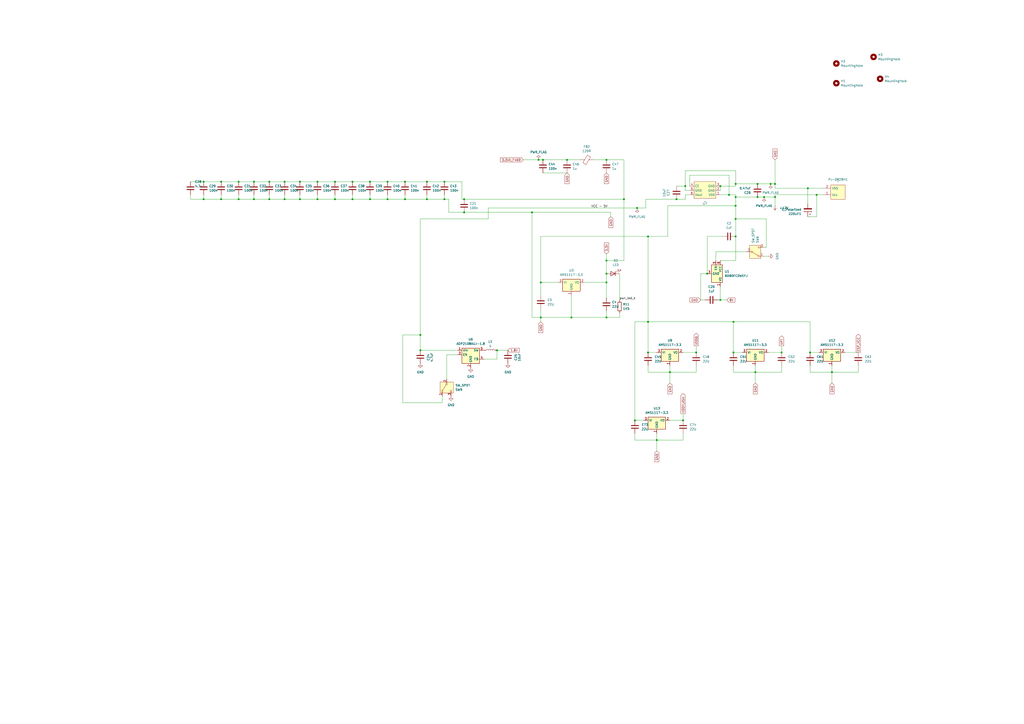
<source format=kicad_sch>
(kicad_sch
	(version 20231120)
	(generator "eeschema")
	(generator_version "8.0")
	(uuid "efe0febf-1ab5-4f59-9f40-ff60cf3a6198")
	(paper "A2")
	(lib_symbols
		(symbol "Device:C"
			(pin_numbers hide)
			(pin_names
				(offset 0.254)
			)
			(exclude_from_sim no)
			(in_bom yes)
			(on_board yes)
			(property "Reference" "C"
				(at 0.635 2.54 0)
				(effects
					(font
						(size 1.27 1.27)
					)
					(justify left)
				)
			)
			(property "Value" "C"
				(at 0.635 -2.54 0)
				(effects
					(font
						(size 1.27 1.27)
					)
					(justify left)
				)
			)
			(property "Footprint" ""
				(at 0.9652 -3.81 0)
				(effects
					(font
						(size 1.27 1.27)
					)
					(hide yes)
				)
			)
			(property "Datasheet" "~"
				(at 0 0 0)
				(effects
					(font
						(size 1.27 1.27)
					)
					(hide yes)
				)
			)
			(property "Description" "Unpolarized capacitor"
				(at 0 0 0)
				(effects
					(font
						(size 1.27 1.27)
					)
					(hide yes)
				)
			)
			(property "ki_keywords" "cap capacitor"
				(at 0 0 0)
				(effects
					(font
						(size 1.27 1.27)
					)
					(hide yes)
				)
			)
			(property "ki_fp_filters" "C_*"
				(at 0 0 0)
				(effects
					(font
						(size 1.27 1.27)
					)
					(hide yes)
				)
			)
			(symbol "C_0_1"
				(polyline
					(pts
						(xy -2.032 -0.762) (xy 2.032 -0.762)
					)
					(stroke
						(width 0.508)
						(type default)
					)
					(fill
						(type none)
					)
				)
				(polyline
					(pts
						(xy -2.032 0.762) (xy 2.032 0.762)
					)
					(stroke
						(width 0.508)
						(type default)
					)
					(fill
						(type none)
					)
				)
			)
			(symbol "C_1_1"
				(pin passive line
					(at 0 3.81 270)
					(length 2.794)
					(name "~"
						(effects
							(font
								(size 1.27 1.27)
							)
						)
					)
					(number "1"
						(effects
							(font
								(size 1.27 1.27)
							)
						)
					)
				)
				(pin passive line
					(at 0 -3.81 90)
					(length 2.794)
					(name "~"
						(effects
							(font
								(size 1.27 1.27)
							)
						)
					)
					(number "2"
						(effects
							(font
								(size 1.27 1.27)
							)
						)
					)
				)
			)
		)
		(symbol "Device:C_Polarized"
			(pin_numbers hide)
			(pin_names
				(offset 0.254)
			)
			(exclude_from_sim no)
			(in_bom yes)
			(on_board yes)
			(property "Reference" "C"
				(at 0.635 2.54 0)
				(effects
					(font
						(size 1.27 1.27)
					)
					(justify left)
				)
			)
			(property "Value" "C_Polarized"
				(at 0.635 -2.54 0)
				(effects
					(font
						(size 1.27 1.27)
					)
					(justify left)
				)
			)
			(property "Footprint" ""
				(at 0.9652 -3.81 0)
				(effects
					(font
						(size 1.27 1.27)
					)
					(hide yes)
				)
			)
			(property "Datasheet" "~"
				(at 0 0 0)
				(effects
					(font
						(size 1.27 1.27)
					)
					(hide yes)
				)
			)
			(property "Description" "Polarized capacitor"
				(at 0 0 0)
				(effects
					(font
						(size 1.27 1.27)
					)
					(hide yes)
				)
			)
			(property "ki_keywords" "cap capacitor"
				(at 0 0 0)
				(effects
					(font
						(size 1.27 1.27)
					)
					(hide yes)
				)
			)
			(property "ki_fp_filters" "CP_*"
				(at 0 0 0)
				(effects
					(font
						(size 1.27 1.27)
					)
					(hide yes)
				)
			)
			(symbol "C_Polarized_0_1"
				(rectangle
					(start -2.286 0.508)
					(end 2.286 1.016)
					(stroke
						(width 0)
						(type default)
					)
					(fill
						(type none)
					)
				)
				(polyline
					(pts
						(xy -1.778 2.286) (xy -0.762 2.286)
					)
					(stroke
						(width 0)
						(type default)
					)
					(fill
						(type none)
					)
				)
				(polyline
					(pts
						(xy -1.27 2.794) (xy -1.27 1.778)
					)
					(stroke
						(width 0)
						(type default)
					)
					(fill
						(type none)
					)
				)
				(rectangle
					(start 2.286 -0.508)
					(end -2.286 -1.016)
					(stroke
						(width 0)
						(type default)
					)
					(fill
						(type outline)
					)
				)
			)
			(symbol "C_Polarized_1_1"
				(pin passive line
					(at 0 3.81 270)
					(length 2.794)
					(name "~"
						(effects
							(font
								(size 1.27 1.27)
							)
						)
					)
					(number "1"
						(effects
							(font
								(size 1.27 1.27)
							)
						)
					)
				)
				(pin passive line
					(at 0 -3.81 90)
					(length 2.794)
					(name "~"
						(effects
							(font
								(size 1.27 1.27)
							)
						)
					)
					(number "2"
						(effects
							(font
								(size 1.27 1.27)
							)
						)
					)
				)
			)
		)
		(symbol "Device:FerriteBead"
			(pin_numbers hide)
			(pin_names
				(offset 0)
			)
			(exclude_from_sim no)
			(in_bom yes)
			(on_board yes)
			(property "Reference" "FB"
				(at -3.81 0.635 90)
				(effects
					(font
						(size 1.27 1.27)
					)
				)
			)
			(property "Value" "FerriteBead"
				(at 3.81 0 90)
				(effects
					(font
						(size 1.27 1.27)
					)
				)
			)
			(property "Footprint" ""
				(at -1.778 0 90)
				(effects
					(font
						(size 1.27 1.27)
					)
					(hide yes)
				)
			)
			(property "Datasheet" "~"
				(at 0 0 0)
				(effects
					(font
						(size 1.27 1.27)
					)
					(hide yes)
				)
			)
			(property "Description" "Ferrite bead"
				(at 0 0 0)
				(effects
					(font
						(size 1.27 1.27)
					)
					(hide yes)
				)
			)
			(property "ki_keywords" "L ferrite bead inductor filter"
				(at 0 0 0)
				(effects
					(font
						(size 1.27 1.27)
					)
					(hide yes)
				)
			)
			(property "ki_fp_filters" "Inductor_* L_* *Ferrite*"
				(at 0 0 0)
				(effects
					(font
						(size 1.27 1.27)
					)
					(hide yes)
				)
			)
			(symbol "FerriteBead_0_1"
				(polyline
					(pts
						(xy 0 -1.27) (xy 0 -1.2192)
					)
					(stroke
						(width 0)
						(type default)
					)
					(fill
						(type none)
					)
				)
				(polyline
					(pts
						(xy 0 1.27) (xy 0 1.2954)
					)
					(stroke
						(width 0)
						(type default)
					)
					(fill
						(type none)
					)
				)
				(polyline
					(pts
						(xy -2.7686 0.4064) (xy -1.7018 2.2606) (xy 2.7686 -0.3048) (xy 1.6764 -2.159) (xy -2.7686 0.4064)
					)
					(stroke
						(width 0)
						(type default)
					)
					(fill
						(type none)
					)
				)
			)
			(symbol "FerriteBead_1_1"
				(pin passive line
					(at 0 3.81 270)
					(length 2.54)
					(name "~"
						(effects
							(font
								(size 1.27 1.27)
							)
						)
					)
					(number "1"
						(effects
							(font
								(size 1.27 1.27)
							)
						)
					)
				)
				(pin passive line
					(at 0 -3.81 90)
					(length 2.54)
					(name "~"
						(effects
							(font
								(size 1.27 1.27)
							)
						)
					)
					(number "2"
						(effects
							(font
								(size 1.27 1.27)
							)
						)
					)
				)
			)
		)
		(symbol "Device:L"
			(pin_numbers hide)
			(pin_names
				(offset 1.016) hide)
			(exclude_from_sim no)
			(in_bom yes)
			(on_board yes)
			(property "Reference" "L"
				(at -1.27 0 90)
				(effects
					(font
						(size 1.27 1.27)
					)
				)
			)
			(property "Value" "L"
				(at 1.905 0 90)
				(effects
					(font
						(size 1.27 1.27)
					)
				)
			)
			(property "Footprint" ""
				(at 0 0 0)
				(effects
					(font
						(size 1.27 1.27)
					)
					(hide yes)
				)
			)
			(property "Datasheet" "~"
				(at 0 0 0)
				(effects
					(font
						(size 1.27 1.27)
					)
					(hide yes)
				)
			)
			(property "Description" "Inductor"
				(at 0 0 0)
				(effects
					(font
						(size 1.27 1.27)
					)
					(hide yes)
				)
			)
			(property "ki_keywords" "inductor choke coil reactor magnetic"
				(at 0 0 0)
				(effects
					(font
						(size 1.27 1.27)
					)
					(hide yes)
				)
			)
			(property "ki_fp_filters" "Choke_* *Coil* Inductor_* L_*"
				(at 0 0 0)
				(effects
					(font
						(size 1.27 1.27)
					)
					(hide yes)
				)
			)
			(symbol "L_0_1"
				(arc
					(start 0 -2.54)
					(mid 0.6323 -1.905)
					(end 0 -1.27)
					(stroke
						(width 0)
						(type default)
					)
					(fill
						(type none)
					)
				)
				(arc
					(start 0 -1.27)
					(mid 0.6323 -0.635)
					(end 0 0)
					(stroke
						(width 0)
						(type default)
					)
					(fill
						(type none)
					)
				)
				(arc
					(start 0 0)
					(mid 0.6323 0.635)
					(end 0 1.27)
					(stroke
						(width 0)
						(type default)
					)
					(fill
						(type none)
					)
				)
				(arc
					(start 0 1.27)
					(mid 0.6323 1.905)
					(end 0 2.54)
					(stroke
						(width 0)
						(type default)
					)
					(fill
						(type none)
					)
				)
			)
			(symbol "L_1_1"
				(pin passive line
					(at 0 3.81 270)
					(length 1.27)
					(name "1"
						(effects
							(font
								(size 1.27 1.27)
							)
						)
					)
					(number "1"
						(effects
							(font
								(size 1.27 1.27)
							)
						)
					)
				)
				(pin passive line
					(at 0 -3.81 90)
					(length 1.27)
					(name "2"
						(effects
							(font
								(size 1.27 1.27)
							)
						)
					)
					(number "2"
						(effects
							(font
								(size 1.27 1.27)
							)
						)
					)
				)
			)
		)
		(symbol "Device:LED"
			(pin_numbers hide)
			(pin_names
				(offset 1.016) hide)
			(exclude_from_sim no)
			(in_bom yes)
			(on_board yes)
			(property "Reference" "D"
				(at 0 2.54 0)
				(effects
					(font
						(size 1.27 1.27)
					)
				)
			)
			(property "Value" "LED"
				(at 0 -2.54 0)
				(effects
					(font
						(size 1.27 1.27)
					)
				)
			)
			(property "Footprint" ""
				(at 0 0 0)
				(effects
					(font
						(size 1.27 1.27)
					)
					(hide yes)
				)
			)
			(property "Datasheet" "~"
				(at 0 0 0)
				(effects
					(font
						(size 1.27 1.27)
					)
					(hide yes)
				)
			)
			(property "Description" "Light emitting diode"
				(at 0 0 0)
				(effects
					(font
						(size 1.27 1.27)
					)
					(hide yes)
				)
			)
			(property "ki_keywords" "LED diode"
				(at 0 0 0)
				(effects
					(font
						(size 1.27 1.27)
					)
					(hide yes)
				)
			)
			(property "ki_fp_filters" "LED* LED_SMD:* LED_THT:*"
				(at 0 0 0)
				(effects
					(font
						(size 1.27 1.27)
					)
					(hide yes)
				)
			)
			(symbol "LED_0_1"
				(polyline
					(pts
						(xy -1.27 -1.27) (xy -1.27 1.27)
					)
					(stroke
						(width 0.254)
						(type default)
					)
					(fill
						(type none)
					)
				)
				(polyline
					(pts
						(xy -1.27 0) (xy 1.27 0)
					)
					(stroke
						(width 0)
						(type default)
					)
					(fill
						(type none)
					)
				)
				(polyline
					(pts
						(xy 1.27 -1.27) (xy 1.27 1.27) (xy -1.27 0) (xy 1.27 -1.27)
					)
					(stroke
						(width 0.254)
						(type default)
					)
					(fill
						(type none)
					)
				)
				(polyline
					(pts
						(xy -3.048 -0.762) (xy -4.572 -2.286) (xy -3.81 -2.286) (xy -4.572 -2.286) (xy -4.572 -1.524)
					)
					(stroke
						(width 0)
						(type default)
					)
					(fill
						(type none)
					)
				)
				(polyline
					(pts
						(xy -1.778 -0.762) (xy -3.302 -2.286) (xy -2.54 -2.286) (xy -3.302 -2.286) (xy -3.302 -1.524)
					)
					(stroke
						(width 0)
						(type default)
					)
					(fill
						(type none)
					)
				)
			)
			(symbol "LED_1_1"
				(pin passive line
					(at -3.81 0 0)
					(length 2.54)
					(name "K"
						(effects
							(font
								(size 1.27 1.27)
							)
						)
					)
					(number "1"
						(effects
							(font
								(size 1.27 1.27)
							)
						)
					)
				)
				(pin passive line
					(at 3.81 0 180)
					(length 2.54)
					(name "A"
						(effects
							(font
								(size 1.27 1.27)
							)
						)
					)
					(number "2"
						(effects
							(font
								(size 1.27 1.27)
							)
						)
					)
				)
			)
		)
		(symbol "Device:R"
			(pin_numbers hide)
			(pin_names
				(offset 0)
			)
			(exclude_from_sim no)
			(in_bom yes)
			(on_board yes)
			(property "Reference" "R"
				(at 2.032 0 90)
				(effects
					(font
						(size 1.27 1.27)
					)
				)
			)
			(property "Value" "R"
				(at 0 0 90)
				(effects
					(font
						(size 1.27 1.27)
					)
				)
			)
			(property "Footprint" ""
				(at -1.778 0 90)
				(effects
					(font
						(size 1.27 1.27)
					)
					(hide yes)
				)
			)
			(property "Datasheet" "~"
				(at 0 0 0)
				(effects
					(font
						(size 1.27 1.27)
					)
					(hide yes)
				)
			)
			(property "Description" "Resistor"
				(at 0 0 0)
				(effects
					(font
						(size 1.27 1.27)
					)
					(hide yes)
				)
			)
			(property "ki_keywords" "R res resistor"
				(at 0 0 0)
				(effects
					(font
						(size 1.27 1.27)
					)
					(hide yes)
				)
			)
			(property "ki_fp_filters" "R_*"
				(at 0 0 0)
				(effects
					(font
						(size 1.27 1.27)
					)
					(hide yes)
				)
			)
			(symbol "R_0_1"
				(rectangle
					(start -1.016 -2.54)
					(end 1.016 2.54)
					(stroke
						(width 0.254)
						(type default)
					)
					(fill
						(type none)
					)
				)
			)
			(symbol "R_1_1"
				(pin passive line
					(at 0 3.81 270)
					(length 1.27)
					(name "~"
						(effects
							(font
								(size 1.27 1.27)
							)
						)
					)
					(number "1"
						(effects
							(font
								(size 1.27 1.27)
							)
						)
					)
				)
				(pin passive line
					(at 0 -3.81 90)
					(length 1.27)
					(name "~"
						(effects
							(font
								(size 1.27 1.27)
							)
						)
					)
					(number "2"
						(effects
							(font
								(size 1.27 1.27)
							)
						)
					)
				)
			)
		)
		(symbol "Mechanical:MountingHole"
			(pin_names
				(offset 1.016)
			)
			(exclude_from_sim yes)
			(in_bom no)
			(on_board yes)
			(property "Reference" "H"
				(at 0 5.08 0)
				(effects
					(font
						(size 1.27 1.27)
					)
				)
			)
			(property "Value" "MountingHole"
				(at 0 3.175 0)
				(effects
					(font
						(size 1.27 1.27)
					)
				)
			)
			(property "Footprint" ""
				(at 0 0 0)
				(effects
					(font
						(size 1.27 1.27)
					)
					(hide yes)
				)
			)
			(property "Datasheet" "~"
				(at 0 0 0)
				(effects
					(font
						(size 1.27 1.27)
					)
					(hide yes)
				)
			)
			(property "Description" "Mounting Hole without connection"
				(at 0 0 0)
				(effects
					(font
						(size 1.27 1.27)
					)
					(hide yes)
				)
			)
			(property "ki_keywords" "mounting hole"
				(at 0 0 0)
				(effects
					(font
						(size 1.27 1.27)
					)
					(hide yes)
				)
			)
			(property "ki_fp_filters" "MountingHole*"
				(at 0 0 0)
				(effects
					(font
						(size 1.27 1.27)
					)
					(hide yes)
				)
			)
			(symbol "MountingHole_0_1"
				(circle
					(center 0 0)
					(radius 1.27)
					(stroke
						(width 1.27)
						(type default)
					)
					(fill
						(type none)
					)
				)
			)
		)
		(symbol "PJ-082BH:PJ-082BH"
			(exclude_from_sim no)
			(in_bom yes)
			(on_board yes)
			(property "Reference" "PJ-082BH"
				(at 0 5.08 0)
				(effects
					(font
						(size 1.27 1.27)
					)
				)
			)
			(property "Value" ""
				(at 0 0 0)
				(effects
					(font
						(size 1.27 1.27)
					)
				)
			)
			(property "Footprint" ""
				(at 0 0 0)
				(effects
					(font
						(size 1.27 1.27)
					)
					(hide yes)
				)
			)
			(property "Datasheet" ""
				(at 0 0 0)
				(effects
					(font
						(size 1.27 1.27)
					)
					(hide yes)
				)
			)
			(property "Description" ""
				(at 0 0 0)
				(effects
					(font
						(size 1.27 1.27)
					)
					(hide yes)
				)
			)
			(symbol "PJ-082BH_1_1"
				(rectangle
					(start -4.445 2.54)
					(end 3.81 -5.715)
					(stroke
						(width 0)
						(type default)
					)
					(fill
						(type background)
					)
				)
				(pin input line
					(at -8.89 0 0)
					(length 4.5)
					(name "Vcc"
						(effects
							(font
								(size 1.27 1.27)
							)
						)
					)
					(number "1"
						(effects
							(font
								(size 1.27 1.27)
							)
						)
					)
				)
				(pin passive line
					(at -8.89 -3.81 0)
					(length 4.5)
					(name "VSS"
						(effects
							(font
								(size 1.27 1.27)
							)
						)
					)
					(number "2"
						(effects
							(font
								(size 1.27 1.27)
							)
						)
					)
				)
			)
		)
		(symbol "R1501S050B-E2-FE:R1501S050B-E2-FE"
			(exclude_from_sim no)
			(in_bom yes)
			(on_board yes)
			(property "Reference" "U"
				(at -22.86 2.54 0)
				(effects
					(font
						(size 1.27 1.27)
					)
				)
			)
			(property "Value" ""
				(at -22.86 2.54 0)
				(effects
					(font
						(size 1.27 1.27)
					)
				)
			)
			(property "Footprint" ""
				(at -22.86 2.54 0)
				(effects
					(font
						(size 1.27 1.27)
					)
					(hide yes)
				)
			)
			(property "Datasheet" ""
				(at -22.86 2.54 0)
				(effects
					(font
						(size 1.27 1.27)
					)
					(hide yes)
				)
			)
			(property "Description" ""
				(at -22.86 2.54 0)
				(effects
					(font
						(size 1.27 1.27)
					)
					(hide yes)
				)
			)
			(symbol "R1501S050B-E2-FE_1_1"
				(rectangle
					(start -6.35 4.445)
					(end 6.35 -5.08)
					(stroke
						(width 0)
						(type default)
					)
					(fill
						(type background)
					)
				)
				(pin input line
					(at -8.89 2.54 0)
					(length 2.54)
					(name "VDD"
						(effects
							(font
								(size 1.27 1.27)
							)
						)
					)
					(number "1"
						(effects
							(font
								(size 1.27 1.27)
							)
						)
					)
				)
				(pin input line
					(at -8.89 0 0)
					(length 2.54)
					(name "GND"
						(effects
							(font
								(size 1.27 1.27)
							)
						)
					)
					(number "2"
						(effects
							(font
								(size 1.27 1.27)
							)
						)
					)
				)
				(pin input line
					(at -8.89 -2.54 0)
					(length 2.54)
					(name "GND"
						(effects
							(font
								(size 1.27 1.27)
							)
						)
					)
					(number "3"
						(effects
							(font
								(size 1.27 1.27)
							)
						)
					)
				)
				(pin input line
					(at 8.89 -2.54 180)
					(length 2.54)
					(name "CE"
						(effects
							(font
								(size 1.27 1.27)
							)
						)
					)
					(number "4"
						(effects
							(font
								(size 1.27 1.27)
							)
						)
					)
				)
				(pin input line
					(at 8.89 0 180)
					(length 2.54)
					(name "GND"
						(effects
							(font
								(size 1.27 1.27)
							)
						)
					)
					(number "5"
						(effects
							(font
								(size 1.27 1.27)
							)
						)
					)
				)
				(pin input line
					(at 8.89 2.54 180)
					(length 2.54)
					(name "Vout"
						(effects
							(font
								(size 1.27 1.27)
							)
						)
					)
					(number "6"
						(effects
							(font
								(size 1.27 1.27)
							)
						)
					)
				)
			)
		)
		(symbol "Regulator_Linear:AMS1117-3.3"
			(exclude_from_sim no)
			(in_bom yes)
			(on_board yes)
			(property "Reference" "U"
				(at -3.81 3.175 0)
				(effects
					(font
						(size 1.27 1.27)
					)
				)
			)
			(property "Value" "AMS1117-3.3"
				(at 0 3.175 0)
				(effects
					(font
						(size 1.27 1.27)
					)
					(justify left)
				)
			)
			(property "Footprint" "Package_TO_SOT_SMD:SOT-223-3_TabPin2"
				(at 0 5.08 0)
				(effects
					(font
						(size 1.27 1.27)
					)
					(hide yes)
				)
			)
			(property "Datasheet" "http://www.advanced-monolithic.com/pdf/ds1117.pdf"
				(at 2.54 -6.35 0)
				(effects
					(font
						(size 1.27 1.27)
					)
					(hide yes)
				)
			)
			(property "Description" "1A Low Dropout regulator, positive, 3.3V fixed output, SOT-223"
				(at 0 0 0)
				(effects
					(font
						(size 1.27 1.27)
					)
					(hide yes)
				)
			)
			(property "ki_keywords" "linear regulator ldo fixed positive"
				(at 0 0 0)
				(effects
					(font
						(size 1.27 1.27)
					)
					(hide yes)
				)
			)
			(property "ki_fp_filters" "SOT?223*TabPin2*"
				(at 0 0 0)
				(effects
					(font
						(size 1.27 1.27)
					)
					(hide yes)
				)
			)
			(symbol "AMS1117-3.3_0_1"
				(rectangle
					(start -5.08 -5.08)
					(end 5.08 1.905)
					(stroke
						(width 0.254)
						(type default)
					)
					(fill
						(type background)
					)
				)
			)
			(symbol "AMS1117-3.3_1_1"
				(pin power_in line
					(at 0 -7.62 90)
					(length 2.54)
					(name "GND"
						(effects
							(font
								(size 1.27 1.27)
							)
						)
					)
					(number "1"
						(effects
							(font
								(size 1.27 1.27)
							)
						)
					)
				)
				(pin power_out line
					(at 7.62 0 180)
					(length 2.54)
					(name "VO"
						(effects
							(font
								(size 1.27 1.27)
							)
						)
					)
					(number "2"
						(effects
							(font
								(size 1.27 1.27)
							)
						)
					)
				)
				(pin power_in line
					(at -7.62 0 0)
					(length 2.54)
					(name "VI"
						(effects
							(font
								(size 1.27 1.27)
							)
						)
					)
					(number "3"
						(effects
							(font
								(size 1.27 1.27)
							)
						)
					)
				)
			)
		)
		(symbol "Regulator_Linear:BD80FC0WEFJ"
			(exclude_from_sim no)
			(in_bom yes)
			(on_board yes)
			(property "Reference" "U"
				(at 0 7.62 0)
				(effects
					(font
						(size 1.27 1.27)
					)
				)
			)
			(property "Value" "BD80FC0WEFJ"
				(at 0 5.08 0)
				(effects
					(font
						(size 1.27 1.27)
					)
				)
			)
			(property "Footprint" "Package_SO:HTSOP-8-1EP_3.9x4.9mm_P1.27mm_EP2.4x3.2mm"
				(at 0 2.54 0)
				(effects
					(font
						(size 1.27 1.27)
					)
					(hide yes)
				)
			)
			(property "Datasheet" "https://fscdn.rohm.com/en/products/databook/datasheet/ic/power/linear_regulator/bdxxfc0wefj-e.pdf"
				(at -1.27 10.16 0)
				(effects
					(font
						(size 1.27 1.27)
					)
					(hide yes)
				)
			)
			(property "Description" "1A, 8.0V LDO regulator with OVP & TSP, with enable, HTSOP-J8"
				(at 0 0 0)
				(effects
					(font
						(size 1.27 1.27)
					)
					(hide yes)
				)
			)
			(property "ki_keywords" "linear regulator fixed positive over voltage protection thermal shutdown"
				(at 0 0 0)
				(effects
					(font
						(size 1.27 1.27)
					)
					(hide yes)
				)
			)
			(property "ki_fp_filters" "HTSOP*1EP*3.9x4.9mm*P1.27mm*"
				(at 0 0 0)
				(effects
					(font
						(size 1.27 1.27)
					)
					(hide yes)
				)
			)
			(symbol "BD80FC0WEFJ_1_1"
				(rectangle
					(start -5.08 -5.08)
					(end 5.08 1.27)
					(stroke
						(width 0.254)
						(type default)
					)
					(fill
						(type background)
					)
				)
				(pin power_out line
					(at 7.62 0 180)
					(length 2.54)
					(name "VO"
						(effects
							(font
								(size 1.27 1.27)
							)
						)
					)
					(number "1"
						(effects
							(font
								(size 1.27 1.27)
							)
						)
					)
				)
				(pin no_connect line
					(at 5.08 -2.54 180)
					(length 2.54) hide
					(name "NC"
						(effects
							(font
								(size 1.27 1.27)
							)
						)
					)
					(number "2"
						(effects
							(font
								(size 1.27 1.27)
							)
						)
					)
				)
				(pin power_in line
					(at 0 -7.62 90)
					(length 2.54)
					(name "GND"
						(effects
							(font
								(size 1.27 1.27)
							)
						)
					)
					(number "3"
						(effects
							(font
								(size 1.27 1.27)
							)
						)
					)
				)
				(pin no_connect line
					(at -3.81 -5.08 90)
					(length 2.54) hide
					(name "NC"
						(effects
							(font
								(size 1.27 1.27)
							)
						)
					)
					(number "4"
						(effects
							(font
								(size 1.27 1.27)
							)
						)
					)
				)
				(pin input line
					(at -7.62 -2.54 0)
					(length 2.54)
					(name "EN"
						(effects
							(font
								(size 1.27 1.27)
							)
						)
					)
					(number "5"
						(effects
							(font
								(size 1.27 1.27)
							)
						)
					)
				)
				(pin no_connect line
					(at -2.54 -5.08 90)
					(length 2.54) hide
					(name "NC"
						(effects
							(font
								(size 1.27 1.27)
							)
						)
					)
					(number "6"
						(effects
							(font
								(size 1.27 1.27)
							)
						)
					)
				)
				(pin no_connect line
					(at -1.27 -5.08 90)
					(length 2.54) hide
					(name "NC"
						(effects
							(font
								(size 1.27 1.27)
							)
						)
					)
					(number "7"
						(effects
							(font
								(size 1.27 1.27)
							)
						)
					)
				)
				(pin power_in line
					(at -7.62 0 0)
					(length 2.54)
					(name "VCC"
						(effects
							(font
								(size 1.27 1.27)
							)
						)
					)
					(number "8"
						(effects
							(font
								(size 1.27 1.27)
							)
						)
					)
				)
				(pin passive line
					(at 0 -7.62 90)
					(length 2.54) hide
					(name "GND"
						(effects
							(font
								(size 1.27 1.27)
							)
						)
					)
					(number "9"
						(effects
							(font
								(size 1.27 1.27)
							)
						)
					)
				)
			)
		)
		(symbol "Regulator_Switching:ADP2108AUJ-1.8"
			(exclude_from_sim no)
			(in_bom yes)
			(on_board yes)
			(property "Reference" "U"
				(at -5.08 5.08 0)
				(effects
					(font
						(size 1.27 1.27)
					)
					(justify left)
				)
			)
			(property "Value" "ADP2108AUJ-1.8"
				(at 0 5.08 0)
				(effects
					(font
						(size 1.27 1.27)
					)
					(justify left)
				)
			)
			(property "Footprint" "Package_TO_SOT_SMD:TSOT-23-5"
				(at 1.27 -6.35 0)
				(effects
					(font
						(size 1.27 1.27)
					)
					(justify left)
					(hide yes)
				)
			)
			(property "Datasheet" "https://www.analog.com/media/en/technical-documentation/data-sheets/ADP2108.pdf"
				(at -6.35 -8.89 0)
				(effects
					(font
						(size 1.27 1.27)
					)
					(hide yes)
				)
			)
			(property "Description" "3MHz switching bucK regulator, 600mA 1.8V output voltage,"
				(at 0 0 0)
				(effects
					(font
						(size 1.27 1.27)
					)
					(hide yes)
				)
			)
			(property "ki_keywords" "Voltage regulator switching buck fixed output analog"
				(at 0 0 0)
				(effects
					(font
						(size 1.27 1.27)
					)
					(hide yes)
				)
			)
			(property "ki_fp_filters" "TSOT?23*"
				(at 0 0 0)
				(effects
					(font
						(size 1.27 1.27)
					)
					(hide yes)
				)
			)
			(symbol "ADP2108AUJ-1.8_0_1"
				(rectangle
					(start -5.08 3.81)
					(end 5.08 -5.08)
					(stroke
						(width 0.254)
						(type default)
					)
					(fill
						(type background)
					)
				)
			)
			(symbol "ADP2108AUJ-1.8_1_1"
				(pin power_in line
					(at -7.62 2.54 0)
					(length 2.54)
					(name "Vin"
						(effects
							(font
								(size 1.27 1.27)
							)
						)
					)
					(number "1"
						(effects
							(font
								(size 1.27 1.27)
							)
						)
					)
				)
				(pin power_in line
					(at 0 -7.62 90)
					(length 2.54)
					(name "GND"
						(effects
							(font
								(size 1.27 1.27)
							)
						)
					)
					(number "2"
						(effects
							(font
								(size 1.27 1.27)
							)
						)
					)
				)
				(pin input line
					(at -7.62 0 0)
					(length 2.54)
					(name "EN"
						(effects
							(font
								(size 1.27 1.27)
							)
						)
					)
					(number "3"
						(effects
							(font
								(size 1.27 1.27)
							)
						)
					)
				)
				(pin input line
					(at 7.62 -2.54 180)
					(length 2.54)
					(name "FB"
						(effects
							(font
								(size 1.27 1.27)
							)
						)
					)
					(number "4"
						(effects
							(font
								(size 1.27 1.27)
							)
						)
					)
				)
				(pin input line
					(at 7.62 2.54 180)
					(length 2.54)
					(name "SW"
						(effects
							(font
								(size 1.27 1.27)
							)
						)
					)
					(number "5"
						(effects
							(font
								(size 1.27 1.27)
							)
						)
					)
				)
			)
		)
		(symbol "Switch:SW_SPDT"
			(pin_names
				(offset 0) hide)
			(exclude_from_sim no)
			(in_bom yes)
			(on_board yes)
			(property "Reference" "SW"
				(at 0 5.08 0)
				(effects
					(font
						(size 1.27 1.27)
					)
				)
			)
			(property "Value" "SW_SPDT"
				(at 0 -5.08 0)
				(effects
					(font
						(size 1.27 1.27)
					)
				)
			)
			(property "Footprint" ""
				(at 0 0 0)
				(effects
					(font
						(size 1.27 1.27)
					)
					(hide yes)
				)
			)
			(property "Datasheet" "~"
				(at 0 -7.62 0)
				(effects
					(font
						(size 1.27 1.27)
					)
					(hide yes)
				)
			)
			(property "Description" "Switch, single pole double throw"
				(at 0 0 0)
				(effects
					(font
						(size 1.27 1.27)
					)
					(hide yes)
				)
			)
			(property "ki_keywords" "switch single-pole double-throw spdt ON-ON"
				(at 0 0 0)
				(effects
					(font
						(size 1.27 1.27)
					)
					(hide yes)
				)
			)
			(symbol "SW_SPDT_0_1"
				(circle
					(center -2.032 0)
					(radius 0.4572)
					(stroke
						(width 0)
						(type default)
					)
					(fill
						(type none)
					)
				)
				(polyline
					(pts
						(xy -1.651 0.254) (xy 1.651 2.286)
					)
					(stroke
						(width 0)
						(type default)
					)
					(fill
						(type none)
					)
				)
				(circle
					(center 2.032 -2.54)
					(radius 0.4572)
					(stroke
						(width 0)
						(type default)
					)
					(fill
						(type none)
					)
				)
				(circle
					(center 2.032 2.54)
					(radius 0.4572)
					(stroke
						(width 0)
						(type default)
					)
					(fill
						(type none)
					)
				)
			)
			(symbol "SW_SPDT_1_1"
				(rectangle
					(start -3.175 3.81)
					(end 3.175 -3.81)
					(stroke
						(width 0)
						(type default)
					)
					(fill
						(type background)
					)
				)
				(pin passive line
					(at 5.08 2.54 180)
					(length 2.54)
					(name "A"
						(effects
							(font
								(size 1.27 1.27)
							)
						)
					)
					(number "1"
						(effects
							(font
								(size 1.27 1.27)
							)
						)
					)
				)
				(pin passive line
					(at -5.08 0 0)
					(length 2.54)
					(name "B"
						(effects
							(font
								(size 1.27 1.27)
							)
						)
					)
					(number "2"
						(effects
							(font
								(size 1.27 1.27)
							)
						)
					)
				)
				(pin passive line
					(at 5.08 -2.54 180)
					(length 2.54)
					(name "C"
						(effects
							(font
								(size 1.27 1.27)
							)
						)
					)
					(number "3"
						(effects
							(font
								(size 1.27 1.27)
							)
						)
					)
				)
			)
		)
		(symbol "power:+24V"
			(power)
			(pin_numbers hide)
			(pin_names
				(offset 0) hide)
			(exclude_from_sim no)
			(in_bom yes)
			(on_board yes)
			(property "Reference" "#PWR"
				(at 0 -3.81 0)
				(effects
					(font
						(size 1.27 1.27)
					)
					(hide yes)
				)
			)
			(property "Value" "+24V"
				(at 0 3.556 0)
				(effects
					(font
						(size 1.27 1.27)
					)
				)
			)
			(property "Footprint" ""
				(at 0 0 0)
				(effects
					(font
						(size 1.27 1.27)
					)
					(hide yes)
				)
			)
			(property "Datasheet" ""
				(at 0 0 0)
				(effects
					(font
						(size 1.27 1.27)
					)
					(hide yes)
				)
			)
			(property "Description" "Power symbol creates a global label with name \"+24V\""
				(at 0 0 0)
				(effects
					(font
						(size 1.27 1.27)
					)
					(hide yes)
				)
			)
			(property "ki_keywords" "global power"
				(at 0 0 0)
				(effects
					(font
						(size 1.27 1.27)
					)
					(hide yes)
				)
			)
			(symbol "+24V_0_1"
				(polyline
					(pts
						(xy -0.762 1.27) (xy 0 2.54)
					)
					(stroke
						(width 0)
						(type default)
					)
					(fill
						(type none)
					)
				)
				(polyline
					(pts
						(xy 0 0) (xy 0 2.54)
					)
					(stroke
						(width 0)
						(type default)
					)
					(fill
						(type none)
					)
				)
				(polyline
					(pts
						(xy 0 2.54) (xy 0.762 1.27)
					)
					(stroke
						(width 0)
						(type default)
					)
					(fill
						(type none)
					)
				)
			)
			(symbol "+24V_1_1"
				(pin power_in line
					(at 0 0 90)
					(length 0)
					(name "~"
						(effects
							(font
								(size 1.27 1.27)
							)
						)
					)
					(number "1"
						(effects
							(font
								(size 1.27 1.27)
							)
						)
					)
				)
			)
		)
		(symbol "power:GND"
			(power)
			(pin_numbers hide)
			(pin_names
				(offset 0) hide)
			(exclude_from_sim no)
			(in_bom yes)
			(on_board yes)
			(property "Reference" "#PWR"
				(at 0 -6.35 0)
				(effects
					(font
						(size 1.27 1.27)
					)
					(hide yes)
				)
			)
			(property "Value" "GND"
				(at 0 -3.81 0)
				(effects
					(font
						(size 1.27 1.27)
					)
				)
			)
			(property "Footprint" ""
				(at 0 0 0)
				(effects
					(font
						(size 1.27 1.27)
					)
					(hide yes)
				)
			)
			(property "Datasheet" ""
				(at 0 0 0)
				(effects
					(font
						(size 1.27 1.27)
					)
					(hide yes)
				)
			)
			(property "Description" "Power symbol creates a global label with name \"GND\" , ground"
				(at 0 0 0)
				(effects
					(font
						(size 1.27 1.27)
					)
					(hide yes)
				)
			)
			(property "ki_keywords" "global power"
				(at 0 0 0)
				(effects
					(font
						(size 1.27 1.27)
					)
					(hide yes)
				)
			)
			(symbol "GND_0_1"
				(polyline
					(pts
						(xy 0 0) (xy 0 -1.27) (xy 1.27 -1.27) (xy 0 -2.54) (xy -1.27 -1.27) (xy 0 -1.27)
					)
					(stroke
						(width 0)
						(type default)
					)
					(fill
						(type none)
					)
				)
			)
			(symbol "GND_1_1"
				(pin power_in line
					(at 0 0 270)
					(length 0)
					(name "~"
						(effects
							(font
								(size 1.27 1.27)
							)
						)
					)
					(number "1"
						(effects
							(font
								(size 1.27 1.27)
							)
						)
					)
				)
			)
		)
		(symbol "power:PWR_FLAG"
			(power)
			(pin_numbers hide)
			(pin_names
				(offset 0) hide)
			(exclude_from_sim no)
			(in_bom yes)
			(on_board yes)
			(property "Reference" "#FLG"
				(at 0 1.905 0)
				(effects
					(font
						(size 1.27 1.27)
					)
					(hide yes)
				)
			)
			(property "Value" "PWR_FLAG"
				(at 0 3.81 0)
				(effects
					(font
						(size 1.27 1.27)
					)
				)
			)
			(property "Footprint" ""
				(at 0 0 0)
				(effects
					(font
						(size 1.27 1.27)
					)
					(hide yes)
				)
			)
			(property "Datasheet" "~"
				(at 0 0 0)
				(effects
					(font
						(size 1.27 1.27)
					)
					(hide yes)
				)
			)
			(property "Description" "Special symbol for telling ERC where power comes from"
				(at 0 0 0)
				(effects
					(font
						(size 1.27 1.27)
					)
					(hide yes)
				)
			)
			(property "ki_keywords" "flag power"
				(at 0 0 0)
				(effects
					(font
						(size 1.27 1.27)
					)
					(hide yes)
				)
			)
			(symbol "PWR_FLAG_0_0"
				(pin power_out line
					(at 0 0 90)
					(length 0)
					(name "~"
						(effects
							(font
								(size 1.27 1.27)
							)
						)
					)
					(number "1"
						(effects
							(font
								(size 1.27 1.27)
							)
						)
					)
				)
			)
			(symbol "PWR_FLAG_0_1"
				(polyline
					(pts
						(xy 0 0) (xy 0 1.27) (xy -1.016 1.905) (xy 0 2.54) (xy 1.016 1.905) (xy 0 1.27)
					)
					(stroke
						(width 0)
						(type default)
					)
					(fill
						(type none)
					)
				)
			)
		)
	)
	(junction
		(at 269.24 123.19)
		(diameter 0)
		(color 0 0 0 0)
		(uuid "0037721d-5e15-4ab5-b107-92322e57e3ce")
	)
	(junction
		(at 392.43 115.57)
		(diameter 0)
		(color 0 0 0 0)
		(uuid "00c2b3b3-180f-4b9e-a008-4ab37ca2ef00")
	)
	(junction
		(at 410.21 158.75)
		(diameter 0)
		(color 0 0 0 0)
		(uuid "0343ed06-3d4a-4191-8c67-34192864a94f")
	)
	(junction
		(at 288.29 203.2)
		(diameter 0)
		(color 0 0 0 0)
		(uuid "0a513dc4-9f79-42d7-b4ee-3d0c55da24ae")
	)
	(junction
		(at 473.71 113.03)
		(diameter 0)
		(color 0 0 0 0)
		(uuid "0d3c5bff-4c35-4f9e-a221-3c13006cabc2")
	)
	(junction
		(at 351.79 163.83)
		(diameter 0)
		(color 0 0 0 0)
		(uuid "11f36da2-5056-4856-ae39-21e3c4ae9251")
	)
	(junction
		(at 128.27 115.57)
		(diameter 0)
		(color 0 0 0 0)
		(uuid "1a74ef85-d12f-428b-a6a7-45352041105e")
	)
	(junction
		(at 214.63 105.41)
		(diameter 0)
		(color 0 0 0 0)
		(uuid "1b1a9f03-160f-40bd-94ab-52c9364a7b0d")
	)
	(junction
		(at 118.11 105.41)
		(diameter 0)
		(color 0 0 0 0)
		(uuid "250bf36e-5e38-4426-b308-da1d9d46c43c")
	)
	(junction
		(at 426.72 119.38)
		(diameter 0)
		(color 0 0 0 0)
		(uuid "2812e7b9-e612-4770-827a-7a1a4c6efe26")
	)
	(junction
		(at 173.99 115.57)
		(diameter 0)
		(color 0 0 0 0)
		(uuid "2a4097aa-490f-4f67-b85b-7ae7d43eb654")
	)
	(junction
		(at 243.84 203.2)
		(diameter 0)
		(color 0 0 0 0)
		(uuid "2d09354d-e7e2-404a-8a28-c8286f6bb286")
	)
	(junction
		(at 204.47 115.57)
		(diameter 0)
		(color 0 0 0 0)
		(uuid "2d39b5bb-ed69-4629-a3cc-c0fefeeb220e")
	)
	(junction
		(at 351.79 158.75)
		(diameter 0)
		(color 0 0 0 0)
		(uuid "2e11e70c-932f-4c8d-878a-33394943ce38")
	)
	(junction
		(at 247.65 105.41)
		(diameter 0)
		(color 0 0 0 0)
		(uuid "31b25fdc-d3b1-4af4-91f5-9a22eea48917")
	)
	(junction
		(at 426.72 127)
		(diameter 0)
		(color 0 0 0 0)
		(uuid "3808cf01-45da-4c5b-9b94-497cc3733434")
	)
	(junction
		(at 388.62 215.9)
		(diameter 0)
		(color 0 0 0 0)
		(uuid "38d5294f-4b03-40a2-ada0-06165eeea200")
	)
	(junction
		(at 469.9 204.47)
		(diameter 0)
		(color 0 0 0 0)
		(uuid "39779e12-a01b-4377-9085-3153fa6d891d")
	)
	(junction
		(at 234.95 105.41)
		(diameter 0)
		(color 0 0 0 0)
		(uuid "3ca3da8a-cbc2-4e50-a0f9-853057a1bf06")
	)
	(junction
		(at 312.42 92.71)
		(diameter 0)
		(color 0 0 0 0)
		(uuid "4809d196-8c0a-4d43-b693-ee1b67e20072")
	)
	(junction
		(at 269.24 115.57)
		(diameter 0)
		(color 0 0 0 0)
		(uuid "5402970a-3e88-4287-91c8-09a4d995efcc")
	)
	(junction
		(at 351.79 151.13)
		(diameter 0)
		(color 0 0 0 0)
		(uuid "540fff33-655b-482e-aff3-5d079720996a")
	)
	(junction
		(at 449.58 114.3)
		(diameter 0)
		(color 0 0 0 0)
		(uuid "563cc7ab-b2f6-46fb-af87-de988d813f9d")
	)
	(junction
		(at 156.21 105.41)
		(diameter 0)
		(color 0 0 0 0)
		(uuid "5b9164de-40e9-434d-bd26-afb356911629")
	)
	(junction
		(at 403.86 204.47)
		(diameter 0)
		(color 0 0 0 0)
		(uuid "5cb04629-611e-485b-b318-a20768db715a")
	)
	(junction
		(at 313.69 163.83)
		(diameter 0)
		(color 0 0 0 0)
		(uuid "5d35d3c2-9a58-40f3-a6bd-1374327c5d58")
	)
	(junction
		(at 443.23 114.3)
		(diameter 0)
		(color 0 0 0 0)
		(uuid "5df94337-f5a2-451a-b07a-8101263d6da4")
	)
	(junction
		(at 381 255.27)
		(diameter 0)
		(color 0 0 0 0)
		(uuid "5e95e419-d22d-4d68-895d-823eeb2d5a28")
	)
	(junction
		(at 447.04 106.68)
		(diameter 0)
		(color 0 0 0 0)
		(uuid "5ec093df-20c9-496c-ac49-f9a7a3cc6e7e")
	)
	(junction
		(at 257.81 105.41)
		(diameter 0)
		(color 0 0 0 0)
		(uuid "5f1f9d3d-102a-4c1c-a2c1-348db54c6e97")
	)
	(junction
		(at 214.63 115.57)
		(diameter 0)
		(color 0 0 0 0)
		(uuid "65fa7d15-75ac-4dc7-8e98-7ff9c6471828")
	)
	(junction
		(at 138.43 105.41)
		(diameter 0)
		(color 0 0 0 0)
		(uuid "683f1454-8c3f-4ffc-9c6b-a0633b321e69")
	)
	(junction
		(at 308.61 123.19)
		(diameter 0)
		(color 0 0 0 0)
		(uuid "6bd6c5f1-f0f3-41ca-90d7-b0ced941afca")
	)
	(junction
		(at 243.84 194.31)
		(diameter 0)
		(color 0 0 0 0)
		(uuid "6d583d54-3582-462a-9906-5d76973fe28f")
	)
	(junction
		(at 425.45 186.69)
		(diameter 0)
		(color 0 0 0 0)
		(uuid "707ecbe4-1062-4fb4-b08c-dc80890cf331")
	)
	(junction
		(at 417.83 107.95)
		(diameter 0)
		(color 0 0 0 0)
		(uuid "7ba75058-c2ee-48b3-8f65-446bf2408b07")
	)
	(junction
		(at 331.47 184.15)
		(diameter 0)
		(color 0 0 0 0)
		(uuid "7bb5abd0-32d3-4ea5-a003-2ef5f824e322")
	)
	(junction
		(at 194.31 105.41)
		(diameter 0)
		(color 0 0 0 0)
		(uuid "7d18d920-f1b8-4c45-8ca0-8a80c7a1ffef")
	)
	(junction
		(at 247.65 115.57)
		(diameter 0)
		(color 0 0 0 0)
		(uuid "8b448ac5-de46-4945-871a-32c0a74c32b7")
	)
	(junction
		(at 375.92 137.16)
		(diameter 0)
		(color 0 0 0 0)
		(uuid "8dbe566a-562c-4a88-b22a-4c902da06272")
	)
	(junction
		(at 194.31 115.57)
		(diameter 0)
		(color 0 0 0 0)
		(uuid "8e0364b0-f118-467c-9c3d-adbeee0b74c6")
	)
	(junction
		(at 361.95 115.57)
		(diameter 0)
		(color 0 0 0 0)
		(uuid "8e24241e-84f7-4b27-8bca-729b2623d662")
	)
	(junction
		(at 482.6 215.9)
		(diameter 0)
		(color 0 0 0 0)
		(uuid "90d14a80-a656-421b-9100-ad98ac9054b3")
	)
	(junction
		(at 165.1 105.41)
		(diameter 0)
		(color 0 0 0 0)
		(uuid "976a1eeb-dadb-49c6-98aa-3092d85d5314")
	)
	(junction
		(at 368.3 243.84)
		(diameter 0)
		(color 0 0 0 0)
		(uuid "9772d20d-8e32-4671-9b06-b5f22c789702")
	)
	(junction
		(at 257.81 115.57)
		(diameter 0)
		(color 0 0 0 0)
		(uuid "97e1bb6b-86ff-4fbe-a25e-35d09cc007dc")
	)
	(junction
		(at 369.57 120.65)
		(diameter 0)
		(color 0 0 0 0)
		(uuid "991d9eed-1673-4370-8911-ad12bbbffd56")
	)
	(junction
		(at 449.58 106.68)
		(diameter 0)
		(color 0 0 0 0)
		(uuid "997ddef4-5e12-4b14-b40d-61aa0eaa1d45")
	)
	(junction
		(at 138.43 115.57)
		(diameter 0)
		(color 0 0 0 0)
		(uuid "9a25f1bc-d5fd-4463-864c-4230a97658e8")
	)
	(junction
		(at 147.32 115.57)
		(diameter 0)
		(color 0 0 0 0)
		(uuid "9b29e304-be93-44ec-a87e-f8deeadb9c79")
	)
	(junction
		(at 417.83 173.99)
		(diameter 0)
		(color 0 0 0 0)
		(uuid "9d31fe49-2f3f-458e-a024-d0b43fab8b22")
	)
	(junction
		(at 438.15 215.9)
		(diameter 0)
		(color 0 0 0 0)
		(uuid "9d62963e-08a3-4538-a83e-dc8daa2ebb66")
	)
	(junction
		(at 397.51 107.95)
		(diameter 0)
		(color 0 0 0 0)
		(uuid "9f37d9e8-9a2b-4bb2-8cec-98bc80306467")
	)
	(junction
		(at 468.63 109.22)
		(diameter 0)
		(color 0 0 0 0)
		(uuid "a0fbee0d-bd91-4bcd-a57b-eea7af575419")
	)
	(junction
		(at 224.79 105.41)
		(diameter 0)
		(color 0 0 0 0)
		(uuid "a394db23-07b9-4b23-a367-1a14aef238af")
	)
	(junction
		(at 184.15 115.57)
		(diameter 0)
		(color 0 0 0 0)
		(uuid "a7006978-5593-4564-888d-aa61c8ec4f41")
	)
	(junction
		(at 204.47 105.41)
		(diameter 0)
		(color 0 0 0 0)
		(uuid "a75171ed-a584-48a0-a80b-6368881fc48f")
	)
	(junction
		(at 314.96 92.71)
		(diameter 0)
		(color 0 0 0 0)
		(uuid "a8fb0f5b-04a0-474f-a3b7-79ca569ddef4")
	)
	(junction
		(at 184.15 105.41)
		(diameter 0)
		(color 0 0 0 0)
		(uuid "aa1f60eb-b8e9-40e4-8dd3-a05c9abfeaed")
	)
	(junction
		(at 173.99 105.41)
		(diameter 0)
		(color 0 0 0 0)
		(uuid "ad667d17-2826-4718-a89a-ef1799ef1883")
	)
	(junction
		(at 147.32 105.41)
		(diameter 0)
		(color 0 0 0 0)
		(uuid "b076e431-bfa1-476a-9dcc-4ebd67d5453c")
	)
	(junction
		(at 351.79 184.15)
		(diameter 0)
		(color 0 0 0 0)
		(uuid "b1d46fd3-6110-4c60-81c1-b79fa29ec41b")
	)
	(junction
		(at 396.24 243.84)
		(diameter 0)
		(color 0 0 0 0)
		(uuid "b433dc23-46e4-459a-97c8-287f7fef94c7")
	)
	(junction
		(at 234.95 115.57)
		(diameter 0)
		(color 0 0 0 0)
		(uuid "b435f16e-2e5d-4710-8310-ff6b1abc2612")
	)
	(junction
		(at 224.79 115.57)
		(diameter 0)
		(color 0 0 0 0)
		(uuid "b4421edc-b57d-42b0-8c4b-c6d2d690f979")
	)
	(junction
		(at 426.72 137.16)
		(diameter 0)
		(color 0 0 0 0)
		(uuid "c466640e-230d-43c5-809b-c4c8cab79012")
	)
	(junction
		(at 313.69 184.15)
		(diameter 0)
		(color 0 0 0 0)
		(uuid "c76d931b-224b-4307-9c09-92bc44c61829")
	)
	(junction
		(at 439.42 106.68)
		(diameter 0)
		(color 0 0 0 0)
		(uuid "c8daa6bd-c239-4c0e-b028-02b6a968faa9")
	)
	(junction
		(at 328.93 92.71)
		(diameter 0)
		(color 0 0 0 0)
		(uuid "cd0c93f4-01d8-4571-ac64-00b6fa8fe177")
	)
	(junction
		(at 375.92 186.69)
		(diameter 0)
		(color 0 0 0 0)
		(uuid "ce4cd71e-57ae-4695-877e-cd0a1bf56119")
	)
	(junction
		(at 375.92 204.47)
		(diameter 0)
		(color 0 0 0 0)
		(uuid "cfe81daa-eb55-46e4-b4c0-8a96ef85226f")
	)
	(junction
		(at 422.91 113.03)
		(diameter 0)
		(color 0 0 0 0)
		(uuid "d460a7b5-9ce7-43b4-8c3b-ac351360cf17")
	)
	(junction
		(at 165.1 115.57)
		(diameter 0)
		(color 0 0 0 0)
		(uuid "d6e80b05-1b3c-433b-b3b3-993393679cbc")
	)
	(junction
		(at 426.72 114.3)
		(diameter 0)
		(color 0 0 0 0)
		(uuid "dba8bf64-c4fc-447f-a2de-d197e382472f")
	)
	(junction
		(at 439.42 114.3)
		(diameter 0)
		(color 0 0 0 0)
		(uuid "e3ea80c8-3936-4fdc-ac5a-01a9f2aab225")
	)
	(junction
		(at 128.27 105.41)
		(diameter 0)
		(color 0 0 0 0)
		(uuid "ece97f1f-0395-47f2-a246-e4e072129765")
	)
	(junction
		(at 156.21 115.57)
		(diameter 0)
		(color 0 0 0 0)
		(uuid "f4898b49-3112-4875-95ff-b9c8ee4bb96c")
	)
	(junction
		(at 351.79 92.71)
		(diameter 0)
		(color 0 0 0 0)
		(uuid "f53f81d3-c599-493f-83e8-29be001c103e")
	)
	(junction
		(at 118.11 115.57)
		(diameter 0)
		(color 0 0 0 0)
		(uuid "f8b15a28-5906-4084-a141-d70e4d7618a0")
	)
	(junction
		(at 453.39 204.47)
		(diameter 0)
		(color 0 0 0 0)
		(uuid "fd7fd0c6-75a9-4ab2-98de-7bd97f4d96d5")
	)
	(junction
		(at 426.72 106.68)
		(diameter 0)
		(color 0 0 0 0)
		(uuid "fedb37bc-7d53-440d-8d7a-b2344e6cf887")
	)
	(junction
		(at 425.45 204.47)
		(diameter 0)
		(color 0 0 0 0)
		(uuid "ff2fd927-01ed-4710-b0a2-5f6f77049881")
	)
	(wire
		(pts
			(xy 397.51 113.03) (xy 397.51 115.57)
		)
		(stroke
			(width 0)
			(type default)
		)
		(uuid "00efc004-2f8e-485a-af51-63ff7ab9ebd6")
	)
	(wire
		(pts
			(xy 243.84 203.2) (xy 265.43 203.2)
		)
		(stroke
			(width 0)
			(type default)
		)
		(uuid "012a3a48-87a0-4ae5-96d7-d34ce22d72fd")
	)
	(wire
		(pts
			(xy 403.86 200.66) (xy 403.86 204.47)
		)
		(stroke
			(width 0)
			(type default)
		)
		(uuid "02c21e81-a5e1-4485-b5ea-5697ff94b3e8")
	)
	(wire
		(pts
			(xy 234.95 113.03) (xy 234.95 115.57)
		)
		(stroke
			(width 0)
			(type default)
		)
		(uuid "04520444-2462-4807-a34b-eeb19e3af3aa")
	)
	(wire
		(pts
			(xy 410.21 137.16) (xy 410.21 158.75)
		)
		(stroke
			(width 0)
			(type default)
		)
		(uuid "069406b5-50c6-421e-9a47-7fdb7b55aca2")
	)
	(wire
		(pts
			(xy 269.24 115.57) (xy 361.95 115.57)
		)
		(stroke
			(width 0)
			(type default)
		)
		(uuid "072f9c53-6f8b-4374-bb5f-d59e1ba47e05")
	)
	(wire
		(pts
			(xy 247.65 115.57) (xy 247.65 113.03)
		)
		(stroke
			(width 0)
			(type default)
		)
		(uuid "07b5bfb9-0866-4c18-bb09-82d0e6fb7ba5")
	)
	(wire
		(pts
			(xy 234.95 115.57) (xy 247.65 115.57)
		)
		(stroke
			(width 0)
			(type default)
		)
		(uuid "07d62249-9a56-4c26-8202-bdac440e62b7")
	)
	(wire
		(pts
			(xy 469.9 186.69) (xy 425.45 186.69)
		)
		(stroke
			(width 0)
			(type default)
		)
		(uuid "09d9eece-25a3-4e9e-8a43-eef35ed84f2f")
	)
	(wire
		(pts
			(xy 361.95 92.71) (xy 361.95 115.57)
		)
		(stroke
			(width 0)
			(type default)
		)
		(uuid "0aeee230-eee0-47ee-8d09-4ec755310696")
	)
	(wire
		(pts
			(xy 214.63 115.57) (xy 224.79 115.57)
		)
		(stroke
			(width 0)
			(type default)
		)
		(uuid "0bb60549-525e-471b-a179-ea573ebcf5b4")
	)
	(wire
		(pts
			(xy 469.9 212.09) (xy 469.9 215.9)
		)
		(stroke
			(width 0)
			(type default)
		)
		(uuid "0bce1fef-e7a5-43eb-8d9a-2147389014f5")
	)
	(wire
		(pts
			(xy 473.71 125.73) (xy 473.71 113.03)
		)
		(stroke
			(width 0)
			(type default)
		)
		(uuid "0c15b374-0c06-4620-a2da-0390b7571eff")
	)
	(wire
		(pts
			(xy 328.93 92.71) (xy 336.55 92.71)
		)
		(stroke
			(width 0)
			(type default)
		)
		(uuid "0ddaff54-d632-4f7e-83df-81adb5402335")
	)
	(wire
		(pts
			(xy 468.63 125.73) (xy 473.71 125.73)
		)
		(stroke
			(width 0)
			(type default)
		)
		(uuid "0efc86ec-5382-4398-ba92-340f3a742b2f")
	)
	(wire
		(pts
			(xy 426.72 99.06) (xy 426.72 106.68)
		)
		(stroke
			(width 0)
			(type default)
		)
		(uuid "1088799f-b691-4b21-ac00-3b500da972ac")
	)
	(wire
		(pts
			(xy 313.69 179.07) (xy 313.69 184.15)
		)
		(stroke
			(width 0)
			(type default)
		)
		(uuid "12ee6df0-8130-431f-a6c7-1b79e3839eb9")
	)
	(wire
		(pts
			(xy 426.72 107.95) (xy 426.72 106.68)
		)
		(stroke
			(width 0)
			(type default)
		)
		(uuid "1397c208-380a-425c-a521-1a52f81f4d22")
	)
	(wire
		(pts
			(xy 234.95 105.41) (xy 247.65 105.41)
		)
		(stroke
			(width 0)
			(type default)
		)
		(uuid "153469d2-e208-4b8e-a3bd-e3ce9bbb9c4b")
	)
	(wire
		(pts
			(xy 426.72 106.68) (xy 439.42 106.68)
		)
		(stroke
			(width 0)
			(type default)
		)
		(uuid "16bd12c0-4340-487f-9da5-d551ff6db082")
	)
	(wire
		(pts
			(xy 165.1 105.41) (xy 173.99 105.41)
		)
		(stroke
			(width 0)
			(type default)
		)
		(uuid "1c0d9082-f31b-4459-927f-4dfc342ccbff")
	)
	(wire
		(pts
			(xy 443.23 148.59) (xy 445.77 148.59)
		)
		(stroke
			(width 0)
			(type default)
		)
		(uuid "1e1487be-aaaf-44a0-a983-fe1d338498b4")
	)
	(wire
		(pts
			(xy 147.32 115.57) (xy 156.21 115.57)
		)
		(stroke
			(width 0)
			(type default)
		)
		(uuid "1e56803a-60c8-4442-849f-5095051c88c9")
	)
	(wire
		(pts
			(xy 449.58 106.68) (xy 447.04 106.68)
		)
		(stroke
			(width 0)
			(type default)
		)
		(uuid "1fe7c16f-3e8a-4b81-b9e2-9aa51a69109c")
	)
	(wire
		(pts
			(xy 426.72 114.3) (xy 439.42 114.3)
		)
		(stroke
			(width 0)
			(type default)
		)
		(uuid "20609cd8-00c0-43e4-bbf8-8637842c1496")
	)
	(wire
		(pts
			(xy 267.97 105.41) (xy 267.97 115.57)
		)
		(stroke
			(width 0)
			(type default)
		)
		(uuid "206e9b4e-35fa-4f30-bc38-c5b60ca13660")
	)
	(wire
		(pts
			(xy 438.15 212.09) (xy 438.15 215.9)
		)
		(stroke
			(width 0)
			(type default)
		)
		(uuid "20da7b19-7414-40ce-a189-3f197884c493")
	)
	(wire
		(pts
			(xy 351.79 163.83) (xy 351.79 172.72)
		)
		(stroke
			(width 0)
			(type default)
		)
		(uuid "21336bdf-8fc2-48e4-8d82-b4a65d10ad83")
	)
	(wire
		(pts
			(xy 138.43 105.41) (xy 147.32 105.41)
		)
		(stroke
			(width 0)
			(type default)
		)
		(uuid "22451dd3-cb0e-41c8-a7a7-d6a9799fbd0e")
	)
	(wire
		(pts
			(xy 156.21 113.03) (xy 156.21 115.57)
		)
		(stroke
			(width 0)
			(type default)
		)
		(uuid "22998214-60a5-4df9-b6c6-220458123662")
	)
	(wire
		(pts
			(xy 415.29 146.05) (xy 433.07 146.05)
		)
		(stroke
			(width 0)
			(type default)
		)
		(uuid "22ddf47a-b4a0-40eb-9283-05d406ea6cda")
	)
	(wire
		(pts
			(xy 473.71 113.03) (xy 449.58 113.03)
		)
		(stroke
			(width 0)
			(type default)
		)
		(uuid "23008613-841f-4339-b1d5-7b72edb907d2")
	)
	(wire
		(pts
			(xy 267.97 115.57) (xy 269.24 115.57)
		)
		(stroke
			(width 0)
			(type default)
		)
		(uuid "257abd1b-ed1a-497c-baa3-69da569fb087")
	)
	(wire
		(pts
			(xy 368.3 186.69) (xy 368.3 243.84)
		)
		(stroke
			(width 0)
			(type default)
		)
		(uuid "26d0621e-c928-4d2f-9e56-f332adc6be60")
	)
	(wire
		(pts
			(xy 449.58 106.68) (xy 449.58 109.22)
		)
		(stroke
			(width 0)
			(type default)
		)
		(uuid "2854b3aa-6c67-4acf-9da5-193185abc6a1")
	)
	(wire
		(pts
			(xy 426.72 113.03) (xy 422.91 113.03)
		)
		(stroke
			(width 0)
			(type default)
		)
		(uuid "28c450aa-f69b-47e9-9535-d28c44454999")
	)
	(wire
		(pts
			(xy 233.68 233.68) (xy 233.68 194.31)
		)
		(stroke
			(width 0)
			(type default)
		)
		(uuid "292e7963-0803-4726-8e61-27b8a92420cc")
	)
	(wire
		(pts
			(xy 447.04 106.68) (xy 439.42 106.68)
		)
		(stroke
			(width 0)
			(type default)
		)
		(uuid "2c980dcb-7ba2-4646-8c9a-9b69f00af144")
	)
	(wire
		(pts
			(xy 397.51 107.95) (xy 397.51 99.06)
		)
		(stroke
			(width 0)
			(type default)
		)
		(uuid "2d339110-1cbb-4a7f-b152-d7e75514b769")
	)
	(wire
		(pts
			(xy 118.11 105.41) (xy 128.27 105.41)
		)
		(stroke
			(width 0)
			(type default)
		)
		(uuid "2e152c85-0004-4470-98a1-53bee5b22d0c")
	)
	(wire
		(pts
			(xy 453.39 200.66) (xy 453.39 204.47)
		)
		(stroke
			(width 0)
			(type default)
		)
		(uuid "2e20eed9-7f5a-4c07-a6cf-9a93c43e5e9d")
	)
	(wire
		(pts
			(xy 422.91 113.03) (xy 417.83 113.03)
		)
		(stroke
			(width 0)
			(type default)
		)
		(uuid "2eaa0830-ddb5-4bb2-9384-87b40e08ad50")
	)
	(wire
		(pts
			(xy 417.83 151.13) (xy 426.72 151.13)
		)
		(stroke
			(width 0)
			(type default)
		)
		(uuid "2ff75556-9695-4b16-a7fb-4da96852fe3d")
	)
	(wire
		(pts
			(xy 243.84 127) (xy 243.84 194.31)
		)
		(stroke
			(width 0)
			(type default)
		)
		(uuid "312369e3-81ae-4385-b9d6-9a4e7fd4db3d")
	)
	(wire
		(pts
			(xy 417.83 173.99) (xy 421.64 173.99)
		)
		(stroke
			(width 0)
			(type default)
		)
		(uuid "327c8466-bcf1-4a1c-ad57-cab5bc23d1e3")
	)
	(wire
		(pts
			(xy 308.61 184.15) (xy 308.61 123.19)
		)
		(stroke
			(width 0)
			(type default)
		)
		(uuid "328ef39b-3d9b-4299-b12a-a2b31162b718")
	)
	(wire
		(pts
			(xy 288.29 208.28) (xy 288.29 203.2)
		)
		(stroke
			(width 0)
			(type default)
		)
		(uuid "33e8dcd7-0498-4751-93b3-8af394e8af71")
	)
	(wire
		(pts
			(xy 444.5 127) (xy 426.72 127)
		)
		(stroke
			(width 0)
			(type default)
		)
		(uuid "340c0dc7-f14b-45d8-8e6b-9d81ea025673")
	)
	(wire
		(pts
			(xy 426.72 119.38) (xy 426.72 114.3)
		)
		(stroke
			(width 0)
			(type default)
		)
		(uuid "354f2831-e7aa-4130-8e24-6b2f2e5076de")
	)
	(wire
		(pts
			(xy 214.63 105.41) (xy 224.79 105.41)
		)
		(stroke
			(width 0)
			(type default)
		)
		(uuid "3779b2af-2be6-417c-8f09-9700e3792b4e")
	)
	(wire
		(pts
			(xy 381 255.27) (xy 381 261.62)
		)
		(stroke
			(width 0)
			(type default)
		)
		(uuid "3adeb0c1-3a6e-4d42-a6ae-8eb20520c890")
	)
	(wire
		(pts
			(xy 265.43 205.74) (xy 259.08 205.74)
		)
		(stroke
			(width 0)
			(type default)
		)
		(uuid "3cf04094-b779-40c1-bb17-3f23f742d858")
	)
	(wire
		(pts
			(xy 147.32 105.41) (xy 156.21 105.41)
		)
		(stroke
			(width 0)
			(type default)
		)
		(uuid "3db47bd5-1fea-4fce-9113-063bfb23d871")
	)
	(wire
		(pts
			(xy 313.69 163.83) (xy 313.69 137.16)
		)
		(stroke
			(width 0)
			(type default)
		)
		(uuid "3e27dae1-6add-4ddf-8246-cc968489f846")
	)
	(wire
		(pts
			(xy 369.57 120.65) (xy 374.65 120.65)
		)
		(stroke
			(width 0)
			(type default)
		)
		(uuid "4029f072-7a1e-49bc-beec-72813f56696c")
	)
	(wire
		(pts
			(xy 156.21 105.41) (xy 165.1 105.41)
		)
		(stroke
			(width 0)
			(type default)
		)
		(uuid "4143c994-c51e-4ccb-8d10-a8376af9a864")
	)
	(wire
		(pts
			(xy 368.3 255.27) (xy 381 255.27)
		)
		(stroke
			(width 0)
			(type default)
		)
		(uuid "417f03b2-1d1a-4932-ac03-87f3499e34cc")
	)
	(wire
		(pts
			(xy 425.45 212.09) (xy 425.45 215.9)
		)
		(stroke
			(width 0)
			(type default)
		)
		(uuid "42c6ff5e-edaf-426d-8589-50099828680d")
	)
	(wire
		(pts
			(xy 490.22 204.47) (xy 497.84 204.47)
		)
		(stroke
			(width 0)
			(type default)
		)
		(uuid "4445123b-5c0f-4040-b550-9be2235e5017")
	)
	(wire
		(pts
			(xy 425.45 186.69) (xy 375.92 186.69)
		)
		(stroke
			(width 0)
			(type default)
		)
		(uuid "449744a9-8744-4697-bf39-9a3a1a3a34a7")
	)
	(wire
		(pts
			(xy 361.95 115.57) (xy 361.95 151.13)
		)
		(stroke
			(width 0)
			(type default)
		)
		(uuid "4548e5ea-8470-4909-8a01-dba62d5e5b1a")
	)
	(wire
		(pts
			(xy 351.79 151.13) (xy 351.79 158.75)
		)
		(stroke
			(width 0)
			(type default)
		)
		(uuid "458ac8eb-e47b-46a1-9fe9-95296a0695ae")
	)
	(wire
		(pts
			(xy 313.69 184.15) (xy 313.69 186.69)
		)
		(stroke
			(width 0)
			(type default)
		)
		(uuid "47fb3e14-7a12-4862-bc1b-db8dce059833")
	)
	(wire
		(pts
			(xy 313.69 163.83) (xy 313.69 171.45)
		)
		(stroke
			(width 0)
			(type default)
		)
		(uuid "48a6576e-69b7-4191-b1d8-d5bccb74f830")
	)
	(wire
		(pts
			(xy 257.81 105.41) (xy 267.97 105.41)
		)
		(stroke
			(width 0)
			(type default)
		)
		(uuid "49a79645-cf40-476f-8ad0-79242d85f16d")
	)
	(wire
		(pts
			(xy 204.47 115.57) (xy 214.63 115.57)
		)
		(stroke
			(width 0)
			(type default)
		)
		(uuid "4b7c238f-5972-4c4a-8d30-fe6fd5d00abd")
	)
	(wire
		(pts
			(xy 118.11 113.03) (xy 118.11 115.57)
		)
		(stroke
			(width 0)
			(type default)
		)
		(uuid "4bcf921f-ab05-418e-833f-50b4e3af70a5")
	)
	(wire
		(pts
			(xy 110.49 105.41) (xy 118.11 105.41)
		)
		(stroke
			(width 0)
			(type default)
		)
		(uuid "4cb08153-b527-4c09-84d7-6514c96971c3")
	)
	(wire
		(pts
			(xy 280.67 208.28) (xy 288.29 208.28)
		)
		(stroke
			(width 0)
			(type default)
		)
		(uuid "4d6acc2c-0937-4b03-a064-0ea9e220ed00")
	)
	(wire
		(pts
			(xy 204.47 113.03) (xy 204.47 115.57)
		)
		(stroke
			(width 0)
			(type default)
		)
		(uuid "4fe40dd2-5048-4443-bacf-45528f69f4f4")
	)
	(wire
		(pts
			(xy 445.77 204.47) (xy 453.39 204.47)
		)
		(stroke
			(width 0)
			(type default)
		)
		(uuid "508c4940-b7a5-46ac-be7d-ac7725e6dcae")
	)
	(wire
		(pts
			(xy 415.29 151.13) (xy 415.29 146.05)
		)
		(stroke
			(width 0)
			(type default)
		)
		(uuid "54549c85-4264-4647-9022-7190669925c6")
	)
	(wire
		(pts
			(xy 397.51 99.06) (xy 426.72 99.06)
		)
		(stroke
			(width 0)
			(type default)
		)
		(uuid "54832acc-a4f1-47d9-a83b-a9a17c22d3d5")
	)
	(wire
		(pts
			(xy 110.49 115.57) (xy 118.11 115.57)
		)
		(stroke
			(width 0)
			(type default)
		)
		(uuid "57495b3b-2404-4362-a92d-d51983258737")
	)
	(wire
		(pts
			(xy 381 204.47) (xy 375.92 204.47)
		)
		(stroke
			(width 0)
			(type default)
		)
		(uuid "59261c58-9117-44b1-b887-f55d885546ac")
	)
	(wire
		(pts
			(xy 339.09 163.83) (xy 351.79 163.83)
		)
		(stroke
			(width 0)
			(type default)
		)
		(uuid "5a5d2199-24d7-4794-947d-abe51c639f83")
	)
	(wire
		(pts
			(xy 468.63 109.22) (xy 477.52 109.22)
		)
		(stroke
			(width 0)
			(type default)
		)
		(uuid "5b91a4d7-9ebc-4250-a982-097e159b0331")
	)
	(wire
		(pts
			(xy 387.35 137.16) (xy 387.35 119.38)
		)
		(stroke
			(width 0)
			(type default)
		)
		(uuid "5c2ce367-38b6-4a41-95ee-5324f52238d2")
	)
	(wire
		(pts
			(xy 426.72 113.03) (xy 426.72 114.3)
		)
		(stroke
			(width 0)
			(type default)
		)
		(uuid "5e561485-5d6e-4539-9213-05842aed752c")
	)
	(wire
		(pts
			(xy 381 251.46) (xy 381 255.27)
		)
		(stroke
			(width 0)
			(type default)
		)
		(uuid "5e838c83-f3ed-4f02-abd2-575d219f8c79")
	)
	(wire
		(pts
			(xy 147.32 113.03) (xy 147.32 115.57)
		)
		(stroke
			(width 0)
			(type default)
		)
		(uuid "5f429744-d0c7-4f3d-b3d7-b110067758b8")
	)
	(wire
		(pts
			(xy 443.23 114.3) (xy 439.42 114.3)
		)
		(stroke
			(width 0)
			(type default)
		)
		(uuid "60a44a36-94f6-4a49-859d-0248e7e3e503")
	)
	(wire
		(pts
			(xy 403.86 215.9) (xy 388.62 215.9)
		)
		(stroke
			(width 0)
			(type default)
		)
		(uuid "6345475b-d6ed-41a9-a35d-256957c9ec85")
	)
	(wire
		(pts
			(xy 313.69 184.15) (xy 308.61 184.15)
		)
		(stroke
			(width 0)
			(type default)
		)
		(uuid "63f4e5bd-e995-479c-8f3a-7fcc6d49ef64")
	)
	(wire
		(pts
			(xy 426.72 151.13) (xy 426.72 137.16)
		)
		(stroke
			(width 0)
			(type default)
		)
		(uuid "649082d7-fab1-4c34-89e2-9b4e2ad69974")
	)
	(wire
		(pts
			(xy 403.86 212.09) (xy 403.86 215.9)
		)
		(stroke
			(width 0)
			(type default)
		)
		(uuid "66fd8f85-10d3-4af1-8965-61d52f0076b3")
	)
	(wire
		(pts
			(xy 406.4 173.99) (xy 406.4 158.75)
		)
		(stroke
			(width 0)
			(type default)
		)
		(uuid "67480429-8295-459d-9e2f-4efbb2571a6e")
	)
	(wire
		(pts
			(xy 361.95 151.13) (xy 351.79 151.13)
		)
		(stroke
			(width 0)
			(type default)
		)
		(uuid "674d833a-7ba4-4bff-b578-375bbb67021b")
	)
	(wire
		(pts
			(xy 419.1 137.16) (xy 410.21 137.16)
		)
		(stroke
			(width 0)
			(type default)
		)
		(uuid "6772eb7b-8e8f-4486-a659-26f741dda816")
	)
	(wire
		(pts
			(xy 323.85 163.83) (xy 313.69 163.83)
		)
		(stroke
			(width 0)
			(type default)
		)
		(uuid "68079e74-0c51-4126-8e1e-dccf7fdae514")
	)
	(wire
		(pts
			(xy 313.69 184.15) (xy 331.47 184.15)
		)
		(stroke
			(width 0)
			(type default)
		)
		(uuid "68953322-7d34-4664-b5f8-e402ad49dd10")
	)
	(wire
		(pts
			(xy 417.83 107.95) (xy 426.72 107.95)
		)
		(stroke
			(width 0)
			(type default)
		)
		(uuid "6af36745-35d1-48fd-a6d8-aacee43ef100")
	)
	(wire
		(pts
			(xy 128.27 115.57) (xy 138.43 115.57)
		)
		(stroke
			(width 0)
			(type default)
		)
		(uuid "6bf276c0-ae0b-4f86-95a6-25aeb087ee81")
	)
	(wire
		(pts
			(xy 257.81 113.03) (xy 257.81 115.57)
		)
		(stroke
			(width 0)
			(type default)
		)
		(uuid "6e6c69be-2853-491e-a7f2-c11d8d6e9606")
	)
	(wire
		(pts
			(xy 260.35 115.57) (xy 257.81 115.57)
		)
		(stroke
			(width 0)
			(type default)
		)
		(uuid "7086d8ed-65eb-42ed-9989-aba1e3934e01")
	)
	(wire
		(pts
			(xy 173.99 105.41) (xy 184.15 105.41)
		)
		(stroke
			(width 0)
			(type default)
		)
		(uuid "72a140f4-13fa-41f9-8059-31fdb846ce94")
	)
	(wire
		(pts
			(xy 283.21 127) (xy 283.21 120.65)
		)
		(stroke
			(width 0)
			(type default)
		)
		(uuid "750c63db-d807-4a61-9dc4-844f56fa47ae")
	)
	(wire
		(pts
			(xy 396.24 240.03) (xy 396.24 243.84)
		)
		(stroke
			(width 0)
			(type default)
		)
		(uuid "75993d72-93de-4a7e-990c-bec5be0609b6")
	)
	(wire
		(pts
			(xy 374.65 120.65) (xy 374.65 115.57)
		)
		(stroke
			(width 0)
			(type default)
		)
		(uuid "7611a078-6971-41f3-9761-19bbee11f5f4")
	)
	(wire
		(pts
			(xy 138.43 115.57) (xy 147.32 115.57)
		)
		(stroke
			(width 0)
			(type default)
		)
		(uuid "76d1461d-291a-4dab-a29f-d91d84455b85")
	)
	(wire
		(pts
			(xy 351.79 147.32) (xy 351.79 151.13)
		)
		(stroke
			(width 0)
			(type default)
		)
		(uuid "77f1386e-556e-4ba5-b96b-4794da24fdc0")
	)
	(wire
		(pts
			(xy 128.27 105.41) (xy 138.43 105.41)
		)
		(stroke
			(width 0)
			(type default)
		)
		(uuid "781f900a-d909-4a92-98ec-f90a9e1372e9")
	)
	(wire
		(pts
			(xy 314.96 100.33) (xy 328.93 100.33)
		)
		(stroke
			(width 0)
			(type default)
		)
		(uuid "7a1bb2f5-fd41-474e-99f8-1805415271e9")
	)
	(wire
		(pts
			(xy 110.49 113.03) (xy 110.49 115.57)
		)
		(stroke
			(width 0)
			(type default)
		)
		(uuid "7a4a0fcb-17b9-4a59-b7d3-c781542713b2")
	)
	(wire
		(pts
			(xy 308.61 123.19) (xy 354.33 123.19)
		)
		(stroke
			(width 0)
			(type default)
		)
		(uuid "7aebfce3-6532-4e05-8795-74cbc1fa8fc7")
	)
	(wire
		(pts
			(xy 482.6 212.09) (xy 482.6 215.9)
		)
		(stroke
			(width 0)
			(type default)
		)
		(uuid "7e32ad69-7e2e-4012-a16b-53152605d621")
	)
	(wire
		(pts
			(xy 443.23 143.51) (xy 444.5 143.51)
		)
		(stroke
			(width 0)
			(type default)
		)
		(uuid "7fb93f34-f622-47f1-b2ce-06714e28133e")
	)
	(wire
		(pts
			(xy 449.58 113.03) (xy 449.58 114.3)
		)
		(stroke
			(width 0)
			(type default)
		)
		(uuid "7ff37c46-6edf-4350-858e-9cb01727b957")
	)
	(wire
		(pts
			(xy 444.5 143.51) (xy 444.5 127)
		)
		(stroke
			(width 0)
			(type default)
		)
		(uuid "80671243-ec5e-44fd-92d8-579cf79223d3")
	)
	(wire
		(pts
			(xy 469.9 204.47) (xy 469.9 186.69)
		)
		(stroke
			(width 0)
			(type default)
		)
		(uuid "830acb08-b8b1-47bb-aca9-665649b9969e")
	)
	(wire
		(pts
			(xy 224.79 113.03) (xy 224.79 115.57)
		)
		(stroke
			(width 0)
			(type default)
		)
		(uuid "83264605-daf5-456e-9f4c-65ac5196b151")
	)
	(wire
		(pts
			(xy 354.33 125.73) (xy 354.33 123.19)
		)
		(stroke
			(width 0)
			(type default)
		)
		(uuid "855b2258-338e-401c-9090-c5f3fb046375")
	)
	(wire
		(pts
			(xy 388.62 212.09) (xy 388.62 215.9)
		)
		(stroke
			(width 0)
			(type default)
		)
		(uuid "8736b4b5-242d-4ef9-9795-6fc500ae8323")
	)
	(wire
		(pts
			(xy 260.35 123.19) (xy 269.24 123.19)
		)
		(stroke
			(width 0)
			(type default)
		)
		(uuid "8798446c-42c4-4f84-beab-75c931a1ec87")
	)
	(wire
		(pts
			(xy 233.68 194.31) (xy 243.84 194.31)
		)
		(stroke
			(width 0)
			(type default)
		)
		(uuid "89c37632-489e-4af2-bb0c-95a75e0ca7c5")
	)
	(wire
		(pts
			(xy 165.1 115.57) (xy 173.99 115.57)
		)
		(stroke
			(width 0)
			(type default)
		)
		(uuid "89f20a72-3d2a-424b-b958-035d0445f5c6")
	)
	(wire
		(pts
			(xy 288.29 203.2) (xy 294.64 203.2)
		)
		(stroke
			(width 0)
			(type default)
		)
		(uuid "8a50070d-243c-4b3d-b238-59d2cd3fd917")
	)
	(wire
		(pts
			(xy 406.4 158.75) (xy 410.21 158.75)
		)
		(stroke
			(width 0)
			(type default)
		)
		(uuid "8daae786-926d-4b35-89eb-dbb2daecf508")
	)
	(wire
		(pts
			(xy 351.79 184.15) (xy 359.41 184.15)
		)
		(stroke
			(width 0)
			(type default)
		)
		(uuid "8e587ded-0432-4e07-af51-451c039fb60c")
	)
	(wire
		(pts
			(xy 469.9 204.47) (xy 474.98 204.47)
		)
		(stroke
			(width 0)
			(type default)
		)
		(uuid "8eba6167-8146-4566-9bef-3ab1e92c726b")
	)
	(wire
		(pts
			(xy 449.58 119.38) (xy 449.58 114.3)
		)
		(stroke
			(width 0)
			(type default)
		)
		(uuid "8eff88c9-9aa8-467b-9374-c4789beb466b")
	)
	(wire
		(pts
			(xy 468.63 118.11) (xy 468.63 109.22)
		)
		(stroke
			(width 0)
			(type default)
		)
		(uuid "91b625cd-b6fd-45eb-a672-7c27bfa7326b")
	)
	(wire
		(pts
			(xy 331.47 171.45) (xy 331.47 184.15)
		)
		(stroke
			(width 0)
			(type default)
		)
		(uuid "99148234-9f10-427b-a96a-f8125d289a2d")
	)
	(wire
		(pts
			(xy 184.15 115.57) (xy 194.31 115.57)
		)
		(stroke
			(width 0)
			(type default)
		)
		(uuid "9b8e859d-3189-4eff-8ac1-667d4a7cbf9b")
	)
	(wire
		(pts
			(xy 359.41 184.15) (xy 359.41 181.61)
		)
		(stroke
			(width 0)
			(type default)
		)
		(uuid "9c434c5e-8f74-477f-9bb3-ef5c6b096b5e")
	)
	(wire
		(pts
			(xy 425.45 204.47) (xy 425.45 186.69)
		)
		(stroke
			(width 0)
			(type default)
		)
		(uuid "9c64cae6-7700-43db-b755-a752e5a97e02")
	)
	(wire
		(pts
			(xy 374.65 115.57) (xy 392.43 115.57)
		)
		(stroke
			(width 0)
			(type default)
		)
		(uuid "9cc1a5f0-40f5-40eb-9979-13496a95e55f")
	)
	(wire
		(pts
			(xy 426.72 137.16) (xy 426.72 127)
		)
		(stroke
			(width 0)
			(type default)
		)
		(uuid "9e3f3937-e281-4336-9319-91db2a2860bb")
	)
	(wire
		(pts
			(xy 243.84 194.31) (xy 243.84 203.2)
		)
		(stroke
			(width 0)
			(type default)
		)
		(uuid "a13fc95a-e8e8-43ba-8bf4-756300441682")
	)
	(wire
		(pts
			(xy 469.9 215.9) (xy 482.6 215.9)
		)
		(stroke
			(width 0)
			(type default)
		)
		(uuid "a1812b0b-74f5-4bda-af01-ba303087a36f")
	)
	(wire
		(pts
			(xy 400.05 101.6) (xy 422.91 101.6)
		)
		(stroke
			(width 0)
			(type default)
		)
		(uuid "a423c4d3-8de5-4e1e-b489-c3fc3e22786a")
	)
	(wire
		(pts
			(xy 426.72 127) (xy 426.72 119.38)
		)
		(stroke
			(width 0)
			(type default)
		)
		(uuid "a6096755-ab6f-40fd-a961-71349a7fda02")
	)
	(wire
		(pts
			(xy 453.39 215.9) (xy 438.15 215.9)
		)
		(stroke
			(width 0)
			(type default)
		)
		(uuid "a8941e37-3273-454f-b0cf-a73bf34d5259")
	)
	(wire
		(pts
			(xy 173.99 113.03) (xy 173.99 115.57)
		)
		(stroke
			(width 0)
			(type default)
		)
		(uuid "aab1eea0-88ee-4ef7-9bbd-5ec4a62e87ee")
	)
	(wire
		(pts
			(xy 283.21 120.65) (xy 369.57 120.65)
		)
		(stroke
			(width 0)
			(type default)
		)
		(uuid "aba89e91-da2d-44fd-96cd-06fa20c3df01")
	)
	(wire
		(pts
			(xy 417.83 166.37) (xy 417.83 173.99)
		)
		(stroke
			(width 0)
			(type default)
		)
		(uuid "acdc97ba-12ed-437e-9e63-f58cf12a93b7")
	)
	(wire
		(pts
			(xy 269.24 123.19) (xy 308.61 123.19)
		)
		(stroke
			(width 0)
			(type default)
		)
		(uuid "adc2a815-5ea3-4a11-8e39-2ba934e361c8")
	)
	(wire
		(pts
			(xy 243.84 127) (xy 283.21 127)
		)
		(stroke
			(width 0)
			(type default)
		)
		(uuid "add002f6-b7f9-43ac-bdcf-2bbdbffa5cda")
	)
	(wire
		(pts
			(xy 184.15 105.41) (xy 194.31 105.41)
		)
		(stroke
			(width 0)
			(type default)
		)
		(uuid "af8c83eb-7d83-4831-805d-cf1499444cd2")
	)
	(wire
		(pts
			(xy 204.47 105.41) (xy 214.63 105.41)
		)
		(stroke
			(width 0)
			(type default)
		)
		(uuid "b0f8b937-2820-4846-acba-ab1294250fd0")
	)
	(wire
		(pts
			(xy 449.58 106.68) (xy 449.58 92.71)
		)
		(stroke
			(width 0)
			(type default)
		)
		(uuid "b3dfae69-9c39-4922-b21d-30a73788f5f3")
	)
	(wire
		(pts
			(xy 194.31 113.03) (xy 194.31 115.57)
		)
		(stroke
			(width 0)
			(type default)
		)
		(uuid "b501ece8-c597-4d1d-aada-78c093723562")
	)
	(wire
		(pts
			(xy 397.51 115.57) (xy 392.43 115.57)
		)
		(stroke
			(width 0)
			(type default)
		)
		(uuid "b5a2e8db-f554-4ae8-af34-fd419c1fef42")
	)
	(wire
		(pts
			(xy 387.35 119.38) (xy 426.72 119.38)
		)
		(stroke
			(width 0)
			(type default)
		)
		(uuid "b938f2a5-dc11-4d5c-9df8-8db62b451735")
	)
	(wire
		(pts
			(xy 260.35 123.19) (xy 260.35 115.57)
		)
		(stroke
			(width 0)
			(type default)
		)
		(uuid "bc5e3d11-2e72-4f89-9e9e-1624273d4195")
	)
	(wire
		(pts
			(xy 351.79 180.34) (xy 351.79 184.15)
		)
		(stroke
			(width 0)
			(type default)
		)
		(uuid "bd359a0d-d773-41db-903f-09440e5e8612")
	)
	(wire
		(pts
			(xy 453.39 212.09) (xy 453.39 215.9)
		)
		(stroke
			(width 0)
			(type default)
		)
		(uuid "bfaf1a14-2335-4d81-902f-cb8869952d9a")
	)
	(wire
		(pts
			(xy 375.92 204.47) (xy 375.92 186.69)
		)
		(stroke
			(width 0)
			(type default)
		)
		(uuid "c246669a-000a-4c08-add5-65b7eca4d55c")
	)
	(wire
		(pts
			(xy 417.83 173.99) (xy 416.56 173.99)
		)
		(stroke
			(width 0)
			(type default)
		)
		(uuid "c2589c7e-59a1-4774-969f-aa9083464e7a")
	)
	(wire
		(pts
			(xy 396.24 204.47) (xy 403.86 204.47)
		)
		(stroke
			(width 0)
			(type default)
		)
		(uuid "c3060623-d4dd-4587-b9f7-ebeb8976cae2")
	)
	(wire
		(pts
			(xy 344.17 92.71) (xy 351.79 92.71)
		)
		(stroke
			(width 0)
			(type default)
		)
		(uuid "c3449094-0007-4002-a67f-9a08fce8d9a1")
	)
	(wire
		(pts
			(xy 259.08 205.74) (xy 259.08 219.71)
		)
		(stroke
			(width 0)
			(type default)
		)
		(uuid "c4b49866-bfca-4013-9fc0-12bbb4fa2226")
	)
	(wire
		(pts
			(xy 408.94 173.99) (xy 406.4 173.99)
		)
		(stroke
			(width 0)
			(type default)
		)
		(uuid "c5911a90-e215-4fca-906f-25b77673d700")
	)
	(wire
		(pts
			(xy 373.38 243.84) (xy 368.3 243.84)
		)
		(stroke
			(width 0)
			(type default)
		)
		(uuid "c5adebcc-aa2d-44d0-b388-a8baebb4d49e")
	)
	(wire
		(pts
			(xy 314.96 92.71) (xy 328.93 92.71)
		)
		(stroke
			(width 0)
			(type default)
		)
		(uuid "c677922c-6420-4a14-be46-8bb083492ee6")
	)
	(wire
		(pts
			(xy 430.53 204.47) (xy 425.45 204.47)
		)
		(stroke
			(width 0)
			(type default)
		)
		(uuid "c6b8f7b5-997a-4591-943d-378bf3c2ce67")
	)
	(wire
		(pts
			(xy 422.91 101.6) (xy 422.91 113.03)
		)
		(stroke
			(width 0)
			(type default)
		)
		(uuid "c75d7349-0ebb-41fd-94b2-d5adb32435b4")
	)
	(wire
		(pts
			(xy 312.42 92.71) (xy 314.96 92.71)
		)
		(stroke
			(width 0)
			(type default)
		)
		(uuid "c9de40db-128a-4d0c-932f-a26f165bc740")
	)
	(wire
		(pts
			(xy 351.79 158.75) (xy 351.79 163.83)
		)
		(stroke
			(width 0)
			(type default)
		)
		(uuid "ca23b186-b031-4386-9427-02962ce84de6")
	)
	(wire
		(pts
			(xy 247.65 105.41) (xy 257.81 105.41)
		)
		(stroke
			(width 0)
			(type default)
		)
		(uuid "cb69f970-036f-4639-b5de-33dc1ae8ce7c")
	)
	(wire
		(pts
			(xy 368.3 186.69) (xy 375.92 186.69)
		)
		(stroke
			(width 0)
			(type default)
		)
		(uuid "ceb28ea2-352a-433b-9803-159cb516275d")
	)
	(wire
		(pts
			(xy 477.52 113.03) (xy 473.71 113.03)
		)
		(stroke
			(width 0)
			(type default)
		)
		(uuid "d1152dff-81bd-44c4-8efe-0c4f934bc996")
	)
	(wire
		(pts
			(xy 256.54 233.68) (xy 233.68 233.68)
		)
		(stroke
			(width 0)
			(type default)
		)
		(uuid "d1f2d693-e3c5-4a33-8231-5ab83d7630e1")
	)
	(wire
		(pts
			(xy 194.31 115.57) (xy 204.47 115.57)
		)
		(stroke
			(width 0)
			(type default)
		)
		(uuid "d27c2ed1-005c-4bfc-96d6-3592589ec829")
	)
	(wire
		(pts
			(xy 396.24 255.27) (xy 381 255.27)
		)
		(stroke
			(width 0)
			(type default)
		)
		(uuid "d2af090a-3853-467b-b40d-a7753c82f079")
	)
	(wire
		(pts
			(xy 138.43 113.03) (xy 138.43 115.57)
		)
		(stroke
			(width 0)
			(type default)
		)
		(uuid "d40e75a5-1b8c-45b5-ade5-752822bfaaf4")
	)
	(wire
		(pts
			(xy 224.79 105.41) (xy 234.95 105.41)
		)
		(stroke
			(width 0)
			(type default)
		)
		(uuid "d59a7b3e-3360-4518-bb98-5e4c6599df23")
	)
	(wire
		(pts
			(xy 247.65 115.57) (xy 257.81 115.57)
		)
		(stroke
			(width 0)
			(type default)
		)
		(uuid "d5a936f6-20a3-4fca-b90a-aa75682281b5")
	)
	(wire
		(pts
			(xy 482.6 215.9) (xy 482.6 222.25)
		)
		(stroke
			(width 0)
			(type default)
		)
		(uuid "d784214c-90ec-4248-93aa-71e561c81853")
	)
	(wire
		(pts
			(xy 400.05 113.03) (xy 397.51 113.03)
		)
		(stroke
			(width 0)
			(type default)
		)
		(uuid "db7949db-38ea-4ebb-917a-c5a84c1a4714")
	)
	(wire
		(pts
			(xy 375.92 137.16) (xy 375.92 186.69)
		)
		(stroke
			(width 0)
			(type default)
		)
		(uuid "dbc2b6cb-6da4-44e3-99e0-bd9c05db1618")
	)
	(wire
		(pts
			(xy 396.24 251.46) (xy 396.24 255.27)
		)
		(stroke
			(width 0)
			(type default)
		)
		(uuid "df3e2235-f78c-4a65-94bc-417d3ab99a1b")
	)
	(wire
		(pts
			(xy 331.47 184.15) (xy 351.79 184.15)
		)
		(stroke
			(width 0)
			(type default)
		)
		(uuid "df6b3bb3-f58d-4b27-aa95-4ad2f793f1c8")
	)
	(wire
		(pts
			(xy 184.15 113.03) (xy 184.15 115.57)
		)
		(stroke
			(width 0)
			(type default)
		)
		(uuid "e025f027-43ed-4d75-ac87-36b361a52250")
	)
	(wire
		(pts
			(xy 388.62 215.9) (xy 388.62 222.25)
		)
		(stroke
			(width 0)
			(type default)
		)
		(uuid "e06adf6c-cc06-4cd5-81db-3e2d7ccce344")
	)
	(wire
		(pts
			(xy 388.62 243.84) (xy 396.24 243.84)
		)
		(stroke
			(width 0)
			(type default)
		)
		(uuid "e1b74fec-67b9-40fe-88e8-2e103b709300")
	)
	(wire
		(pts
			(xy 425.45 215.9) (xy 438.15 215.9)
		)
		(stroke
			(width 0)
			(type default)
		)
		(uuid "e1c3ce39-61f6-436c-a4e1-97b177c54a0e")
	)
	(wire
		(pts
			(xy 417.83 110.49) (xy 417.83 107.95)
		)
		(stroke
			(width 0)
			(type default)
		)
		(uuid "e1d50c9f-c93a-4b5e-ae8d-df88f4aff4fc")
	)
	(wire
		(pts
			(xy 128.27 115.57) (xy 118.11 115.57)
		)
		(stroke
			(width 0)
			(type default)
		)
		(uuid "e30cce37-ec12-4f5e-8937-1da62ea80b16")
	)
	(wire
		(pts
			(xy 351.79 92.71) (xy 361.95 92.71)
		)
		(stroke
			(width 0)
			(type default)
		)
		(uuid "e3578fcd-eda9-46b1-a92b-ee41c0b9c278")
	)
	(wire
		(pts
			(xy 497.84 212.09) (xy 497.84 215.9)
		)
		(stroke
			(width 0)
			(type default)
		)
		(uuid "e73f82f9-dfef-4e15-9def-2d3f95730e77")
	)
	(wire
		(pts
			(xy 497.84 215.9) (xy 482.6 215.9)
		)
		(stroke
			(width 0)
			(type default)
		)
		(uuid "e8a8b74d-2a39-45ee-9fdf-e7d7ecd8b396")
	)
	(wire
		(pts
			(xy 256.54 233.68) (xy 256.54 229.87)
		)
		(stroke
			(width 0)
			(type default)
		)
		(uuid "eafe1c55-b6bc-4e85-8db1-a250e89b3493")
	)
	(wire
		(pts
			(xy 375.92 212.09) (xy 375.92 215.9)
		)
		(stroke
			(width 0)
			(type default)
		)
		(uuid "ebb917a6-5330-43f9-9a11-5c2d93d5966c")
	)
	(wire
		(pts
			(xy 156.21 115.57) (xy 165.1 115.57)
		)
		(stroke
			(width 0)
			(type default)
		)
		(uuid "ec3c97c6-2fa0-4ad4-9812-1964fca42bb0")
	)
	(wire
		(pts
			(xy 449.58 109.22) (xy 468.63 109.22)
		)
		(stroke
			(width 0)
			(type default)
		)
		(uuid "ed463a2f-f699-4775-adda-23045772e0d8")
	)
	(wire
		(pts
			(xy 375.92 215.9) (xy 388.62 215.9)
		)
		(stroke
			(width 0)
			(type default)
		)
		(uuid "ee4fad72-9dd2-49cd-ace4-22b9d286ea20")
	)
	(wire
		(pts
			(xy 313.69 137.16) (xy 375.92 137.16)
		)
		(stroke
			(width 0)
			(type default)
		)
		(uuid "ef4d552d-8f6d-42b3-9abd-35bf05708ef9")
	)
	(wire
		(pts
			(xy 303.53 92.71) (xy 312.42 92.71)
		)
		(stroke
			(width 0)
			(type default)
		)
		(uuid "ef6de2a6-aef4-42c1-b847-5948715a2769")
	)
	(wire
		(pts
			(xy 400.05 110.49) (xy 397.51 110.49)
		)
		(stroke
			(width 0)
			(type default)
		)
		(uuid "eff11c5a-8196-4bdb-a742-03fe105d25b1")
	)
	(wire
		(pts
			(xy 173.99 115.57) (xy 184.15 115.57)
		)
		(stroke
			(width 0)
			(type default)
		)
		(uuid "f2fad2ee-3cf1-4c65-84fa-add70b635974")
	)
	(wire
		(pts
			(xy 194.31 105.41) (xy 204.47 105.41)
		)
		(stroke
			(width 0)
			(type default)
		)
		(uuid "f4c12c3d-4835-43fd-9938-e304988e1150")
	)
	(wire
		(pts
			(xy 368.3 251.46) (xy 368.3 255.27)
		)
		(stroke
			(width 0)
			(type default)
		)
		(uuid "f549d57c-b977-43ba-af60-62f3f5cae61e")
	)
	(wire
		(pts
			(xy 165.1 113.03) (xy 165.1 115.57)
		)
		(stroke
			(width 0)
			(type default)
		)
		(uuid "f574d454-5e65-415a-9d98-133aae827fe7")
	)
	(wire
		(pts
			(xy 449.58 114.3) (xy 443.23 114.3)
		)
		(stroke
			(width 0)
			(type default)
		)
		(uuid "f9476f0d-7687-44cc-880e-aa37f76dc1cb")
	)
	(wire
		(pts
			(xy 400.05 107.95) (xy 400.05 101.6)
		)
		(stroke
			(width 0)
			(type default)
		)
		(uuid "fb167e57-debd-4e2e-837c-9a50b5ef2e34")
	)
	(wire
		(pts
			(xy 214.63 113.03) (xy 214.63 115.57)
		)
		(stroke
			(width 0)
			(type default)
		)
		(uuid "fba321b2-df16-468f-a3c0-13d2cf693cc4")
	)
	(wire
		(pts
			(xy 224.79 115.57) (xy 234.95 115.57)
		)
		(stroke
			(width 0)
			(type default)
		)
		(uuid "fbaf0abd-c799-43fd-9328-27b9878e1476")
	)
	(wire
		(pts
			(xy 438.15 215.9) (xy 438.15 222.25)
		)
		(stroke
			(width 0)
			(type default)
		)
		(uuid "fc76c18f-dd9a-487e-a00f-942f8ecc94ba")
	)
	(wire
		(pts
			(xy 397.51 110.49) (xy 397.51 107.95)
		)
		(stroke
			(width 0)
			(type default)
		)
		(uuid "fca9b507-9f56-4ce8-9ed5-214237ebaf3b")
	)
	(wire
		(pts
			(xy 359.41 158.75) (xy 359.41 173.99)
		)
		(stroke
			(width 0)
			(type default)
		)
		(uuid "fcfd72a2-45ba-44dc-b5ef-a6bfee7c89f3")
	)
	(wire
		(pts
			(xy 128.27 113.03) (xy 128.27 115.57)
		)
		(stroke
			(width 0)
			(type default)
		)
		(uuid "fe2fb188-f55e-4d2d-a71f-29a90dde1291")
	)
	(wire
		(pts
			(xy 397.51 107.95) (xy 392.43 107.95)
		)
		(stroke
			(width 0)
			(type default)
		)
		(uuid "ff15b465-ad5e-4249-98b9-5b8a57c46cad")
	)
	(wire
		(pts
			(xy 375.92 137.16) (xy 387.35 137.16)
		)
		(stroke
			(width 0)
			(type default)
		)
		(uuid "ff9d8a59-af1f-403c-8fcc-c779a3101f4c")
	)
	(label "pwr_led_k"
		(at 359.41 173.99 0)
		(effects
			(font
				(size 1.27 1.27)
			)
			(justify left bottom)
		)
		(uuid "252465e7-c1ce-4884-8e99-e98c24466af7")
	)
	(label "VCC - 5V"
		(at 342.9 120.65 0)
		(effects
			(font
				(size 1.27 1.27)
			)
			(justify left bottom)
		)
		(uuid "6151cb19-ec51-466d-8607-9d5630dc77ee")
	)
	(global_label "GND"
		(shape input)
		(at 351.79 100.33 270)
		(fields_autoplaced yes)
		(effects
			(font
				(size 1.27 1.27)
			)
			(justify right)
		)
		(uuid "0743c55c-2a70-480c-bcca-66620628a146")
		(property "Intersheetrefs" "${INTERSHEET_REFS}"
			(at 351.79 107.1857 90)
			(effects
				(font
					(size 1.27 1.27)
				)
				(justify right)
				(hide yes)
			)
		)
	)
	(global_label "GND"
		(shape input)
		(at 328.93 100.33 270)
		(fields_autoplaced yes)
		(effects
			(font
				(size 1.27 1.27)
			)
			(justify right)
		)
		(uuid "211b739f-017f-4388-9b54-2ec457fd861e")
		(property "Intersheetrefs" "${INTERSHEET_REFS}"
			(at 328.93 107.1857 90)
			(effects
				(font
					(size 1.27 1.27)
				)
				(justify right)
				(hide yes)
			)
		)
	)
	(global_label "XPT"
		(shape output)
		(at 453.39 200.66 90)
		(fields_autoplaced yes)
		(effects
			(font
				(size 1.27 1.27)
			)
			(justify left)
		)
		(uuid "3fc28d54-6223-4854-a190-fbccb6287525")
		(property "Intersheetrefs" "${INTERSHEET_REFS}"
			(at 453.39 194.2277 90)
			(effects
				(font
					(size 1.27 1.27)
				)
				(justify left)
				(hide yes)
			)
		)
	)
	(global_label "3.3VA_F469"
		(shape input)
		(at 303.53 92.71 180)
		(fields_autoplaced yes)
		(effects
			(font
				(size 1.27 1.27)
			)
			(justify right)
		)
		(uuid "4215b383-b4c2-4690-8a9d-06bb4ff73fc6")
		(property "Intersheetrefs" "${INTERSHEET_REFS}"
			(at 289.6591 92.71 0)
			(effects
				(font
					(size 1.27 1.27)
				)
				(justify right)
				(hide yes)
			)
		)
	)
	(global_label "VDDFLASH"
		(shape output)
		(at 396.24 240.03 90)
		(fields_autoplaced yes)
		(effects
			(font
				(size 1.27 1.27)
			)
			(justify left)
		)
		(uuid "4adafd21-9e8f-41b8-8225-8c2013025e02")
		(property "Intersheetrefs" "${INTERSHEET_REFS}"
			(at 396.24 227.6709 90)
			(effects
				(font
					(size 1.27 1.27)
				)
				(justify left)
				(hide yes)
			)
		)
	)
	(global_label "VDDQ"
		(shape output)
		(at 403.86 200.66 90)
		(fields_autoplaced yes)
		(effects
			(font
				(size 1.27 1.27)
			)
			(justify left)
		)
		(uuid "4e2511f8-84d8-49d3-bc0b-a294e40f9359")
		(property "Intersheetrefs" "${INTERSHEET_REFS}"
			(at 403.86 192.7157 90)
			(effects
				(font
					(size 1.27 1.27)
				)
				(justify left)
				(hide yes)
			)
		)
	)
	(global_label "GND"
		(shape input)
		(at 354.33 125.73 270)
		(fields_autoplaced yes)
		(effects
			(font
				(size 1.27 1.27)
			)
			(justify right)
		)
		(uuid "5054951d-c367-48aa-96c2-410012a62831")
		(property "Intersheetrefs" "${INTERSHEET_REFS}"
			(at 354.33 132.5857 90)
			(effects
				(font
					(size 1.27 1.27)
				)
				(justify right)
				(hide yes)
			)
		)
	)
	(global_label "GND"
		(shape input)
		(at 406.4 173.99 180)
		(fields_autoplaced yes)
		(effects
			(font
				(size 1.27 1.27)
			)
			(justify right)
		)
		(uuid "61e2559e-e7c6-48db-bf3f-29ece4699ece")
		(property "Intersheetrefs" "${INTERSHEET_REFS}"
			(at 399.5443 173.99 0)
			(effects
				(font
					(size 1.27 1.27)
				)
				(justify right)
				(hide yes)
			)
		)
	)
	(global_label "GND"
		(shape input)
		(at 438.15 222.25 270)
		(fields_autoplaced yes)
		(effects
			(font
				(size 1.27 1.27)
			)
			(justify right)
		)
		(uuid "6a6fe43d-f145-4a3d-97f4-2716d28ea767")
		(property "Intersheetrefs" "${INTERSHEET_REFS}"
			(at 438.15 229.1057 90)
			(effects
				(font
					(size 1.27 1.27)
				)
				(justify right)
				(hide yes)
			)
		)
	)
	(global_label "GND"
		(shape input)
		(at 449.58 92.71 90)
		(fields_autoplaced yes)
		(effects
			(font
				(size 1.27 1.27)
			)
			(justify left)
		)
		(uuid "8123c20f-eb50-4a6f-b02f-f9354aab04a6")
		(property "Intersheetrefs" "${INTERSHEET_REFS}"
			(at 449.58 85.8543 90)
			(effects
				(font
					(size 1.27 1.27)
				)
				(justify left)
				(hide yes)
			)
		)
	)
	(global_label "GND"
		(shape input)
		(at 313.69 186.69 270)
		(fields_autoplaced yes)
		(effects
			(font
				(size 1.27 1.27)
			)
			(justify right)
		)
		(uuid "a2211405-e32e-49fc-8793-9b9c62203a8c")
		(property "Intersheetrefs" "${INTERSHEET_REFS}"
			(at 313.69 193.5457 90)
			(effects
				(font
					(size 1.27 1.27)
				)
				(justify right)
				(hide yes)
			)
		)
	)
	(global_label "GND"
		(shape input)
		(at 482.6 222.25 270)
		(fields_autoplaced yes)
		(effects
			(font
				(size 1.27 1.27)
			)
			(justify right)
		)
		(uuid "a2f7833a-36ea-4143-92c0-54b72ba57b0b")
		(property "Intersheetrefs" "${INTERSHEET_REFS}"
			(at 482.6 229.1057 90)
			(effects
				(font
					(size 1.27 1.27)
				)
				(justify right)
				(hide yes)
			)
		)
	)
	(global_label "8V"
		(shape input)
		(at 421.64 173.99 0)
		(fields_autoplaced yes)
		(effects
			(font
				(size 1.27 1.27)
			)
			(justify left)
		)
		(uuid "a32e6706-0cba-44f7-aa62-bf8fb2100f75")
		(property "Intersheetrefs" "${INTERSHEET_REFS}"
			(at 426.9233 173.99 0)
			(effects
				(font
					(size 1.27 1.27)
				)
				(justify left)
				(hide yes)
			)
		)
	)
	(global_label "ESP_VCC"
		(shape output)
		(at 497.84 204.47 90)
		(fields_autoplaced yes)
		(effects
			(font
				(size 1.27 1.27)
			)
			(justify left)
		)
		(uuid "ae760b68-98ba-4bef-8834-8a67be1b8db0")
		(property "Intersheetrefs" "${INTERSHEET_REFS}"
			(at 497.84 193.2601 90)
			(effects
				(font
					(size 1.27 1.27)
				)
				(justify left)
				(hide yes)
			)
		)
	)
	(global_label "1.8V"
		(shape input)
		(at 294.64 203.2 0)
		(fields_autoplaced yes)
		(effects
			(font
				(size 1.27 1.27)
			)
			(justify left)
		)
		(uuid "ba684835-e3ce-4bfe-a9d7-43daca5aced2")
		(property "Intersheetrefs" "${INTERSHEET_REFS}"
			(at 301.7376 203.2 0)
			(effects
				(font
					(size 1.27 1.27)
				)
				(justify left)
				(hide yes)
			)
		)
	)
	(global_label "GND"
		(shape input)
		(at 381 261.62 270)
		(fields_autoplaced yes)
		(effects
			(font
				(size 1.27 1.27)
			)
			(justify right)
		)
		(uuid "bcf0bd3e-5f9c-407a-95cb-c547c75dceb0")
		(property "Intersheetrefs" "${INTERSHEET_REFS}"
			(at 381 268.4757 90)
			(effects
				(font
					(size 1.27 1.27)
				)
				(justify right)
				(hide yes)
			)
		)
	)
	(global_label "GND"
		(shape input)
		(at 388.62 222.25 270)
		(fields_autoplaced yes)
		(effects
			(font
				(size 1.27 1.27)
			)
			(justify right)
		)
		(uuid "ccb51dc9-c415-454f-87c6-23aebb041588")
		(property "Intersheetrefs" "${INTERSHEET_REFS}"
			(at 388.62 229.1057 90)
			(effects
				(font
					(size 1.27 1.27)
				)
				(justify right)
				(hide yes)
			)
		)
	)
	(global_label "3.3V"
		(shape input)
		(at 351.79 147.32 90)
		(fields_autoplaced yes)
		(effects
			(font
				(size 1.27 1.27)
			)
			(justify left)
		)
		(uuid "ec129bb8-610d-4b20-aa2a-5b399d938b83")
		(property "Intersheetrefs" "${INTERSHEET_REFS}"
			(at 351.79 140.2224 90)
			(effects
				(font
					(size 1.27 1.27)
				)
				(justify left)
				(hide yes)
			)
		)
	)
	(symbol
		(lib_id "Regulator_Switching:ADP2108AUJ-1.8")
		(at 273.05 205.74 0)
		(unit 1)
		(exclude_from_sim no)
		(in_bom yes)
		(on_board yes)
		(dnp no)
		(fields_autoplaced yes)
		(uuid "04d4cddd-ad7d-4001-8a7b-54b13e269c83")
		(property "Reference" "U6"
			(at 273.05 196.85 0)
			(effects
				(font
					(size 1.27 1.27)
				)
			)
		)
		(property "Value" "ADP2108AUJ-1.8"
			(at 273.05 199.39 0)
			(effects
				(font
					(size 1.27 1.27)
				)
			)
		)
		(property "Footprint" "Package_TO_SOT_SMD:TSOT-23-5"
			(at 274.32 212.09 0)
			(effects
				(font
					(size 1.27 1.27)
				)
				(justify left)
				(hide yes)
			)
		)
		(property "Datasheet" "https://www.analog.com/media/en/technical-documentation/data-sheets/ADP2108.pdf"
			(at 266.7 214.63 0)
			(effects
				(font
					(size 1.27 1.27)
				)
				(hide yes)
			)
		)
		(property "Description" "3MHz switching bucK regulator, 600mA 1.8V output voltage,"
			(at 273.05 205.74 0)
			(effects
				(font
					(size 1.27 1.27)
				)
				(hide yes)
			)
		)
		(pin "2"
			(uuid "744faa2b-a328-4a2c-994d-5cf3e1c0dbad")
		)
		(pin "1"
			(uuid "b27bbcd5-f2ce-437b-89fc-c69ef4744377")
		)
		(pin "4"
			(uuid "ecd1880c-f3cc-4e39-a129-cd267f488a87")
		)
		(pin "3"
			(uuid "a696c32f-cd3c-46af-8b86-d31c24c1dda1")
		)
		(pin "5"
			(uuid "b2625dfb-eae2-4396-b100-b9578a228d43")
		)
		(instances
			(project "StartTech_USER"
				(path "/18982cba-45a4-4a1f-afcf-06651f5aae5f/04cdf912-2a7c-42c8-84e5-15be62603432"
					(reference "U6")
					(unit 1)
				)
			)
		)
	)
	(symbol
		(lib_id "Device:C")
		(at 403.86 208.28 0)
		(unit 1)
		(exclude_from_sim no)
		(in_bom yes)
		(on_board yes)
		(dnp no)
		(fields_autoplaced yes)
		(uuid "07590f68-f140-4be0-99de-218e499b0e58")
		(property "Reference" "C48"
			(at 407.67 207.0099 0)
			(effects
				(font
					(size 1.27 1.27)
				)
				(justify left)
			)
		)
		(property "Value" "22U"
			(at 407.67 209.5499 0)
			(effects
				(font
					(size 1.27 1.27)
				)
				(justify left)
			)
		)
		(property "Footprint" "Capacitor_SMD:C_0805_2012Metric"
			(at 404.8252 212.09 0)
			(effects
				(font
					(size 1.27 1.27)
				)
				(hide yes)
			)
		)
		(property "Datasheet" "CL21A226MQQNNNE"
			(at 403.86 208.28 0)
			(effects
				(font
					(size 1.27 1.27)
				)
				(hide yes)
			)
		)
		(property "Description" "Unpolarized capacitor"
			(at 403.86 208.28 0)
			(effects
				(font
					(size 1.27 1.27)
				)
				(hide yes)
			)
		)
		(pin "1"
			(uuid "296cbc29-2e21-4b41-a7f4-c9c4069bf9eb")
		)
		(pin "2"
			(uuid "1e9a4cd4-86dc-4e05-b861-b334a3a6a82e")
		)
		(instances
			(project "StartTech_USER"
				(path "/18982cba-45a4-4a1f-afcf-06651f5aae5f/04cdf912-2a7c-42c8-84e5-15be62603432"
					(reference "C48")
					(unit 1)
				)
			)
		)
	)
	(symbol
		(lib_id "Device:R")
		(at 359.41 177.8 0)
		(unit 1)
		(exclude_from_sim no)
		(in_bom yes)
		(on_board yes)
		(dnp no)
		(fields_autoplaced yes)
		(uuid "0e0b0958-9cf6-4974-a8ae-bcfa528990c6")
		(property "Reference" "R11"
			(at 361.315 176.5299 0)
			(effects
				(font
					(size 1.27 1.27)
				)
				(justify left)
			)
		)
		(property "Value" "1K5"
			(at 361.315 179.0699 0)
			(effects
				(font
					(size 1.27 1.27)
				)
				(justify left)
			)
		)
		(property "Footprint" "Resistor_SMD:R_0402_1005Metric"
			(at 357.632 177.8 90)
			(effects
				(font
					(size 1.27 1.27)
				)
				(hide yes)
			)
		)
		(property "Datasheet" "RT0402BRD071K5L"
			(at 359.41 177.8 0)
			(effects
				(font
					(size 1.27 1.27)
				)
				(hide yes)
			)
		)
		(property "Description" "Resistor"
			(at 359.41 177.8 0)
			(effects
				(font
					(size 1.27 1.27)
				)
				(hide yes)
			)
		)
		(pin "2"
			(uuid "adaf5f83-27f5-4a0d-aa10-b7b915c480ab")
		)
		(pin "1"
			(uuid "a5461fea-bd8c-4ce3-880e-e7a156e04cbe")
		)
		(instances
			(project "StartTech_PCB"
				(path "/18982cba-45a4-4a1f-afcf-06651f5aae5f/04cdf912-2a7c-42c8-84e5-15be62603432"
					(reference "R11")
					(unit 1)
				)
			)
		)
	)
	(symbol
		(lib_id "Mechanical:MountingHole")
		(at 485.14 48.26 0)
		(unit 1)
		(exclude_from_sim yes)
		(in_bom no)
		(on_board yes)
		(dnp no)
		(fields_autoplaced yes)
		(uuid "12b78abf-b9ae-43bc-91df-2c074470e4fd")
		(property "Reference" "H1"
			(at 487.68 46.9899 0)
			(effects
				(font
					(size 1.27 1.27)
				)
				(justify left)
			)
		)
		(property "Value" "MountingHole"
			(at 487.68 49.5299 0)
			(effects
				(font
					(size 1.27 1.27)
				)
				(justify left)
			)
		)
		(property "Footprint" "MountingHole:MountingHole_3.2mm_M3"
			(at 485.14 48.26 0)
			(effects
				(font
					(size 1.27 1.27)
				)
				(hide yes)
			)
		)
		(property "Datasheet" "~"
			(at 485.14 48.26 0)
			(effects
				(font
					(size 1.27 1.27)
				)
				(hide yes)
			)
		)
		(property "Description" "Mounting Hole without connection"
			(at 485.14 48.26 0)
			(effects
				(font
					(size 1.27 1.27)
				)
				(hide yes)
			)
		)
		(instances
			(project ""
				(path "/18982cba-45a4-4a1f-afcf-06651f5aae5f/04cdf912-2a7c-42c8-84e5-15be62603432"
					(reference "H1")
					(unit 1)
				)
			)
		)
	)
	(symbol
		(lib_id "Device:C")
		(at 269.24 119.38 0)
		(unit 1)
		(exclude_from_sim no)
		(in_bom yes)
		(on_board yes)
		(dnp no)
		(fields_autoplaced yes)
		(uuid "1301bde7-145d-4171-ae3c-67cc6aaf7c07")
		(property "Reference" "C21"
			(at 272.415 118.1099 0)
			(effects
				(font
					(size 1.27 1.27)
				)
				(justify left)
			)
		)
		(property "Value" "100n"
			(at 272.415 120.6499 0)
			(effects
				(font
					(size 1.27 1.27)
				)
				(justify left)
			)
		)
		(property "Footprint" "Capacitor_SMD:C_0402_1005Metric"
			(at 270.2052 123.19 0)
			(effects
				(font
					(size 1.27 1.27)
				)
				(hide yes)
			)
		)
		(property "Datasheet" "CC0402KRX7R7BB104"
			(at 269.24 119.38 0)
			(effects
				(font
					(size 1.27 1.27)
				)
				(hide yes)
			)
		)
		(property "Description" "Unpolarized capacitor"
			(at 269.24 119.38 0)
			(effects
				(font
					(size 1.27 1.27)
				)
				(hide yes)
			)
		)
		(pin "1"
			(uuid "a8a6f9fc-d871-4075-a3d1-e1e9c9b994be")
		)
		(pin "2"
			(uuid "6f220acb-4136-4dcf-8a69-3e9e01d34ee2")
		)
		(instances
			(project "StartTech_PCB"
				(path "/18982cba-45a4-4a1f-afcf-06651f5aae5f/04cdf912-2a7c-42c8-84e5-15be62603432"
					(reference "C21")
					(unit 1)
				)
			)
		)
	)
	(symbol
		(lib_id "Regulator_Linear:BD80FC0WEFJ")
		(at 417.83 158.75 270)
		(unit 1)
		(exclude_from_sim no)
		(in_bom yes)
		(on_board yes)
		(dnp no)
		(fields_autoplaced yes)
		(uuid "17bf9752-8a42-42a4-8a39-0ee7a044de74")
		(property "Reference" "U1"
			(at 420.37 157.4799 90)
			(effects
				(font
					(size 1.27 1.27)
				)
				(justify left)
			)
		)
		(property "Value" "BD80FC0WEFJ"
			(at 420.37 160.0199 90)
			(effects
				(font
					(size 1.27 1.27)
				)
				(justify left)
			)
		)
		(property "Footprint" "Package_SO:HTSOP-8-1EP_3.9x4.9mm_P1.27mm_EP2.4x3.2mm"
			(at 420.37 158.75 0)
			(effects
				(font
					(size 1.27 1.27)
				)
				(hide yes)
			)
		)
		(property "Datasheet" "https://fscdn.rohm.com/en/products/databook/datasheet/ic/power/linear_regulator/bdxxfc0wefj-e.pdf"
			(at 427.99 157.48 0)
			(effects
				(font
					(size 1.27 1.27)
				)
				(hide yes)
			)
		)
		(property "Description" "1A, 8.0V LDO regulator with OVP & TSP, with enable, HTSOP-J8"
			(at 417.83 158.75 0)
			(effects
				(font
					(size 1.27 1.27)
				)
				(hide yes)
			)
		)
		(pin "9"
			(uuid "3d2b4cc1-0e20-4ed5-88ca-ba6205100939")
		)
		(pin "8"
			(uuid "a34878b2-5aa9-4f5a-a238-a3e302837a47")
		)
		(pin "3"
			(uuid "af0537af-9822-48f0-b86a-eba81532ddb6")
		)
		(pin "7"
			(uuid "9e18afb6-6d11-4c95-86e5-f9ce73d528ee")
		)
		(pin "5"
			(uuid "18bd7460-9be5-4707-a01d-98f5164b00df")
		)
		(pin "4"
			(uuid "546b06d6-bb14-43c3-80e4-c61a13384c4f")
		)
		(pin "2"
			(uuid "89c74974-dc74-47f4-b702-2106780ee5f1")
		)
		(pin "1"
			(uuid "3a1d46ab-841a-4050-8526-3589b53595f3")
		)
		(pin "6"
			(uuid "9cf930da-c7ee-401a-be7c-d4941c663d27")
		)
		(instances
			(project ""
				(path "/18982cba-45a4-4a1f-afcf-06651f5aae5f/04cdf912-2a7c-42c8-84e5-15be62603432"
					(reference "U1")
					(unit 1)
				)
			)
		)
	)
	(symbol
		(lib_id "Device:C")
		(at 497.84 208.28 0)
		(unit 1)
		(exclude_from_sim no)
		(in_bom yes)
		(on_board yes)
		(dnp no)
		(fields_autoplaced yes)
		(uuid "1c3f21f0-eab2-4123-9f2e-c7beb7644a66")
		(property "Reference" "C62"
			(at 501.65 207.0099 0)
			(effects
				(font
					(size 1.27 1.27)
				)
				(justify left)
			)
		)
		(property "Value" "22U"
			(at 501.65 209.5499 0)
			(effects
				(font
					(size 1.27 1.27)
				)
				(justify left)
			)
		)
		(property "Footprint" "Capacitor_SMD:C_0805_2012Metric"
			(at 498.8052 212.09 0)
			(effects
				(font
					(size 1.27 1.27)
				)
				(hide yes)
			)
		)
		(property "Datasheet" "CL21A226MQQNNNE"
			(at 497.84 208.28 0)
			(effects
				(font
					(size 1.27 1.27)
				)
				(hide yes)
			)
		)
		(property "Description" "Unpolarized capacitor"
			(at 497.84 208.28 0)
			(effects
				(font
					(size 1.27 1.27)
				)
				(hide yes)
			)
		)
		(pin "1"
			(uuid "5dcaefc5-5835-4722-9b1c-ee7b8b701d60")
		)
		(pin "2"
			(uuid "f0b1a8ce-e31c-48c0-afd4-a44ab0b9e636")
		)
		(instances
			(project "StartTech_SCREEN"
				(path "/18982cba-45a4-4a1f-afcf-06651f5aae5f/04cdf912-2a7c-42c8-84e5-15be62603432"
					(reference "C62")
					(unit 1)
				)
			)
		)
	)
	(symbol
		(lib_id "PJ-082BH:PJ-082BH")
		(at 486.41 113.03 0)
		(mirror x)
		(unit 1)
		(exclude_from_sim no)
		(in_bom yes)
		(on_board yes)
		(dnp no)
		(uuid "1d7bb06b-bc32-410d-a821-294c63e087cc")
		(property "Reference" "PJ-082BH1"
			(at 486.0925 104.14 0)
			(effects
				(font
					(size 1.27 1.27)
				)
			)
		)
		(property "Value" "~"
			(at 486.0925 105.41 0)
			(effects
				(font
					(size 1.27 1.27)
				)
			)
		)
		(property "Footprint" "Connector_BarrelJack:BarrelJack_CUI_PJ-063AH_Horizontal"
			(at 486.41 113.03 0)
			(effects
				(font
					(size 1.27 1.27)
				)
				(hide yes)
			)
		)
		(property "Datasheet" ""
			(at 486.41 113.03 0)
			(effects
				(font
					(size 1.27 1.27)
				)
				(hide yes)
			)
		)
		(property "Description" ""
			(at 486.41 113.03 0)
			(effects
				(font
					(size 1.27 1.27)
				)
				(hide yes)
			)
		)
		(pin "2"
			(uuid "a00a609d-7f5f-4634-b440-e063c137d423")
		)
		(pin "1"
			(uuid "1cee72cb-a6f0-4ce9-beca-b3f036580501")
		)
		(instances
			(project "StartTech_USER"
				(path "/18982cba-45a4-4a1f-afcf-06651f5aae5f/04cdf912-2a7c-42c8-84e5-15be62603432"
					(reference "PJ-082BH1")
					(unit 1)
				)
			)
		)
	)
	(symbol
		(lib_id "Device:C")
		(at 234.95 109.22 0)
		(unit 1)
		(exclude_from_sim no)
		(in_bom yes)
		(on_board yes)
		(dnp no)
		(fields_autoplaced yes)
		(uuid "1ecb20f5-f24c-404c-ba12-656ad798ed58")
		(property "Reference" "C41"
			(at 238.125 107.9499 0)
			(effects
				(font
					(size 1.27 1.27)
				)
				(justify left)
			)
		)
		(property "Value" "100n"
			(at 238.125 110.4899 0)
			(effects
				(font
					(size 1.27 1.27)
				)
				(justify left)
			)
		)
		(property "Footprint" "Capacitor_SMD:C_0402_1005Metric"
			(at 235.9152 113.03 0)
			(effects
				(font
					(size 1.27 1.27)
				)
				(hide yes)
			)
		)
		(property "Datasheet" "CC0402KRX7R7BB104"
			(at 234.95 109.22 0)
			(effects
				(font
					(size 1.27 1.27)
				)
				(hide yes)
			)
		)
		(property "Description" "Unpolarized capacitor"
			(at 234.95 109.22 0)
			(effects
				(font
					(size 1.27 1.27)
				)
				(hide yes)
			)
		)
		(pin "1"
			(uuid "d6617944-6140-49e1-8a29-bd2a83e7c98a")
		)
		(pin "2"
			(uuid "5aef1d7e-2974-4925-b095-fa2bbfdebbef")
		)
		(instances
			(project "StartTech_PCB"
				(path "/18982cba-45a4-4a1f-afcf-06651f5aae5f/04cdf912-2a7c-42c8-84e5-15be62603432"
					(reference "C41")
					(unit 1)
				)
			)
		)
	)
	(symbol
		(lib_id "power:GND")
		(at 261.62 229.87 0)
		(unit 1)
		(exclude_from_sim no)
		(in_bom yes)
		(on_board yes)
		(dnp no)
		(fields_autoplaced yes)
		(uuid "24cea9a9-32aa-4caa-b016-b43e5d623fa5")
		(property "Reference" "#PWR02"
			(at 261.62 236.22 0)
			(effects
				(font
					(size 1.27 1.27)
				)
				(hide yes)
			)
		)
		(property "Value" "GND"
			(at 261.62 234.95 0)
			(effects
				(font
					(size 1.27 1.27)
				)
			)
		)
		(property "Footprint" ""
			(at 261.62 229.87 0)
			(effects
				(font
					(size 1.27 1.27)
				)
				(hide yes)
			)
		)
		(property "Datasheet" ""
			(at 261.62 229.87 0)
			(effects
				(font
					(size 1.27 1.27)
				)
				(hide yes)
			)
		)
		(property "Description" "Power symbol creates a global label with name \"GND\" , ground"
			(at 261.62 229.87 0)
			(effects
				(font
					(size 1.27 1.27)
				)
				(hide yes)
			)
		)
		(pin "1"
			(uuid "fe05b81b-6f0c-4816-a7f9-0e3695c629e1")
		)
		(instances
			(project "StartTech_USER"
				(path "/18982cba-45a4-4a1f-afcf-06651f5aae5f/04cdf912-2a7c-42c8-84e5-15be62603432"
					(reference "#PWR02")
					(unit 1)
				)
			)
		)
	)
	(symbol
		(lib_id "Device:C")
		(at 351.79 96.52 0)
		(unit 1)
		(exclude_from_sim no)
		(in_bom yes)
		(on_board yes)
		(dnp no)
		(fields_autoplaced yes)
		(uuid "29be3113-029a-444c-9ecb-4139395a9343")
		(property "Reference" "C47"
			(at 354.965 95.2499 0)
			(effects
				(font
					(size 1.27 1.27)
				)
				(justify left)
			)
		)
		(property "Value" "1u"
			(at 354.965 97.7899 0)
			(effects
				(font
					(size 1.27 1.27)
				)
				(justify left)
			)
		)
		(property "Footprint" "Capacitor_SMD:C_0603_1608Metric"
			(at 352.7552 100.33 0)
			(effects
				(font
					(size 1.27 1.27)
				)
				(hide yes)
			)
		)
		(property "Datasheet" "CL10B105KP8NNNC"
			(at 351.79 96.52 0)
			(effects
				(font
					(size 1.27 1.27)
				)
				(hide yes)
			)
		)
		(property "Description" "Unpolarized capacitor"
			(at 351.79 96.52 0)
			(effects
				(font
					(size 1.27 1.27)
				)
				(hide yes)
			)
		)
		(pin "1"
			(uuid "766e7e03-e325-4898-82b3-3127286c2e15")
		)
		(pin "2"
			(uuid "6e021f12-56bc-45f5-b3ee-0a95d4d60b50")
		)
		(instances
			(project "StartTech_PCB"
				(path "/18982cba-45a4-4a1f-afcf-06651f5aae5f/04cdf912-2a7c-42c8-84e5-15be62603432"
					(reference "C47")
					(unit 1)
				)
			)
		)
	)
	(symbol
		(lib_id "Device:C")
		(at 173.99 109.22 0)
		(unit 1)
		(exclude_from_sim no)
		(in_bom yes)
		(on_board yes)
		(dnp no)
		(fields_autoplaced yes)
		(uuid "2aa16962-6fff-4593-9bdd-d30f05493a20")
		(property "Reference" "C35"
			(at 177.165 107.9499 0)
			(effects
				(font
					(size 1.27 1.27)
				)
				(justify left)
			)
		)
		(property "Value" "100n"
			(at 177.165 110.4899 0)
			(effects
				(font
					(size 1.27 1.27)
				)
				(justify left)
			)
		)
		(property "Footprint" "Capacitor_SMD:C_0402_1005Metric"
			(at 174.9552 113.03 0)
			(effects
				(font
					(size 1.27 1.27)
				)
				(hide yes)
			)
		)
		(property "Datasheet" "CC0402KRX7R7BB104"
			(at 173.99 109.22 0)
			(effects
				(font
					(size 1.27 1.27)
				)
				(hide yes)
			)
		)
		(property "Description" "Unpolarized capacitor"
			(at 173.99 109.22 0)
			(effects
				(font
					(size 1.27 1.27)
				)
				(hide yes)
			)
		)
		(pin "1"
			(uuid "0c4b5bb2-4bf2-43c2-bfa5-56b04df30d8a")
		)
		(pin "2"
			(uuid "498cf38b-b098-439a-a540-6c3efae882ad")
		)
		(instances
			(project "StartTech_PCB"
				(path "/18982cba-45a4-4a1f-afcf-06651f5aae5f/04cdf912-2a7c-42c8-84e5-15be62603432"
					(reference "C35")
					(unit 1)
				)
			)
		)
	)
	(symbol
		(lib_id "Device:C")
		(at 243.84 207.01 0)
		(unit 1)
		(exclude_from_sim no)
		(in_bom yes)
		(on_board yes)
		(dnp no)
		(uuid "3057cf1b-7987-4d64-a93f-64cfea47c7a9")
		(property "Reference" "C24"
			(at 248.412 207.264 90)
			(effects
				(font
					(size 1.27 1.27)
				)
			)
		)
		(property "Value" "4.7uF"
			(at 250.444 207.264 90)
			(effects
				(font
					(size 1.27 1.27)
				)
			)
		)
		(property "Footprint" "Capacitor_SMD:C_0603_1608Metric"
			(at 244.8052 210.82 0)
			(effects
				(font
					(size 1.27 1.27)
				)
				(hide yes)
			)
		)
		(property "Datasheet" "~"
			(at 243.84 207.01 0)
			(effects
				(font
					(size 1.27 1.27)
				)
				(hide yes)
			)
		)
		(property "Description" "Unpolarized capacitor"
			(at 243.84 207.01 0)
			(effects
				(font
					(size 1.27 1.27)
				)
				(hide yes)
			)
		)
		(pin "1"
			(uuid "bdbc6714-6623-45b1-a66d-ecdb58d30fbd")
		)
		(pin "2"
			(uuid "b135c38d-a426-464a-b237-326c2984e946")
		)
		(instances
			(project "StartTech_USER"
				(path "/18982cba-45a4-4a1f-afcf-06651f5aae5f/04cdf912-2a7c-42c8-84e5-15be62603432"
					(reference "C24")
					(unit 1)
				)
			)
		)
	)
	(symbol
		(lib_id "Regulator_Linear:AMS1117-3.3")
		(at 331.47 163.83 0)
		(unit 1)
		(exclude_from_sim no)
		(in_bom yes)
		(on_board yes)
		(dnp no)
		(fields_autoplaced yes)
		(uuid "319fa232-3146-47d9-b21b-5760a9729b0c")
		(property "Reference" "U3"
			(at 331.47 156.845 0)
			(effects
				(font
					(size 1.27 1.27)
				)
			)
		)
		(property "Value" "AMS1117-3.3"
			(at 331.47 159.385 0)
			(effects
				(font
					(size 1.27 1.27)
				)
			)
		)
		(property "Footprint" "Package_TO_SOT_SMD:SOT-223-3_TabPin2"
			(at 331.47 158.75 0)
			(effects
				(font
					(size 1.27 1.27)
				)
				(hide yes)
			)
		)
		(property "Datasheet" "http://www.advanced-monolithic.com/pdf/ds1117.pdf"
			(at 334.01 170.18 0)
			(effects
				(font
					(size 1.27 1.27)
				)
				(hide yes)
			)
		)
		(property "Description" "1A Low Dropout regulator, positive, 3.3V fixed output, SOT-223"
			(at 331.47 163.83 0)
			(effects
				(font
					(size 1.27 1.27)
				)
				(hide yes)
			)
		)
		(pin "2"
			(uuid "c69d82d9-4097-4583-a127-7ccdeacb3d2a")
		)
		(pin "3"
			(uuid "ed59e07b-de00-4840-a07f-63f492131d1d")
		)
		(pin "1"
			(uuid "02b8efc2-35da-4203-9566-4350bdd1e843")
		)
		(instances
			(project "StartTech_PCB"
				(path "/18982cba-45a4-4a1f-afcf-06651f5aae5f/04cdf912-2a7c-42c8-84e5-15be62603432"
					(reference "U3")
					(unit 1)
				)
			)
		)
	)
	(symbol
		(lib_id "Mechanical:MountingHole")
		(at 485.14 36.83 0)
		(unit 1)
		(exclude_from_sim yes)
		(in_bom no)
		(on_board yes)
		(dnp no)
		(fields_autoplaced yes)
		(uuid "33c16238-de9d-4681-977b-8c7a2ebb67ad")
		(property "Reference" "H2"
			(at 487.68 35.5599 0)
			(effects
				(font
					(size 1.27 1.27)
				)
				(justify left)
			)
		)
		(property "Value" "MountingHole"
			(at 487.68 38.0999 0)
			(effects
				(font
					(size 1.27 1.27)
				)
				(justify left)
			)
		)
		(property "Footprint" "MountingHole:MountingHole_3.2mm_M3"
			(at 485.14 36.83 0)
			(effects
				(font
					(size 1.27 1.27)
				)
				(hide yes)
			)
		)
		(property "Datasheet" "~"
			(at 485.14 36.83 0)
			(effects
				(font
					(size 1.27 1.27)
				)
				(hide yes)
			)
		)
		(property "Description" "Mounting Hole without connection"
			(at 485.14 36.83 0)
			(effects
				(font
					(size 1.27 1.27)
				)
				(hide yes)
			)
		)
		(instances
			(project "StartTech_SCREEN"
				(path "/18982cba-45a4-4a1f-afcf-06651f5aae5f/04cdf912-2a7c-42c8-84e5-15be62603432"
					(reference "H2")
					(unit 1)
				)
			)
		)
	)
	(symbol
		(lib_id "Device:C")
		(at 469.9 208.28 0)
		(unit 1)
		(exclude_from_sim no)
		(in_bom yes)
		(on_board yes)
		(dnp no)
		(fields_autoplaced yes)
		(uuid "34880353-be39-43a5-a7a0-93b9660c4fc3")
		(property "Reference" "C61"
			(at 473.71 207.0099 0)
			(effects
				(font
					(size 1.27 1.27)
				)
				(justify left)
			)
		)
		(property "Value" "22U"
			(at 473.71 209.5499 0)
			(effects
				(font
					(size 1.27 1.27)
				)
				(justify left)
			)
		)
		(property "Footprint" "Capacitor_SMD:C_0805_2012Metric"
			(at 470.8652 212.09 0)
			(effects
				(font
					(size 1.27 1.27)
				)
				(hide yes)
			)
		)
		(property "Datasheet" "CL21A226MQQNNNE"
			(at 469.9 208.28 0)
			(effects
				(font
					(size 1.27 1.27)
				)
				(hide yes)
			)
		)
		(property "Description" "Unpolarized capacitor"
			(at 469.9 208.28 0)
			(effects
				(font
					(size 1.27 1.27)
				)
				(hide yes)
			)
		)
		(pin "1"
			(uuid "fda8d573-8f54-4685-a9ab-c3ed3969adaa")
		)
		(pin "2"
			(uuid "263adbb6-79a8-4452-992c-69f92333f358")
		)
		(instances
			(project "StartTech_SCREEN"
				(path "/18982cba-45a4-4a1f-afcf-06651f5aae5f/04cdf912-2a7c-42c8-84e5-15be62603432"
					(reference "C61")
					(unit 1)
				)
			)
		)
	)
	(symbol
		(lib_id "Device:C")
		(at 351.79 176.53 0)
		(unit 1)
		(exclude_from_sim no)
		(in_bom yes)
		(on_board yes)
		(dnp no)
		(uuid "383e9433-317d-4812-9451-fbe9593e1e3c")
		(property "Reference" "C4"
			(at 354.965 175.2599 0)
			(effects
				(font
					(size 1.27 1.27)
				)
				(justify left)
			)
		)
		(property "Value" "22U"
			(at 354.965 177.7999 0)
			(effects
				(font
					(size 1.27 1.27)
				)
				(justify left)
			)
		)
		(property "Footprint" "Capacitor_SMD:C_0805_2012Metric"
			(at 352.7552 180.34 0)
			(effects
				(font
					(size 1.27 1.27)
				)
				(hide yes)
			)
		)
		(property "Datasheet" "CL21A226MQQNNNE"
			(at 351.79 176.53 0)
			(effects
				(font
					(size 1.27 1.27)
				)
				(hide yes)
			)
		)
		(property "Description" "Unpolarized capacitor"
			(at 351.79 176.53 0)
			(effects
				(font
					(size 1.27 1.27)
				)
				(hide yes)
			)
		)
		(pin "1"
			(uuid "05cb2674-55b4-441c-8ed9-69a60ad27c39")
		)
		(pin "2"
			(uuid "36472f55-8822-48eb-a765-6bcd54752f8b")
		)
		(instances
			(project "StartTech_PCB"
				(path "/18982cba-45a4-4a1f-afcf-06651f5aae5f/04cdf912-2a7c-42c8-84e5-15be62603432"
					(reference "C4")
					(unit 1)
				)
			)
		)
	)
	(symbol
		(lib_id "power:GND")
		(at 273.05 213.36 0)
		(unit 1)
		(exclude_from_sim no)
		(in_bom yes)
		(on_board yes)
		(dnp no)
		(fields_autoplaced yes)
		(uuid "4649734e-6620-4373-8618-c0dd254e190f")
		(property "Reference" "#PWR03"
			(at 273.05 219.71 0)
			(effects
				(font
					(size 1.27 1.27)
				)
				(hide yes)
			)
		)
		(property "Value" "GND"
			(at 273.05 218.44 0)
			(effects
				(font
					(size 1.27 1.27)
				)
			)
		)
		(property "Footprint" ""
			(at 273.05 213.36 0)
			(effects
				(font
					(size 1.27 1.27)
				)
				(hide yes)
			)
		)
		(property "Datasheet" ""
			(at 273.05 213.36 0)
			(effects
				(font
					(size 1.27 1.27)
				)
				(hide yes)
			)
		)
		(property "Description" "Power symbol creates a global label with name \"GND\" , ground"
			(at 273.05 213.36 0)
			(effects
				(font
					(size 1.27 1.27)
				)
				(hide yes)
			)
		)
		(pin "1"
			(uuid "88cf144b-09eb-4ede-89bf-af173f9ea9d2")
		)
		(instances
			(project "StartTech_USER"
				(path "/18982cba-45a4-4a1f-afcf-06651f5aae5f/04cdf912-2a7c-42c8-84e5-15be62603432"
					(reference "#PWR03")
					(unit 1)
				)
			)
		)
	)
	(symbol
		(lib_id "Device:C")
		(at 453.39 208.28 0)
		(unit 1)
		(exclude_from_sim no)
		(in_bom yes)
		(on_board yes)
		(dnp no)
		(fields_autoplaced yes)
		(uuid "4764907f-8c56-4d98-aa6c-6b8674279b10")
		(property "Reference" "C52"
			(at 457.2 207.0099 0)
			(effects
				(font
					(size 1.27 1.27)
				)
				(justify left)
			)
		)
		(property "Value" "22U"
			(at 457.2 209.5499 0)
			(effects
				(font
					(size 1.27 1.27)
				)
				(justify left)
			)
		)
		(property "Footprint" "Capacitor_SMD:C_0805_2012Metric"
			(at 454.3552 212.09 0)
			(effects
				(font
					(size 1.27 1.27)
				)
				(hide yes)
			)
		)
		(property "Datasheet" "CL21A226MQQNNNE"
			(at 453.39 208.28 0)
			(effects
				(font
					(size 1.27 1.27)
				)
				(hide yes)
			)
		)
		(property "Description" "Unpolarized capacitor"
			(at 453.39 208.28 0)
			(effects
				(font
					(size 1.27 1.27)
				)
				(hide yes)
			)
		)
		(pin "1"
			(uuid "c70742a2-a6be-46cc-bd0c-84779c189977")
		)
		(pin "2"
			(uuid "80ffa678-26b0-4252-98b2-9a26d64faf33")
		)
		(instances
			(project "StartTech_USER"
				(path "/18982cba-45a4-4a1f-afcf-06651f5aae5f/04cdf912-2a7c-42c8-84e5-15be62603432"
					(reference "C52")
					(unit 1)
				)
			)
		)
	)
	(symbol
		(lib_id "Device:C")
		(at 156.21 109.22 0)
		(unit 1)
		(exclude_from_sim no)
		(in_bom yes)
		(on_board yes)
		(dnp no)
		(fields_autoplaced yes)
		(uuid "4ea6b2c1-a500-4917-b1bf-5b59e8816738")
		(property "Reference" "C33"
			(at 159.385 107.9499 0)
			(effects
				(font
					(size 1.27 1.27)
				)
				(justify left)
			)
		)
		(property "Value" "100n"
			(at 159.385 110.4899 0)
			(effects
				(font
					(size 1.27 1.27)
				)
				(justify left)
			)
		)
		(property "Footprint" "Capacitor_SMD:C_0402_1005Metric"
			(at 157.1752 113.03 0)
			(effects
				(font
					(size 1.27 1.27)
				)
				(hide yes)
			)
		)
		(property "Datasheet" "CC0402KRX7R7BB104"
			(at 156.21 109.22 0)
			(effects
				(font
					(size 1.27 1.27)
				)
				(hide yes)
			)
		)
		(property "Description" "Unpolarized capacitor"
			(at 156.21 109.22 0)
			(effects
				(font
					(size 1.27 1.27)
				)
				(hide yes)
			)
		)
		(pin "1"
			(uuid "53a0a317-dc61-4c38-b7df-683729ca2b9d")
		)
		(pin "2"
			(uuid "31b76859-52d8-444f-a93b-139dc9429d59")
		)
		(instances
			(project "StartTech_PCB"
				(path "/18982cba-45a4-4a1f-afcf-06651f5aae5f/04cdf912-2a7c-42c8-84e5-15be62603432"
					(reference "C33")
					(unit 1)
				)
			)
		)
	)
	(symbol
		(lib_id "Device:C")
		(at 118.11 109.22 0)
		(unit 1)
		(exclude_from_sim no)
		(in_bom yes)
		(on_board yes)
		(dnp no)
		(fields_autoplaced yes)
		(uuid "55d34edf-8582-45d4-b7dd-163236345142")
		(property "Reference" "C29"
			(at 121.285 107.9499 0)
			(effects
				(font
					(size 1.27 1.27)
				)
				(justify left)
			)
		)
		(property "Value" "100n"
			(at 121.285 110.4899 0)
			(effects
				(font
					(size 1.27 1.27)
				)
				(justify left)
			)
		)
		(property "Footprint" "Capacitor_SMD:C_0402_1005Metric"
			(at 119.0752 113.03 0)
			(effects
				(font
					(size 1.27 1.27)
				)
				(hide yes)
			)
		)
		(property "Datasheet" "CC0402KRX7R7BB104"
			(at 118.11 109.22 0)
			(effects
				(font
					(size 1.27 1.27)
				)
				(hide yes)
			)
		)
		(property "Description" "Unpolarized capacitor"
			(at 118.11 109.22 0)
			(effects
				(font
					(size 1.27 1.27)
				)
				(hide yes)
			)
		)
		(pin "1"
			(uuid "09fa59ae-90a0-4150-88e2-0c2689e3c6f0")
		)
		(pin "2"
			(uuid "e8c9d4dc-a747-4b7b-9e7a-208601d6afe3")
		)
		(instances
			(project "StartTech_PCB"
				(path "/18982cba-45a4-4a1f-afcf-06651f5aae5f/04cdf912-2a7c-42c8-84e5-15be62603432"
					(reference "C29")
					(unit 1)
				)
			)
		)
	)
	(symbol
		(lib_id "Device:C")
		(at 368.3 247.65 0)
		(unit 1)
		(exclude_from_sim no)
		(in_bom yes)
		(on_board yes)
		(dnp no)
		(fields_autoplaced yes)
		(uuid "5cddda0f-a1d2-4a04-b81c-c51b878d67bb")
		(property "Reference" "C73"
			(at 372.11 246.3799 0)
			(effects
				(font
					(size 1.27 1.27)
				)
				(justify left)
			)
		)
		(property "Value" "22U"
			(at 372.11 248.9199 0)
			(effects
				(font
					(size 1.27 1.27)
				)
				(justify left)
			)
		)
		(property "Footprint" "Capacitor_SMD:C_0805_2012Metric"
			(at 369.2652 251.46 0)
			(effects
				(font
					(size 1.27 1.27)
				)
				(hide yes)
			)
		)
		(property "Datasheet" "CL21A226MQQNNNE"
			(at 368.3 247.65 0)
			(effects
				(font
					(size 1.27 1.27)
				)
				(hide yes)
			)
		)
		(property "Description" "Unpolarized capacitor"
			(at 368.3 247.65 0)
			(effects
				(font
					(size 1.27 1.27)
				)
				(hide yes)
			)
		)
		(pin "1"
			(uuid "0dff2fd3-917e-4917-916a-b404c849f79d")
		)
		(pin "2"
			(uuid "c2076a6e-b234-451e-9b95-ebc270d7d0c9")
		)
		(instances
			(project "StartTech_SCREEN"
				(path "/18982cba-45a4-4a1f-afcf-06651f5aae5f/04cdf912-2a7c-42c8-84e5-15be62603432"
					(reference "C73")
					(unit 1)
				)
			)
		)
	)
	(symbol
		(lib_id "Device:C")
		(at 224.79 109.22 0)
		(unit 1)
		(exclude_from_sim no)
		(in_bom yes)
		(on_board yes)
		(dnp no)
		(fields_autoplaced yes)
		(uuid "5fba3922-e5cd-4ea7-a0b7-3df7b139fa90")
		(property "Reference" "C40"
			(at 227.965 107.9499 0)
			(effects
				(font
					(size 1.27 1.27)
				)
				(justify left)
			)
		)
		(property "Value" "100n"
			(at 227.965 110.4899 0)
			(effects
				(font
					(size 1.27 1.27)
				)
				(justify left)
			)
		)
		(property "Footprint" "Capacitor_SMD:C_0402_1005Metric"
			(at 225.7552 113.03 0)
			(effects
				(font
					(size 1.27 1.27)
				)
				(hide yes)
			)
		)
		(property "Datasheet" "CC0402KRX7R7BB104"
			(at 224.79 109.22 0)
			(effects
				(font
					(size 1.27 1.27)
				)
				(hide yes)
			)
		)
		(property "Description" "Unpolarized capacitor"
			(at 224.79 109.22 0)
			(effects
				(font
					(size 1.27 1.27)
				)
				(hide yes)
			)
		)
		(pin "1"
			(uuid "69fd7306-fa3d-47f6-b30c-4bd472184214")
		)
		(pin "2"
			(uuid "f66322a4-41d1-4c4d-85a6-73950242b032")
		)
		(instances
			(project "StartTech_PCB"
				(path "/18982cba-45a4-4a1f-afcf-06651f5aae5f/04cdf912-2a7c-42c8-84e5-15be62603432"
					(reference "C40")
					(unit 1)
				)
			)
		)
	)
	(symbol
		(lib_id "Device:LED")
		(at 355.6 158.75 180)
		(unit 1)
		(exclude_from_sim no)
		(in_bom yes)
		(on_board yes)
		(dnp no)
		(fields_autoplaced yes)
		(uuid "61e3def2-4090-41a9-a8a4-b62e807ea2e5")
		(property "Reference" "D2"
			(at 357.1875 151.13 0)
			(effects
				(font
					(size 1.27 1.27)
				)
			)
		)
		(property "Value" "LED"
			(at 357.1875 153.67 0)
			(effects
				(font
					(size 1.27 1.27)
				)
			)
		)
		(property "Footprint" "LED_SMD:LED_0603_1608Metric"
			(at 355.6 158.75 0)
			(effects
				(font
					(size 1.27 1.27)
				)
				(hide yes)
			)
		)
		(property "Datasheet" "150060GS75000"
			(at 355.6 158.75 0)
			(effects
				(font
					(size 1.27 1.27)
				)
				(hide yes)
			)
		)
		(property "Description" "Light emitting diode"
			(at 355.6 158.75 0)
			(effects
				(font
					(size 1.27 1.27)
				)
				(hide yes)
			)
		)
		(pin "2"
			(uuid "f4e06658-bf7c-4493-abe2-2a58ac324201")
		)
		(pin "1"
			(uuid "c5f6e711-ee47-4eb4-abb4-dd3e1ff6b7e3")
		)
		(instances
			(project "StartTech_PCB"
				(path "/18982cba-45a4-4a1f-afcf-06651f5aae5f/04cdf912-2a7c-42c8-84e5-15be62603432"
					(reference "D2")
					(unit 1)
				)
			)
		)
	)
	(symbol
		(lib_id "power:PWR_FLAG")
		(at 447.04 106.68 180)
		(unit 1)
		(exclude_from_sim no)
		(in_bom yes)
		(on_board yes)
		(dnp no)
		(fields_autoplaced yes)
		(uuid "71ccf066-3da4-43ad-8ec3-0ff12a9f8efe")
		(property "Reference" "#FLG05"
			(at 447.04 108.585 0)
			(effects
				(font
					(size 1.27 1.27)
				)
				(hide yes)
			)
		)
		(property "Value" "PWR_FLAG"
			(at 447.04 111.76 0)
			(effects
				(font
					(size 1.27 1.27)
				)
			)
		)
		(property "Footprint" ""
			(at 447.04 106.68 0)
			(effects
				(font
					(size 1.27 1.27)
				)
				(hide yes)
			)
		)
		(property "Datasheet" "~"
			(at 447.04 106.68 0)
			(effects
				(font
					(size 1.27 1.27)
				)
				(hide yes)
			)
		)
		(property "Description" "Special symbol for telling ERC where power comes from"
			(at 447.04 106.68 0)
			(effects
				(font
					(size 1.27 1.27)
				)
				(hide yes)
			)
		)
		(pin "1"
			(uuid "0d3acb19-1c40-48b6-a4b2-33e33f0e6d4d")
		)
		(instances
			(project "StartTech_USER"
				(path "/18982cba-45a4-4a1f-afcf-06651f5aae5f/04cdf912-2a7c-42c8-84e5-15be62603432"
					(reference "#FLG05")
					(unit 1)
				)
			)
		)
	)
	(symbol
		(lib_id "Device:C")
		(at 138.43 109.22 0)
		(unit 1)
		(exclude_from_sim no)
		(in_bom yes)
		(on_board yes)
		(dnp no)
		(fields_autoplaced yes)
		(uuid "782a58f1-ab22-476f-8d8f-673fa71f6a09")
		(property "Reference" "C31"
			(at 141.605 107.9499 0)
			(effects
				(font
					(size 1.27 1.27)
				)
				(justify left)
			)
		)
		(property "Value" "100n"
			(at 141.605 110.4899 0)
			(effects
				(font
					(size 1.27 1.27)
				)
				(justify left)
			)
		)
		(property "Footprint" "Capacitor_SMD:C_0402_1005Metric"
			(at 139.3952 113.03 0)
			(effects
				(font
					(size 1.27 1.27)
				)
				(hide yes)
			)
		)
		(property "Datasheet" "CC0402KRX7R7BB104"
			(at 138.43 109.22 0)
			(effects
				(font
					(size 1.27 1.27)
				)
				(hide yes)
			)
		)
		(property "Description" "Unpolarized capacitor"
			(at 138.43 109.22 0)
			(effects
				(font
					(size 1.27 1.27)
				)
				(hide yes)
			)
		)
		(pin "1"
			(uuid "86572c2c-4ef3-430f-a956-401c5053a875")
		)
		(pin "2"
			(uuid "0d03d64d-410e-4b49-a236-8b5e67780473")
		)
		(instances
			(project "StartTech_PCB"
				(path "/18982cba-45a4-4a1f-afcf-06651f5aae5f/04cdf912-2a7c-42c8-84e5-15be62603432"
					(reference "C31")
					(unit 1)
				)
			)
		)
	)
	(symbol
		(lib_id "Device:C")
		(at 396.24 247.65 0)
		(unit 1)
		(exclude_from_sim no)
		(in_bom yes)
		(on_board yes)
		(dnp no)
		(fields_autoplaced yes)
		(uuid "7d6913ea-5117-4eea-a013-6f054727d9be")
		(property "Reference" "C74"
			(at 400.05 246.3799 0)
			(effects
				(font
					(size 1.27 1.27)
				)
				(justify left)
			)
		)
		(property "Value" "22U"
			(at 400.05 248.9199 0)
			(effects
				(font
					(size 1.27 1.27)
				)
				(justify left)
			)
		)
		(property "Footprint" "Capacitor_SMD:C_0805_2012Metric"
			(at 397.2052 251.46 0)
			(effects
				(font
					(size 1.27 1.27)
				)
				(hide yes)
			)
		)
		(property "Datasheet" "CL21A226MQQNNNE"
			(at 396.24 247.65 0)
			(effects
				(font
					(size 1.27 1.27)
				)
				(hide yes)
			)
		)
		(property "Description" "Unpolarized capacitor"
			(at 396.24 247.65 0)
			(effects
				(font
					(size 1.27 1.27)
				)
				(hide yes)
			)
		)
		(pin "1"
			(uuid "ea057ad4-a8bc-4516-a422-19a474a4fdc0")
		)
		(pin "2"
			(uuid "65714869-11eb-43f1-b40a-ea8bfb2feba1")
		)
		(instances
			(project "StartTech_SCREEN"
				(path "/18982cba-45a4-4a1f-afcf-06651f5aae5f/04cdf912-2a7c-42c8-84e5-15be62603432"
					(reference "C74")
					(unit 1)
				)
			)
		)
	)
	(symbol
		(lib_id "power:GND")
		(at 294.64 210.82 0)
		(unit 1)
		(exclude_from_sim no)
		(in_bom yes)
		(on_board yes)
		(dnp no)
		(fields_autoplaced yes)
		(uuid "801835d9-7c5b-4c8d-b4b4-bc7ef18c697e")
		(property "Reference" "#PWR04"
			(at 294.64 217.17 0)
			(effects
				(font
					(size 1.27 1.27)
				)
				(hide yes)
			)
		)
		(property "Value" "GND"
			(at 294.64 215.9 0)
			(effects
				(font
					(size 1.27 1.27)
				)
			)
		)
		(property "Footprint" ""
			(at 294.64 210.82 0)
			(effects
				(font
					(size 1.27 1.27)
				)
				(hide yes)
			)
		)
		(property "Datasheet" ""
			(at 294.64 210.82 0)
			(effects
				(font
					(size 1.27 1.27)
				)
				(hide yes)
			)
		)
		(property "Description" "Power symbol creates a global label with name \"GND\" , ground"
			(at 294.64 210.82 0)
			(effects
				(font
					(size 1.27 1.27)
				)
				(hide yes)
			)
		)
		(pin "1"
			(uuid "f39df5f0-5368-4984-8bdc-fdf138bc6048")
		)
		(instances
			(project "StartTech_USER"
				(path "/18982cba-45a4-4a1f-afcf-06651f5aae5f/04cdf912-2a7c-42c8-84e5-15be62603432"
					(reference "#PWR04")
					(unit 1)
				)
			)
		)
	)
	(symbol
		(lib_id "Device:C")
		(at 214.63 109.22 0)
		(unit 1)
		(exclude_from_sim no)
		(in_bom yes)
		(on_board yes)
		(dnp no)
		(fields_autoplaced yes)
		(uuid "80754735-9c93-41a1-94f9-846da16d9c80")
		(property "Reference" "C39"
			(at 217.805 107.9499 0)
			(effects
				(font
					(size 1.27 1.27)
				)
				(justify left)
			)
		)
		(property "Value" "100n"
			(at 217.805 110.4899 0)
			(effects
				(font
					(size 1.27 1.27)
				)
				(justify left)
			)
		)
		(property "Footprint" "Capacitor_SMD:C_0402_1005Metric"
			(at 215.5952 113.03 0)
			(effects
				(font
					(size 1.27 1.27)
				)
				(hide yes)
			)
		)
		(property "Datasheet" "CC0402KRX7R7BB104"
			(at 214.63 109.22 0)
			(effects
				(font
					(size 1.27 1.27)
				)
				(hide yes)
			)
		)
		(property "Description" "Unpolarized capacitor"
			(at 214.63 109.22 0)
			(effects
				(font
					(size 1.27 1.27)
				)
				(hide yes)
			)
		)
		(pin "1"
			(uuid "3fb5b23d-cb8d-4bd9-a04d-02615d8442f5")
		)
		(pin "2"
			(uuid "54798d3c-3c37-464b-a61b-bfe5a6608dd8")
		)
		(instances
			(project "StartTech_PCB"
				(path "/18982cba-45a4-4a1f-afcf-06651f5aae5f/04cdf912-2a7c-42c8-84e5-15be62603432"
					(reference "C39")
					(unit 1)
				)
			)
		)
	)
	(symbol
		(lib_id "Device:C")
		(at 375.92 208.28 0)
		(unit 1)
		(exclude_from_sim no)
		(in_bom yes)
		(on_board yes)
		(dnp no)
		(fields_autoplaced yes)
		(uuid "82eeec0b-f508-46ee-a2bb-96ebeb2df1fa")
		(property "Reference" "C45"
			(at 379.73 207.0099 0)
			(effects
				(font
					(size 1.27 1.27)
				)
				(justify left)
			)
		)
		(property "Value" "22U"
			(at 379.73 209.5499 0)
			(effects
				(font
					(size 1.27 1.27)
				)
				(justify left)
			)
		)
		(property "Footprint" "Capacitor_SMD:C_0805_2012Metric"
			(at 376.8852 212.09 0)
			(effects
				(font
					(size 1.27 1.27)
				)
				(hide yes)
			)
		)
		(property "Datasheet" "CL21A226MQQNNNE"
			(at 375.92 208.28 0)
			(effects
				(font
					(size 1.27 1.27)
				)
				(hide yes)
			)
		)
		(property "Description" "Unpolarized capacitor"
			(at 375.92 208.28 0)
			(effects
				(font
					(size 1.27 1.27)
				)
				(hide yes)
			)
		)
		(pin "1"
			(uuid "da8ec01a-ed95-4ac9-b748-c8c752833665")
		)
		(pin "2"
			(uuid "db2be441-5701-481a-8420-71de7db7760e")
		)
		(instances
			(project "StartTech_USER"
				(path "/18982cba-45a4-4a1f-afcf-06651f5aae5f/04cdf912-2a7c-42c8-84e5-15be62603432"
					(reference "C45")
					(unit 1)
				)
			)
		)
	)
	(symbol
		(lib_id "Device:C")
		(at 194.31 109.22 0)
		(unit 1)
		(exclude_from_sim no)
		(in_bom yes)
		(on_board yes)
		(dnp no)
		(fields_autoplaced yes)
		(uuid "839f4279-45ef-4169-b3b6-c9a909c1a705")
		(property "Reference" "C37"
			(at 197.485 107.9499 0)
			(effects
				(font
					(size 1.27 1.27)
				)
				(justify left)
			)
		)
		(property "Value" "100n"
			(at 197.485 110.4899 0)
			(effects
				(font
					(size 1.27 1.27)
				)
				(justify left)
			)
		)
		(property "Footprint" "Capacitor_SMD:C_0402_1005Metric"
			(at 195.2752 113.03 0)
			(effects
				(font
					(size 1.27 1.27)
				)
				(hide yes)
			)
		)
		(property "Datasheet" "CC0402KRX7R7BB104"
			(at 194.31 109.22 0)
			(effects
				(font
					(size 1.27 1.27)
				)
				(hide yes)
			)
		)
		(property "Description" "Unpolarized capacitor"
			(at 194.31 109.22 0)
			(effects
				(font
					(size 1.27 1.27)
				)
				(hide yes)
			)
		)
		(pin "1"
			(uuid "dc1861ea-8a3b-4320-b44f-762ff2258d42")
		)
		(pin "2"
			(uuid "a3c58736-9fde-405c-ae9f-5c3d41e7ac90")
		)
		(instances
			(project "StartTech_PCB"
				(path "/18982cba-45a4-4a1f-afcf-06651f5aae5f/04cdf912-2a7c-42c8-84e5-15be62603432"
					(reference "C37")
					(unit 1)
				)
			)
		)
	)
	(symbol
		(lib_id "Regulator_Linear:AMS1117-3.3")
		(at 482.6 204.47 0)
		(unit 1)
		(exclude_from_sim no)
		(in_bom yes)
		(on_board yes)
		(dnp no)
		(fields_autoplaced yes)
		(uuid "8a19b141-3f89-412f-9cca-fbe0723ca00a")
		(property "Reference" "U12"
			(at 482.6 197.485 0)
			(effects
				(font
					(size 1.27 1.27)
				)
			)
		)
		(property "Value" "AMS1117-3.3"
			(at 482.6 200.025 0)
			(effects
				(font
					(size 1.27 1.27)
				)
			)
		)
		(property "Footprint" "Package_TO_SOT_SMD:SOT-223-3_TabPin2"
			(at 482.6 199.39 0)
			(effects
				(font
					(size 1.27 1.27)
				)
				(hide yes)
			)
		)
		(property "Datasheet" "http://www.advanced-monolithic.com/pdf/ds1117.pdf"
			(at 485.14 210.82 0)
			(effects
				(font
					(size 1.27 1.27)
				)
				(hide yes)
			)
		)
		(property "Description" "1A Low Dropout regulator, positive, 3.3V fixed output, SOT-223"
			(at 482.6 204.47 0)
			(effects
				(font
					(size 1.27 1.27)
				)
				(hide yes)
			)
		)
		(pin "2"
			(uuid "f5917a99-1964-44fc-bfe0-cf5a3f8a7807")
		)
		(pin "3"
			(uuid "20366292-86e7-46f3-9186-1ac525c6bc7a")
		)
		(pin "1"
			(uuid "401ce980-bfd8-4f42-9f4f-c95a103951d2")
		)
		(instances
			(project "StartTech_SCREEN"
				(path "/18982cba-45a4-4a1f-afcf-06651f5aae5f/04cdf912-2a7c-42c8-84e5-15be62603432"
					(reference "U12")
					(unit 1)
				)
			)
		)
	)
	(symbol
		(lib_id "Regulator_Linear:AMS1117-3.3")
		(at 438.15 204.47 0)
		(unit 1)
		(exclude_from_sim no)
		(in_bom yes)
		(on_board yes)
		(dnp no)
		(fields_autoplaced yes)
		(uuid "8ab1d5de-7400-4134-857c-d6c9642fa30c")
		(property "Reference" "U11"
			(at 438.15 197.485 0)
			(effects
				(font
					(size 1.27 1.27)
				)
			)
		)
		(property "Value" "AMS1117-3.3"
			(at 438.15 200.025 0)
			(effects
				(font
					(size 1.27 1.27)
				)
			)
		)
		(property "Footprint" "Package_TO_SOT_SMD:SOT-223-3_TabPin2"
			(at 438.15 199.39 0)
			(effects
				(font
					(size 1.27 1.27)
				)
				(hide yes)
			)
		)
		(property "Datasheet" "http://www.advanced-monolithic.com/pdf/ds1117.pdf"
			(at 440.69 210.82 0)
			(effects
				(font
					(size 1.27 1.27)
				)
				(hide yes)
			)
		)
		(property "Description" "1A Low Dropout regulator, positive, 3.3V fixed output, SOT-223"
			(at 438.15 204.47 0)
			(effects
				(font
					(size 1.27 1.27)
				)
				(hide yes)
			)
		)
		(pin "2"
			(uuid "58f43372-dc66-4faa-9113-71bb6fe09962")
		)
		(pin "3"
			(uuid "de5de585-e38b-49c9-8544-75f3b2b6f19d")
		)
		(pin "1"
			(uuid "9ed06d11-0210-4cbe-b9ee-253a23638c6a")
		)
		(instances
			(project "StartTech_USER"
				(path "/18982cba-45a4-4a1f-afcf-06651f5aae5f/04cdf912-2a7c-42c8-84e5-15be62603432"
					(reference "U11")
					(unit 1)
				)
			)
		)
	)
	(symbol
		(lib_id "Device:C")
		(at 412.75 173.99 270)
		(unit 1)
		(exclude_from_sim no)
		(in_bom yes)
		(on_board yes)
		(dnp no)
		(fields_autoplaced yes)
		(uuid "8deb4bc1-e687-4f5f-97d3-142d7cecacaa")
		(property "Reference" "C20"
			(at 412.75 166.37 90)
			(effects
				(font
					(size 1.27 1.27)
				)
			)
		)
		(property "Value" "1uF"
			(at 412.75 168.91 90)
			(effects
				(font
					(size 1.27 1.27)
				)
			)
		)
		(property "Footprint" "Capacitor_SMD:C_0603_1608Metric"
			(at 408.94 174.9552 0)
			(effects
				(font
					(size 1.27 1.27)
				)
				(hide yes)
			)
		)
		(property "Datasheet" "~"
			(at 412.75 173.99 0)
			(effects
				(font
					(size 1.27 1.27)
				)
				(hide yes)
			)
		)
		(property "Description" "Unpolarized capacitor"
			(at 412.75 173.99 0)
			(effects
				(font
					(size 1.27 1.27)
				)
				(hide yes)
			)
		)
		(pin "1"
			(uuid "53c4f045-eb6d-46de-b0ba-b325084c3eb2")
		)
		(pin "2"
			(uuid "78e34341-0a0c-4d27-b862-4ae4bd726af1")
		)
		(instances
			(project "StartTech_USER"
				(path "/18982cba-45a4-4a1f-afcf-06651f5aae5f/04cdf912-2a7c-42c8-84e5-15be62603432"
					(reference "C20")
					(unit 1)
				)
			)
		)
	)
	(symbol
		(lib_id "Device:FerriteBead")
		(at 340.36 92.71 90)
		(unit 1)
		(exclude_from_sim no)
		(in_bom yes)
		(on_board yes)
		(dnp no)
		(fields_autoplaced yes)
		(uuid "918a46fc-bcf3-4347-9c2f-f3a9bf8ed623")
		(property "Reference" "FB2"
			(at 340.3092 85.09 90)
			(effects
				(font
					(size 1.27 1.27)
				)
			)
		)
		(property "Value" "120R"
			(at 340.3092 87.63 90)
			(effects
				(font
					(size 1.27 1.27)
				)
			)
		)
		(property "Footprint" "Inductor_SMD:L_0603_1608Metric"
			(at 340.36 94.488 90)
			(effects
				(font
					(size 1.27 1.27)
				)
				(hide yes)
			)
		)
		(property "Datasheet" "BLM18KG121TN1D"
			(at 340.36 92.71 0)
			(effects
				(font
					(size 1.27 1.27)
				)
				(hide yes)
			)
		)
		(property "Description" "Ferrite bead"
			(at 340.36 92.71 0)
			(effects
				(font
					(size 1.27 1.27)
				)
				(hide yes)
			)
		)
		(pin "1"
			(uuid "cd82e6f2-86e7-4d80-b6e2-c2871fd82c70")
		)
		(pin "2"
			(uuid "c7a7a9e1-854a-47ea-8571-9d4338f57707")
		)
		(instances
			(project "StartTech_PCB"
				(path "/18982cba-45a4-4a1f-afcf-06651f5aae5f/04cdf912-2a7c-42c8-84e5-15be62603432"
					(reference "FB2")
					(unit 1)
				)
			)
		)
	)
	(symbol
		(lib_id "Device:C")
		(at 247.65 109.22 0)
		(unit 1)
		(exclude_from_sim no)
		(in_bom yes)
		(on_board yes)
		(dnp no)
		(fields_autoplaced yes)
		(uuid "91df74ae-5829-47ef-acc1-73f8d2d66a3a")
		(property "Reference" "C42"
			(at 250.825 107.9499 0)
			(effects
				(font
					(size 1.27 1.27)
				)
				(justify left)
			)
		)
		(property "Value" "100n"
			(at 250.825 110.4899 0)
			(effects
				(font
					(size 1.27 1.27)
				)
				(justify left)
			)
		)
		(property "Footprint" "Capacitor_SMD:C_0402_1005Metric"
			(at 248.6152 113.03 0)
			(effects
				(font
					(size 1.27 1.27)
				)
				(hide yes)
			)
		)
		(property "Datasheet" "CC0402KRX7R7BB104"
			(at 247.65 109.22 0)
			(effects
				(font
					(size 1.27 1.27)
				)
				(hide yes)
			)
		)
		(property "Description" "Unpolarized capacitor"
			(at 247.65 109.22 0)
			(effects
				(font
					(size 1.27 1.27)
				)
				(hide yes)
			)
		)
		(pin "1"
			(uuid "8684032b-e7d9-443f-b6d7-19ba25682f4d")
		)
		(pin "2"
			(uuid "7f29e43d-30c0-4573-b3cc-10ed77701404")
		)
		(instances
			(project "StartTech_PCB"
				(path "/18982cba-45a4-4a1f-afcf-06651f5aae5f/04cdf912-2a7c-42c8-84e5-15be62603432"
					(reference "C42")
					(unit 1)
				)
			)
		)
	)
	(symbol
		(lib_id "power:PWR_FLAG")
		(at 443.23 114.3 180)
		(unit 1)
		(exclude_from_sim no)
		(in_bom yes)
		(on_board yes)
		(dnp no)
		(fields_autoplaced yes)
		(uuid "9660ccd5-6a1a-439f-a7d4-1b7a506e5204")
		(property "Reference" "#FLG06"
			(at 443.23 116.205 0)
			(effects
				(font
					(size 1.27 1.27)
				)
				(hide yes)
			)
		)
		(property "Value" "PWR_FLAG"
			(at 443.23 119.38 0)
			(effects
				(font
					(size 1.27 1.27)
				)
			)
		)
		(property "Footprint" ""
			(at 443.23 114.3 0)
			(effects
				(font
					(size 1.27 1.27)
				)
				(hide yes)
			)
		)
		(property "Datasheet" "~"
			(at 443.23 114.3 0)
			(effects
				(font
					(size 1.27 1.27)
				)
				(hide yes)
			)
		)
		(property "Description" "Special symbol for telling ERC where power comes from"
			(at 443.23 114.3 0)
			(effects
				(font
					(size 1.27 1.27)
				)
				(hide yes)
			)
		)
		(pin "1"
			(uuid "154bb156-fab7-46f3-af79-7f2241f0677b")
		)
		(instances
			(project "StartTech_USER"
				(path "/18982cba-45a4-4a1f-afcf-06651f5aae5f/04cdf912-2a7c-42c8-84e5-15be62603432"
					(reference "#FLG06")
					(unit 1)
				)
			)
		)
	)
	(symbol
		(lib_id "Device:C")
		(at 392.43 111.76 0)
		(unit 1)
		(exclude_from_sim no)
		(in_bom yes)
		(on_board yes)
		(dnp no)
		(uuid "984a99a1-c64c-4b7d-9a1b-c882573bf16a")
		(property "Reference" "C27"
			(at 387.604 111.76 90)
			(effects
				(font
					(size 1.27 1.27)
				)
			)
		)
		(property "Value" "10uF"
			(at 385.318 111.76 90)
			(effects
				(font
					(size 1.27 1.27)
				)
			)
		)
		(property "Footprint" "Capacitor_SMD:C_0805_2012Metric"
			(at 393.3952 115.57 0)
			(effects
				(font
					(size 1.27 1.27)
				)
				(hide yes)
			)
		)
		(property "Datasheet" "~"
			(at 392.43 111.76 0)
			(effects
				(font
					(size 1.27 1.27)
				)
				(hide yes)
			)
		)
		(property "Description" "Unpolarized capacitor"
			(at 392.43 111.76 0)
			(effects
				(font
					(size 1.27 1.27)
				)
				(hide yes)
			)
		)
		(pin "1"
			(uuid "3875ae43-8f40-4756-ad07-e47600ad0209")
		)
		(pin "2"
			(uuid "c6233c0c-57e2-4472-be67-4acf8344ecd8")
		)
		(instances
			(project "StartTech_USER"
				(path "/18982cba-45a4-4a1f-afcf-06651f5aae5f/04cdf912-2a7c-42c8-84e5-15be62603432"
					(reference "C27")
					(unit 1)
				)
			)
		)
	)
	(symbol
		(lib_id "power:PWR_FLAG")
		(at 312.42 92.71 0)
		(unit 1)
		(exclude_from_sim no)
		(in_bom yes)
		(on_board yes)
		(dnp no)
		(fields_autoplaced yes)
		(uuid "9b15d82f-29eb-4af1-a560-186e039211c5")
		(property "Reference" "#FLG02"
			(at 312.42 90.805 0)
			(effects
				(font
					(size 1.27 1.27)
				)
				(hide yes)
			)
		)
		(property "Value" "PWR_FLAG"
			(at 312.42 88.265 0)
			(effects
				(font
					(size 1.27 1.27)
				)
			)
		)
		(property "Footprint" ""
			(at 312.42 92.71 0)
			(effects
				(font
					(size 1.27 1.27)
				)
				(hide yes)
			)
		)
		(property "Datasheet" "~"
			(at 312.42 92.71 0)
			(effects
				(font
					(size 1.27 1.27)
				)
				(hide yes)
			)
		)
		(property "Description" "Special symbol for telling ERC where power comes from"
			(at 312.42 92.71 0)
			(effects
				(font
					(size 1.27 1.27)
				)
				(hide yes)
			)
		)
		(pin "1"
			(uuid "fea4ab73-3cfe-445b-ac47-b44edbf0add8")
		)
		(instances
			(project "StartTech_PCB"
				(path "/18982cba-45a4-4a1f-afcf-06651f5aae5f/04cdf912-2a7c-42c8-84e5-15be62603432"
					(reference "#FLG02")
					(unit 1)
				)
			)
		)
	)
	(symbol
		(lib_id "Device:C")
		(at 313.69 175.26 0)
		(unit 1)
		(exclude_from_sim no)
		(in_bom yes)
		(on_board yes)
		(dnp no)
		(fields_autoplaced yes)
		(uuid "9d80bd65-3f5a-427c-b9a3-6ccd83f3f2b3")
		(property "Reference" "C3"
			(at 317.5 173.9899 0)
			(effects
				(font
					(size 1.27 1.27)
				)
				(justify left)
			)
		)
		(property "Value" "22U"
			(at 317.5 176.5299 0)
			(effects
				(font
					(size 1.27 1.27)
				)
				(justify left)
			)
		)
		(property "Footprint" "Capacitor_SMD:C_0805_2012Metric"
			(at 314.6552 179.07 0)
			(effects
				(font
					(size 1.27 1.27)
				)
				(hide yes)
			)
		)
		(property "Datasheet" "CL21A226MQQNNNE"
			(at 313.69 175.26 0)
			(effects
				(font
					(size 1.27 1.27)
				)
				(hide yes)
			)
		)
		(property "Description" "Unpolarized capacitor"
			(at 313.69 175.26 0)
			(effects
				(font
					(size 1.27 1.27)
				)
				(hide yes)
			)
		)
		(pin "1"
			(uuid "a1d3dbea-ee5a-4376-9bb0-de59c9fbb881")
		)
		(pin "2"
			(uuid "4d353362-1de7-4ead-8de1-30393f395ed2")
		)
		(instances
			(project "StartTech_PCB"
				(path "/18982cba-45a4-4a1f-afcf-06651f5aae5f/04cdf912-2a7c-42c8-84e5-15be62603432"
					(reference "C3")
					(unit 1)
				)
			)
		)
	)
	(symbol
		(lib_id "Device:C")
		(at 422.91 137.16 270)
		(unit 1)
		(exclude_from_sim no)
		(in_bom yes)
		(on_board yes)
		(dnp no)
		(fields_autoplaced yes)
		(uuid "9e10c67a-7d0b-4d89-a753-815987d011d3")
		(property "Reference" "C2"
			(at 422.91 129.54 90)
			(effects
				(font
					(size 1.27 1.27)
				)
			)
		)
		(property "Value" "1uF"
			(at 422.91 132.08 90)
			(effects
				(font
					(size 1.27 1.27)
				)
			)
		)
		(property "Footprint" "Capacitor_SMD:C_0603_1608Metric"
			(at 419.1 138.1252 0)
			(effects
				(font
					(size 1.27 1.27)
				)
				(hide yes)
			)
		)
		(property "Datasheet" "~"
			(at 422.91 137.16 0)
			(effects
				(font
					(size 1.27 1.27)
				)
				(hide yes)
			)
		)
		(property "Description" "Unpolarized capacitor"
			(at 422.91 137.16 0)
			(effects
				(font
					(size 1.27 1.27)
				)
				(hide yes)
			)
		)
		(pin "1"
			(uuid "5ac9a94a-905f-4de3-9724-23b72dcc115f")
		)
		(pin "2"
			(uuid "4da7f22c-bb0f-4b51-a0e0-e89820cb5742")
		)
		(instances
			(project "StartTech_USER"
				(path "/18982cba-45a4-4a1f-afcf-06651f5aae5f/04cdf912-2a7c-42c8-84e5-15be62603432"
					(reference "C2")
					(unit 1)
				)
			)
		)
	)
	(symbol
		(lib_id "Device:C")
		(at 147.32 109.22 0)
		(unit 1)
		(exclude_from_sim no)
		(in_bom yes)
		(on_board yes)
		(dnp no)
		(fields_autoplaced yes)
		(uuid "a224362e-bd22-49a5-90af-d172be4d71e3")
		(property "Reference" "C32"
			(at 150.495 107.9499 0)
			(effects
				(font
					(size 1.27 1.27)
				)
				(justify left)
			)
		)
		(property "Value" "100n"
			(at 150.495 110.4899 0)
			(effects
				(font
					(size 1.27 1.27)
				)
				(justify left)
			)
		)
		(property "Footprint" "Capacitor_SMD:C_0402_1005Metric"
			(at 148.2852 113.03 0)
			(effects
				(font
					(size 1.27 1.27)
				)
				(hide yes)
			)
		)
		(property "Datasheet" "CC0402KRX7R7BB104"
			(at 147.32 109.22 0)
			(effects
				(font
					(size 1.27 1.27)
				)
				(hide yes)
			)
		)
		(property "Description" "Unpolarized capacitor"
			(at 147.32 109.22 0)
			(effects
				(font
					(size 1.27 1.27)
				)
				(hide yes)
			)
		)
		(pin "1"
			(uuid "ceecc503-295d-44c7-b598-cfad97c2fc31")
		)
		(pin "2"
			(uuid "ad5d18e3-7e79-48ff-9117-1b43f2178f02")
		)
		(instances
			(project "StartTech_PCB"
				(path "/18982cba-45a4-4a1f-afcf-06651f5aae5f/04cdf912-2a7c-42c8-84e5-15be62603432"
					(reference "C32")
					(unit 1)
				)
			)
		)
	)
	(symbol
		(lib_id "Switch:SW_SPDT")
		(at 438.15 146.05 0)
		(mirror x)
		(unit 1)
		(exclude_from_sim no)
		(in_bom yes)
		(on_board yes)
		(dnp no)
		(uuid "a3dcb375-c980-4e02-8041-25b767ab008c")
		(property "Reference" "SW6"
			(at 439.4201 140.97 90)
			(effects
				(font
					(size 1.27 1.27)
				)
				(justify right)
			)
		)
		(property "Value" "SW_SPDT"
			(at 436.8801 140.97 90)
			(effects
				(font
					(size 1.27 1.27)
				)
				(justify right)
			)
		)
		(property "Footprint" "Button_Switch_THT:SW_Slide_SPDT_Straight_CK_OS102011MS2Q"
			(at 438.15 146.05 0)
			(effects
				(font
					(size 1.27 1.27)
				)
				(hide yes)
			)
		)
		(property "Datasheet" "~"
			(at 438.15 138.43 0)
			(effects
				(font
					(size 1.27 1.27)
				)
				(hide yes)
			)
		)
		(property "Description" "Switch, single pole double throw"
			(at 438.15 146.05 0)
			(effects
				(font
					(size 1.27 1.27)
				)
				(hide yes)
			)
		)
		(pin "1"
			(uuid "1d8b430e-928b-46d9-ac30-d388f91de129")
		)
		(pin "3"
			(uuid "820a48fc-38c3-4cb2-ba1f-f38e098be7ea")
		)
		(pin "2"
			(uuid "95adfcf3-1dea-4754-b776-dde311f53617")
		)
		(instances
			(project "StartTech_USER"
				(path "/18982cba-45a4-4a1f-afcf-06651f5aae5f/04cdf912-2a7c-42c8-84e5-15be62603432"
					(reference "SW6")
					(unit 1)
				)
			)
		)
	)
	(symbol
		(lib_id "power:GND")
		(at 445.77 148.59 90)
		(unit 1)
		(exclude_from_sim no)
		(in_bom yes)
		(on_board yes)
		(dnp no)
		(fields_autoplaced yes)
		(uuid "a4bd3bec-d40d-4d0d-8eba-0d8bebff42b1")
		(property "Reference" "#PWR06"
			(at 452.12 148.59 0)
			(effects
				(font
					(size 1.27 1.27)
				)
				(hide yes)
			)
		)
		(property "Value" "GND"
			(at 450.85 148.59 0)
			(effects
				(font
					(size 1.27 1.27)
				)
			)
		)
		(property "Footprint" ""
			(at 445.77 148.59 0)
			(effects
				(font
					(size 1.27 1.27)
				)
				(hide yes)
			)
		)
		(property "Datasheet" ""
			(at 445.77 148.59 0)
			(effects
				(font
					(size 1.27 1.27)
				)
				(hide yes)
			)
		)
		(property "Description" "Power symbol creates a global label with name \"GND\" , ground"
			(at 445.77 148.59 0)
			(effects
				(font
					(size 1.27 1.27)
				)
				(hide yes)
			)
		)
		(pin "1"
			(uuid "a728e737-8d18-4eb4-9c5e-b159193d699a")
		)
		(instances
			(project "StartTech_USER"
				(path "/18982cba-45a4-4a1f-afcf-06651f5aae5f/04cdf912-2a7c-42c8-84e5-15be62603432"
					(reference "#PWR06")
					(unit 1)
				)
			)
		)
	)
	(symbol
		(lib_id "Regulator_Linear:AMS1117-3.3")
		(at 381 243.84 0)
		(unit 1)
		(exclude_from_sim no)
		(in_bom yes)
		(on_board yes)
		(dnp no)
		(fields_autoplaced yes)
		(uuid "aae33e62-9a18-47eb-8176-92c38eafbda1")
		(property "Reference" "U13"
			(at 381 236.855 0)
			(effects
				(font
					(size 1.27 1.27)
				)
			)
		)
		(property "Value" "AMS1117-3.3"
			(at 381 239.395 0)
			(effects
				(font
					(size 1.27 1.27)
				)
			)
		)
		(property "Footprint" "Package_TO_SOT_SMD:SOT-223-3_TabPin2"
			(at 381 238.76 0)
			(effects
				(font
					(size 1.27 1.27)
				)
				(hide yes)
			)
		)
		(property "Datasheet" "http://www.advanced-monolithic.com/pdf/ds1117.pdf"
			(at 383.54 250.19 0)
			(effects
				(font
					(size 1.27 1.27)
				)
				(hide yes)
			)
		)
		(property "Description" "1A Low Dropout regulator, positive, 3.3V fixed output, SOT-223"
			(at 381 243.84 0)
			(effects
				(font
					(size 1.27 1.27)
				)
				(hide yes)
			)
		)
		(pin "2"
			(uuid "57902d9f-ff71-4692-a776-f0f8277d8890")
		)
		(pin "3"
			(uuid "ce3cbe10-beaf-4e94-bf0c-8e4b53bce24d")
		)
		(pin "1"
			(uuid "9ea3109a-a706-4d32-83f2-0e418d906b57")
		)
		(instances
			(project "StartTech_SCREEN"
				(path "/18982cba-45a4-4a1f-afcf-06651f5aae5f/04cdf912-2a7c-42c8-84e5-15be62603432"
					(reference "U13")
					(unit 1)
				)
			)
		)
	)
	(symbol
		(lib_id "Switch:SW_SPDT")
		(at 259.08 224.79 90)
		(mirror x)
		(unit 1)
		(exclude_from_sim no)
		(in_bom yes)
		(on_board yes)
		(dnp no)
		(uuid "b238b519-5154-4964-aa0e-0e8e5c638c4e")
		(property "Reference" "SW9"
			(at 264.16 226.0601 90)
			(effects
				(font
					(size 1.27 1.27)
				)
				(justify right)
			)
		)
		(property "Value" "SW_SPDT"
			(at 264.16 223.5201 90)
			(effects
				(font
					(size 1.27 1.27)
				)
				(justify right)
			)
		)
		(property "Footprint" "Button_Switch_THT:SW_Slide_SPDT_Straight_CK_OS102011MS2Q"
			(at 259.08 224.79 0)
			(effects
				(font
					(size 1.27 1.27)
				)
				(hide yes)
			)
		)
		(property "Datasheet" "~"
			(at 266.7 224.79 0)
			(effects
				(font
					(size 1.27 1.27)
				)
				(hide yes)
			)
		)
		(property "Description" "Switch, single pole double throw"
			(at 259.08 224.79 0)
			(effects
				(font
					(size 1.27 1.27)
				)
				(hide yes)
			)
		)
		(pin "1"
			(uuid "5516180d-2f57-4bb3-a041-eb7b7b57a8fa")
		)
		(pin "3"
			(uuid "9063ab4e-36ce-4d43-a255-3bc888d7fe14")
		)
		(pin "2"
			(uuid "82887404-4d87-41f7-9ece-20597afa87df")
		)
		(instances
			(project "StartTech_USER"
				(path "/18982cba-45a4-4a1f-afcf-06651f5aae5f/04cdf912-2a7c-42c8-84e5-15be62603432"
					(reference "SW9")
					(unit 1)
				)
			)
		)
	)
	(symbol
		(lib_id "Device:L")
		(at 284.48 203.2 90)
		(unit 1)
		(exclude_from_sim no)
		(in_bom yes)
		(on_board yes)
		(dnp no)
		(fields_autoplaced yes)
		(uuid "b287bb51-5474-4816-b621-ff0529df9dc9")
		(property "Reference" "L1"
			(at 284.48 198.12 90)
			(effects
				(font
					(size 1.27 1.27)
				)
			)
		)
		(property "Value" "L"
			(at 284.48 200.66 90)
			(effects
				(font
					(size 1.27 1.27)
				)
			)
		)
		(property "Footprint" "Inductor_SMD:L_0603_1608Metric_Pad1.05x0.95mm_HandSolder"
			(at 284.48 203.2 0)
			(effects
				(font
					(size 1.27 1.27)
				)
				(hide yes)
			)
		)
		(property "Datasheet" "~"
			(at 284.48 203.2 0)
			(effects
				(font
					(size 1.27 1.27)
				)
				(hide yes)
			)
		)
		(property "Description" "Inductor"
			(at 284.48 203.2 0)
			(effects
				(font
					(size 1.27 1.27)
				)
				(hide yes)
			)
		)
		(pin "1"
			(uuid "3373fc07-45ff-42bb-821a-733c733ecc7f")
		)
		(pin "2"
			(uuid "556c5f2f-5282-4abb-bf86-70c9926c8c55")
		)
		(instances
			(project "StartTech_USER"
				(path "/18982cba-45a4-4a1f-afcf-06651f5aae5f/04cdf912-2a7c-42c8-84e5-15be62603432"
					(reference "L1")
					(unit 1)
				)
			)
		)
	)
	(symbol
		(lib_id "Device:C")
		(at 328.93 96.52 0)
		(unit 1)
		(exclude_from_sim no)
		(in_bom yes)
		(on_board yes)
		(dnp no)
		(fields_autoplaced yes)
		(uuid "b51f2a41-7c71-4e21-978f-89523051c677")
		(property "Reference" "C46"
			(at 332.105 95.2499 0)
			(effects
				(font
					(size 1.27 1.27)
				)
				(justify left)
			)
		)
		(property "Value" "1u"
			(at 332.105 97.7899 0)
			(effects
				(font
					(size 1.27 1.27)
				)
				(justify left)
			)
		)
		(property "Footprint" "Capacitor_SMD:C_0603_1608Metric"
			(at 329.8952 100.33 0)
			(effects
				(font
					(size 1.27 1.27)
				)
				(hide yes)
			)
		)
		(property "Datasheet" "CL10B105KP8NNNC"
			(at 328.93 96.52 0)
			(effects
				(font
					(size 1.27 1.27)
				)
				(hide yes)
			)
		)
		(property "Description" "Unpolarized capacitor"
			(at 328.93 96.52 0)
			(effects
				(font
					(size 1.27 1.27)
				)
				(hide yes)
			)
		)
		(pin "1"
			(uuid "d8e25dab-8474-4d94-8430-8cfcae482aaf")
		)
		(pin "2"
			(uuid "1895fd61-f903-4a41-a81f-b4a68ca07da1")
		)
		(instances
			(project "StartTech_PCB"
				(path "/18982cba-45a4-4a1f-afcf-06651f5aae5f/04cdf912-2a7c-42c8-84e5-15be62603432"
					(reference "C46")
					(unit 1)
				)
			)
		)
	)
	(symbol
		(lib_id "Device:C")
		(at 257.81 109.22 0)
		(unit 1)
		(exclude_from_sim no)
		(in_bom yes)
		(on_board yes)
		(dnp no)
		(fields_autoplaced yes)
		(uuid "b98db5d8-9fe3-45d8-ba19-f70ce048cd87")
		(property "Reference" "C43"
			(at 260.985 107.9499 0)
			(effects
				(font
					(size 1.27 1.27)
				)
				(justify left)
			)
		)
		(property "Value" "100n"
			(at 260.985 110.4899 0)
			(effects
				(font
					(size 1.27 1.27)
				)
				(justify left)
			)
		)
		(property "Footprint" "Capacitor_SMD:C_0402_1005Metric"
			(at 258.7752 113.03 0)
			(effects
				(font
					(size 1.27 1.27)
				)
				(hide yes)
			)
		)
		(property "Datasheet" "CC0402KRX7R7BB104"
			(at 257.81 109.22 0)
			(effects
				(font
					(size 1.27 1.27)
				)
				(hide yes)
			)
		)
		(property "Description" "Unpolarized capacitor"
			(at 257.81 109.22 0)
			(effects
				(font
					(size 1.27 1.27)
				)
				(hide yes)
			)
		)
		(pin "1"
			(uuid "22b4f2ea-6737-4f26-adc9-c546b2c07021")
		)
		(pin "2"
			(uuid "cdcfe905-aa44-42d7-80fb-10a235e8ec40")
		)
		(instances
			(project "StartTech_PCB"
				(path "/18982cba-45a4-4a1f-afcf-06651f5aae5f/04cdf912-2a7c-42c8-84e5-15be62603432"
					(reference "C43")
					(unit 1)
				)
			)
		)
	)
	(symbol
		(lib_id "power:GND")
		(at 243.84 210.82 0)
		(unit 1)
		(exclude_from_sim no)
		(in_bom yes)
		(on_board yes)
		(dnp no)
		(fields_autoplaced yes)
		(uuid "c033ee23-f924-4176-8637-027b2b3e7570")
		(property "Reference" "#PWR01"
			(at 243.84 217.17 0)
			(effects
				(font
					(size 1.27 1.27)
				)
				(hide yes)
			)
		)
		(property "Value" "GND"
			(at 243.84 215.9 0)
			(effects
				(font
					(size 1.27 1.27)
				)
			)
		)
		(property "Footprint" ""
			(at 243.84 210.82 0)
			(effects
				(font
					(size 1.27 1.27)
				)
				(hide yes)
			)
		)
		(property "Datasheet" ""
			(at 243.84 210.82 0)
			(effects
				(font
					(size 1.27 1.27)
				)
				(hide yes)
			)
		)
		(property "Description" "Power symbol creates a global label with name \"GND\" , ground"
			(at 243.84 210.82 0)
			(effects
				(font
					(size 1.27 1.27)
				)
				(hide yes)
			)
		)
		(pin "1"
			(uuid "e5119ecc-039c-4f79-8b1d-34b9a42e31c0")
		)
		(instances
			(project "StartTech_USER"
				(path "/18982cba-45a4-4a1f-afcf-06651f5aae5f/04cdf912-2a7c-42c8-84e5-15be62603432"
					(reference "#PWR01")
					(unit 1)
				)
			)
		)
	)
	(symbol
		(lib_id "Device:C")
		(at 165.1 109.22 0)
		(unit 1)
		(exclude_from_sim no)
		(in_bom yes)
		(on_board yes)
		(dnp no)
		(fields_autoplaced yes)
		(uuid "c2a0a5ad-65e6-4219-8b2b-e493e69eb3ef")
		(property "Reference" "C34"
			(at 168.275 107.9499 0)
			(effects
				(font
					(size 1.27 1.27)
				)
				(justify left)
			)
		)
		(property "Value" "100n"
			(at 168.275 110.4899 0)
			(effects
				(font
					(size 1.27 1.27)
				)
				(justify left)
			)
		)
		(property "Footprint" "Capacitor_SMD:C_0402_1005Metric"
			(at 166.0652 113.03 0)
			(effects
				(font
					(size 1.27 1.27)
				)
				(hide yes)
			)
		)
		(property "Datasheet" "CC0402KRX7R7BB104"
			(at 165.1 109.22 0)
			(effects
				(font
					(size 1.27 1.27)
				)
				(hide yes)
			)
		)
		(property "Description" "Unpolarized capacitor"
			(at 165.1 109.22 0)
			(effects
				(font
					(size 1.27 1.27)
				)
				(hide yes)
			)
		)
		(pin "1"
			(uuid "201274be-73b0-4ec8-99fd-0b764efe9980")
		)
		(pin "2"
			(uuid "c3739d0d-cebc-4728-bbe9-392dd05c7962")
		)
		(instances
			(project "StartTech_PCB"
				(path "/18982cba-45a4-4a1f-afcf-06651f5aae5f/04cdf912-2a7c-42c8-84e5-15be62603432"
					(reference "C34")
					(unit 1)
				)
			)
		)
	)
	(symbol
		(lib_id "Device:C")
		(at 110.49 109.22 0)
		(unit 1)
		(exclude_from_sim no)
		(in_bom yes)
		(on_board yes)
		(dnp no)
		(uuid "d8eae957-a272-493c-b236-3a5a60a2322f")
		(property "Reference" "C28"
			(at 113.03 105.4099 0)
			(effects
				(font
					(size 1.27 1.27)
				)
				(justify left)
			)
		)
		(property "Value" "4.7u"
			(at 113.03 107.9499 0)
			(effects
				(font
					(size 1.27 1.27)
				)
				(justify left)
			)
		)
		(property "Footprint" "Capacitor_SMD:C_0603_1608Metric"
			(at 111.4552 113.03 0)
			(effects
				(font
					(size 1.27 1.27)
				)
				(hide yes)
			)
		)
		(property "Datasheet" "CL10A475KP8NNNC"
			(at 110.49 109.22 0)
			(effects
				(font
					(size 1.27 1.27)
				)
				(hide yes)
			)
		)
		(property "Description" "Unpolarized capacitor"
			(at 110.49 109.22 0)
			(effects
				(font
					(size 1.27 1.27)
				)
				(hide yes)
			)
		)
		(pin "1"
			(uuid "92ad734a-2fc7-4744-a500-4cd13825948d")
		)
		(pin "2"
			(uuid "43ae1f85-794b-4c49-8650-b1caba15e367")
		)
		(instances
			(project "StartTech_PCB"
				(path "/18982cba-45a4-4a1f-afcf-06651f5aae5f/04cdf912-2a7c-42c8-84e5-15be62603432"
					(reference "C28")
					(unit 1)
				)
			)
		)
	)
	(symbol
		(lib_id "power:+24V")
		(at 449.58 119.38 180)
		(unit 1)
		(exclude_from_sim no)
		(in_bom yes)
		(on_board yes)
		(dnp no)
		(fields_autoplaced yes)
		(uuid "db711084-5213-4dba-9b1d-98fd14500766")
		(property "Reference" "#PWR05"
			(at 449.58 115.57 0)
			(effects
				(font
					(size 1.27 1.27)
				)
				(hide yes)
			)
		)
		(property "Value" "+12V"
			(at 452.12 120.6499 0)
			(effects
				(font
					(size 1.27 1.27)
				)
				(justify right)
			)
		)
		(property "Footprint" ""
			(at 449.58 119.38 0)
			(effects
				(font
					(size 1.27 1.27)
				)
				(hide yes)
			)
		)
		(property "Datasheet" ""
			(at 449.58 119.38 0)
			(effects
				(font
					(size 1.27 1.27)
				)
				(hide yes)
			)
		)
		(property "Description" "Power symbol creates a global label with name \"+24V\""
			(at 449.58 119.38 0)
			(effects
				(font
					(size 1.27 1.27)
				)
				(hide yes)
			)
		)
		(pin "1"
			(uuid "7d0f02d1-ce83-4ace-958c-818f3f9bbdc2")
		)
		(instances
			(project "StartTech_USER"
				(path "/18982cba-45a4-4a1f-afcf-06651f5aae5f/04cdf912-2a7c-42c8-84e5-15be62603432"
					(reference "#PWR05")
					(unit 1)
				)
			)
		)
	)
	(symbol
		(lib_id "R1501S050B-E2-FE:R1501S050B-E2-FE")
		(at 408.94 110.49 180)
		(unit 1)
		(exclude_from_sim no)
		(in_bom yes)
		(on_board yes)
		(dnp no)
		(fields_autoplaced yes)
		(uuid "dc9a9421-8fdf-4ced-aafa-5d3f8023d38a")
		(property "Reference" "U7"
			(at 408.94 118.11 0)
			(effects
				(font
					(size 1.27 1.27)
				)
			)
		)
		(property "Value" "~"
			(at 408.94 116.84 0)
			(effects
				(font
					(size 1.27 1.27)
				)
			)
		)
		(property "Footprint" "Library:R1501S050B-E2-FE"
			(at 431.8 113.03 0)
			(effects
				(font
					(size 1.27 1.27)
				)
				(hide yes)
			)
		)
		(property "Datasheet" ""
			(at 431.8 113.03 0)
			(effects
				(font
					(size 1.27 1.27)
				)
				(hide yes)
			)
		)
		(property "Description" ""
			(at 431.8 113.03 0)
			(effects
				(font
					(size 1.27 1.27)
				)
				(hide yes)
			)
		)
		(pin "1"
			(uuid "56f41116-ba05-4a80-a66b-0bdef402a506")
		)
		(pin "6"
			(uuid "9d155789-c686-4095-a07a-2c47dfd1d6f2")
		)
		(pin "5"
			(uuid "e8db200f-6339-4408-9ccf-c90ce8fa39a6")
		)
		(pin "4"
			(uuid "12743ea8-302f-4925-b305-194393b1713e")
		)
		(pin "2"
			(uuid "1a48417a-af95-4e7a-a30a-cba8c41c81bc")
		)
		(pin "3"
			(uuid "f396dbbe-7d3e-4bba-a639-d2b409cc8411")
		)
		(instances
			(project "StartTech_USER"
				(path "/18982cba-45a4-4a1f-afcf-06651f5aae5f/04cdf912-2a7c-42c8-84e5-15be62603432"
					(reference "U7")
					(unit 1)
				)
			)
		)
	)
	(symbol
		(lib_id "Device:C")
		(at 294.64 207.01 0)
		(unit 1)
		(exclude_from_sim no)
		(in_bom yes)
		(on_board yes)
		(dnp no)
		(uuid "dd9074dc-6b0d-4521-9008-25acfb982bdc")
		(property "Reference" "C25"
			(at 299.212 207.264 90)
			(effects
				(font
					(size 1.27 1.27)
				)
			)
		)
		(property "Value" "10uF"
			(at 301.244 207.264 90)
			(effects
				(font
					(size 1.27 1.27)
				)
			)
		)
		(property "Footprint" "Capacitor_SMD:C_0805_2012Metric"
			(at 295.6052 210.82 0)
			(effects
				(font
					(size 1.27 1.27)
				)
				(hide yes)
			)
		)
		(property "Datasheet" "~"
			(at 294.64 207.01 0)
			(effects
				(font
					(size 1.27 1.27)
				)
				(hide yes)
			)
		)
		(property "Description" "Unpolarized capacitor"
			(at 294.64 207.01 0)
			(effects
				(font
					(size 1.27 1.27)
				)
				(hide yes)
			)
		)
		(pin "1"
			(uuid "2868b4ce-ce53-4981-b883-26761ec1379b")
		)
		(pin "2"
			(uuid "de3a6ab8-b356-47fd-9cf7-693426b57ce5")
		)
		(instances
			(project "StartTech_USER"
				(path "/18982cba-45a4-4a1f-afcf-06651f5aae5f/04cdf912-2a7c-42c8-84e5-15be62603432"
					(reference "C25")
					(unit 1)
				)
			)
		)
	)
	(symbol
		(lib_id "Device:C_Polarized")
		(at 468.63 121.92 180)
		(unit 1)
		(exclude_from_sim no)
		(in_bom yes)
		(on_board yes)
		(dnp no)
		(uuid "dde0ecb8-6dd3-4174-8a79-5c38c77f118b")
		(property "Reference" "220UF1"
			(at 464.82 124.0791 0)
			(effects
				(font
					(size 1.27 1.27)
				)
				(justify left)
			)
		)
		(property "Value" "C_Polarized"
			(at 464.82 121.5391 0)
			(effects
				(font
					(size 1.27 1.27)
				)
				(justify left)
			)
		)
		(property "Footprint" "Capacitor_THT:C_Disc_D3.0mm_W1.6mm_P2.50mm"
			(at 467.6648 118.11 0)
			(effects
				(font
					(size 1.27 1.27)
				)
				(hide yes)
			)
		)
		(property "Datasheet" "~"
			(at 468.63 121.92 0)
			(effects
				(font
					(size 1.27 1.27)
				)
				(hide yes)
			)
		)
		(property "Description" "Polarized capacitor"
			(at 468.63 121.92 0)
			(effects
				(font
					(size 1.27 1.27)
				)
				(hide yes)
			)
		)
		(pin "2"
			(uuid "17b13d27-7961-4d9d-961e-78ed715cf041")
		)
		(pin "1"
			(uuid "374036d1-e17e-40ca-9dcf-1ca61878bc2b")
		)
		(instances
			(project "StartTech_USER"
				(path "/18982cba-45a4-4a1f-afcf-06651f5aae5f/04cdf912-2a7c-42c8-84e5-15be62603432"
					(reference "220UF1")
					(unit 1)
				)
			)
		)
	)
	(symbol
		(lib_id "Device:C")
		(at 314.96 96.52 0)
		(unit 1)
		(exclude_from_sim no)
		(in_bom yes)
		(on_board yes)
		(dnp no)
		(fields_autoplaced yes)
		(uuid "de27026b-1d10-4001-9e43-5276c2334a74")
		(property "Reference" "C44"
			(at 318.135 95.2499 0)
			(effects
				(font
					(size 1.27 1.27)
				)
				(justify left)
			)
		)
		(property "Value" "100n"
			(at 318.135 97.7899 0)
			(effects
				(font
					(size 1.27 1.27)
				)
				(justify left)
			)
		)
		(property "Footprint" "Capacitor_SMD:C_0402_1005Metric"
			(at 315.9252 100.33 0)
			(effects
				(font
					(size 1.27 1.27)
				)
				(hide yes)
			)
		)
		(property "Datasheet" "CC0402KRX7R7BB104"
			(at 314.96 96.52 0)
			(effects
				(font
					(size 1.27 1.27)
				)
				(hide yes)
			)
		)
		(property "Description" "Unpolarized capacitor"
			(at 314.96 96.52 0)
			(effects
				(font
					(size 1.27 1.27)
				)
				(hide yes)
			)
		)
		(pin "1"
			(uuid "f4d9cbb4-b459-46c4-967d-75dc01f286c0")
		)
		(pin "2"
			(uuid "1d29798f-72fe-4a0c-a046-1615cf87bbf2")
		)
		(instances
			(project "StartTech_PCB"
				(path "/18982cba-45a4-4a1f-afcf-06651f5aae5f/04cdf912-2a7c-42c8-84e5-15be62603432"
					(reference "C44")
					(unit 1)
				)
			)
		)
	)
	(symbol
		(lib_id "Device:C")
		(at 128.27 109.22 0)
		(unit 1)
		(exclude_from_sim no)
		(in_bom yes)
		(on_board yes)
		(dnp no)
		(fields_autoplaced yes)
		(uuid "de8594cc-3d52-499f-9ad1-3561886a1797")
		(property "Reference" "C30"
			(at 131.445 107.9499 0)
			(effects
				(font
					(size 1.27 1.27)
				)
				(justify left)
			)
		)
		(property "Value" "100n"
			(at 131.445 110.4899 0)
			(effects
				(font
					(size 1.27 1.27)
				)
				(justify left)
			)
		)
		(property "Footprint" "Capacitor_SMD:C_0402_1005Metric"
			(at 129.2352 113.03 0)
			(effects
				(font
					(size 1.27 1.27)
				)
				(hide yes)
			)
		)
		(property "Datasheet" "CC0402KRX7R7BB104"
			(at 128.27 109.22 0)
			(effects
				(font
					(size 1.27 1.27)
				)
				(hide yes)
			)
		)
		(property "Description" "Unpolarized capacitor"
			(at 128.27 109.22 0)
			(effects
				(font
					(size 1.27 1.27)
				)
				(hide yes)
			)
		)
		(pin "1"
			(uuid "aaf0314b-dfd9-4eab-a8c2-f8289bdf4c89")
		)
		(pin "2"
			(uuid "e3ca44a5-06b0-4c40-8af8-0d91cca8b57f")
		)
		(instances
			(project "StartTech_PCB"
				(path "/18982cba-45a4-4a1f-afcf-06651f5aae5f/04cdf912-2a7c-42c8-84e5-15be62603432"
					(reference "C30")
					(unit 1)
				)
			)
		)
	)
	(symbol
		(lib_id "power:PWR_FLAG")
		(at 369.57 120.65 180)
		(unit 1)
		(exclude_from_sim no)
		(in_bom yes)
		(on_board yes)
		(dnp no)
		(fields_autoplaced yes)
		(uuid "e1386ce7-2296-4351-b705-e68fe2ee3524")
		(property "Reference" "#FLG01"
			(at 369.57 122.555 0)
			(effects
				(font
					(size 1.27 1.27)
				)
				(hide yes)
			)
		)
		(property "Value" "PWR_FLAG"
			(at 369.57 125.73 0)
			(effects
				(font
					(size 1.27 1.27)
				)
			)
		)
		(property "Footprint" ""
			(at 369.57 120.65 0)
			(effects
				(font
					(size 1.27 1.27)
				)
				(hide yes)
			)
		)
		(property "Datasheet" "~"
			(at 369.57 120.65 0)
			(effects
				(font
					(size 1.27 1.27)
				)
				(hide yes)
			)
		)
		(property "Description" "Special symbol for telling ERC where power comes from"
			(at 369.57 120.65 0)
			(effects
				(font
					(size 1.27 1.27)
				)
				(hide yes)
			)
		)
		(pin "1"
			(uuid "29656709-4dbe-42cd-a239-d2a798adf0ef")
		)
		(instances
			(project "StartTech_USER"
				(path "/18982cba-45a4-4a1f-afcf-06651f5aae5f/04cdf912-2a7c-42c8-84e5-15be62603432"
					(reference "#FLG01")
					(unit 1)
				)
			)
		)
	)
	(symbol
		(lib_id "Device:C")
		(at 184.15 109.22 0)
		(unit 1)
		(exclude_from_sim no)
		(in_bom yes)
		(on_board yes)
		(dnp no)
		(fields_autoplaced yes)
		(uuid "ea2bf16c-6f18-4aeb-9865-f9fbfeb7d01e")
		(property "Reference" "C36"
			(at 187.325 107.9499 0)
			(effects
				(font
					(size 1.27 1.27)
				)
				(justify left)
			)
		)
		(property "Value" "100n"
			(at 187.325 110.4899 0)
			(effects
				(font
					(size 1.27 1.27)
				)
				(justify left)
			)
		)
		(property "Footprint" "Capacitor_SMD:C_0402_1005Metric"
			(at 185.1152 113.03 0)
			(effects
				(font
					(size 1.27 1.27)
				)
				(hide yes)
			)
		)
		(property "Datasheet" "CC0402KRX7R7BB104"
			(at 184.15 109.22 0)
			(effects
				(font
					(size 1.27 1.27)
				)
				(hide yes)
			)
		)
		(property "Description" "Unpolarized capacitor"
			(at 184.15 109.22 0)
			(effects
				(font
					(size 1.27 1.27)
				)
				(hide yes)
			)
		)
		(pin "1"
			(uuid "59d4b47c-439c-4fd7-8eaa-69b18c7bbaa4")
		)
		(pin "2"
			(uuid "77538e44-3c96-459f-9fac-224e4ba4a483")
		)
		(instances
			(project "StartTech_PCB"
				(path "/18982cba-45a4-4a1f-afcf-06651f5aae5f/04cdf912-2a7c-42c8-84e5-15be62603432"
					(reference "C36")
					(unit 1)
				)
			)
		)
	)
	(symbol
		(lib_id "Mechanical:MountingHole")
		(at 506.73 33.02 0)
		(unit 1)
		(exclude_from_sim yes)
		(in_bom no)
		(on_board yes)
		(dnp no)
		(fields_autoplaced yes)
		(uuid "ea59249c-8a7b-4e58-8cb9-3254cbc64cf0")
		(property "Reference" "H3"
			(at 509.27 31.7499 0)
			(effects
				(font
					(size 1.27 1.27)
				)
				(justify left)
			)
		)
		(property "Value" "MountingHole"
			(at 509.27 34.2899 0)
			(effects
				(font
					(size 1.27 1.27)
				)
				(justify left)
			)
		)
		(property "Footprint" "MountingHole:MountingHole_3.2mm_M3"
			(at 506.73 33.02 0)
			(effects
				(font
					(size 1.27 1.27)
				)
				(hide yes)
			)
		)
		(property "Datasheet" "~"
			(at 506.73 33.02 0)
			(effects
				(font
					(size 1.27 1.27)
				)
				(hide yes)
			)
		)
		(property "Description" "Mounting Hole without connection"
			(at 506.73 33.02 0)
			(effects
				(font
					(size 1.27 1.27)
				)
				(hide yes)
			)
		)
		(instances
			(project "StartTech_SCREEN"
				(path "/18982cba-45a4-4a1f-afcf-06651f5aae5f/04cdf912-2a7c-42c8-84e5-15be62603432"
					(reference "H3")
					(unit 1)
				)
			)
		)
	)
	(symbol
		(lib_id "Device:C")
		(at 425.45 208.28 0)
		(unit 1)
		(exclude_from_sim no)
		(in_bom yes)
		(on_board yes)
		(dnp no)
		(fields_autoplaced yes)
		(uuid "ebfde536-6ad4-48cd-bd8c-50893800e563")
		(property "Reference" "C51"
			(at 429.26 207.0099 0)
			(effects
				(font
					(size 1.27 1.27)
				)
				(justify left)
			)
		)
		(property "Value" "22U"
			(at 429.26 209.5499 0)
			(effects
				(font
					(size 1.27 1.27)
				)
				(justify left)
			)
		)
		(property "Footprint" "Capacitor_SMD:C_0805_2012Metric"
			(at 426.4152 212.09 0)
			(effects
				(font
					(size 1.27 1.27)
				)
				(hide yes)
			)
		)
		(property "Datasheet" "CL21A226MQQNNNE"
			(at 425.45 208.28 0)
			(effects
				(font
					(size 1.27 1.27)
				)
				(hide yes)
			)
		)
		(property "Description" "Unpolarized capacitor"
			(at 425.45 208.28 0)
			(effects
				(font
					(size 1.27 1.27)
				)
				(hide yes)
			)
		)
		(pin "1"
			(uuid "948a8618-cd34-40f1-8697-4e99af0e8c8b")
		)
		(pin "2"
			(uuid "0880b8d8-cbcd-4fb5-ad34-5f3a731b186b")
		)
		(instances
			(project "StartTech_USER"
				(path "/18982cba-45a4-4a1f-afcf-06651f5aae5f/04cdf912-2a7c-42c8-84e5-15be62603432"
					(reference "C51")
					(unit 1)
				)
			)
		)
	)
	(symbol
		(lib_id "Regulator_Linear:AMS1117-3.3")
		(at 388.62 204.47 0)
		(unit 1)
		(exclude_from_sim no)
		(in_bom yes)
		(on_board yes)
		(dnp no)
		(fields_autoplaced yes)
		(uuid "f3123f94-c96a-4383-bdff-3ea553929646")
		(property "Reference" "U9"
			(at 388.62 197.485 0)
			(effects
				(font
					(size 1.27 1.27)
				)
			)
		)
		(property "Value" "AMS1117-3.3"
			(at 388.62 200.025 0)
			(effects
				(font
					(size 1.27 1.27)
				)
			)
		)
		(property "Footprint" "Package_TO_SOT_SMD:SOT-223-3_TabPin2"
			(at 388.62 199.39 0)
			(effects
				(font
					(size 1.27 1.27)
				)
				(hide yes)
			)
		)
		(property "Datasheet" "http://www.advanced-monolithic.com/pdf/ds1117.pdf"
			(at 391.16 210.82 0)
			(effects
				(font
					(size 1.27 1.27)
				)
				(hide yes)
			)
		)
		(property "Description" "1A Low Dropout regulator, positive, 3.3V fixed output, SOT-223"
			(at 388.62 204.47 0)
			(effects
				(font
					(size 1.27 1.27)
				)
				(hide yes)
			)
		)
		(pin "2"
			(uuid "d1e13dbf-bc63-41e3-98a1-27779a6c6c49")
		)
		(pin "3"
			(uuid "6c76a1bb-4fa0-4a4e-b946-77d3ff9c6d74")
		)
		(pin "1"
			(uuid "d4841261-1c1e-41db-b755-ecc2c8d22e35")
		)
		(instances
			(project "StartTech_USER"
				(path "/18982cba-45a4-4a1f-afcf-06651f5aae5f/04cdf912-2a7c-42c8-84e5-15be62603432"
					(reference "U9")
					(unit 1)
				)
			)
		)
	)
	(symbol
		(lib_id "Mechanical:MountingHole")
		(at 510.54 45.72 0)
		(unit 1)
		(exclude_from_sim yes)
		(in_bom no)
		(on_board yes)
		(dnp no)
		(fields_autoplaced yes)
		(uuid "f48a469d-d89c-43dc-a3a1-65b43c9929c0")
		(property "Reference" "H4"
			(at 513.08 44.4499 0)
			(effects
				(font
					(size 1.27 1.27)
				)
				(justify left)
			)
		)
		(property "Value" "MountingHole"
			(at 513.08 46.9899 0)
			(effects
				(font
					(size 1.27 1.27)
				)
				(justify left)
			)
		)
		(property "Footprint" "MountingHole:MountingHole_3.2mm_M3"
			(at 510.54 45.72 0)
			(effects
				(font
					(size 1.27 1.27)
				)
				(hide yes)
			)
		)
		(property "Datasheet" "~"
			(at 510.54 45.72 0)
			(effects
				(font
					(size 1.27 1.27)
				)
				(hide yes)
			)
		)
		(property "Description" "Mounting Hole without connection"
			(at 510.54 45.72 0)
			(effects
				(font
					(size 1.27 1.27)
				)
				(hide yes)
			)
		)
		(instances
			(project "StartTech_SCREEN"
				(path "/18982cba-45a4-4a1f-afcf-06651f5aae5f/04cdf912-2a7c-42c8-84e5-15be62603432"
					(reference "H4")
					(unit 1)
				)
			)
		)
	)
	(symbol
		(lib_id "Device:C")
		(at 439.42 110.49 180)
		(unit 1)
		(exclude_from_sim no)
		(in_bom yes)
		(on_board yes)
		(dnp no)
		(fields_autoplaced yes)
		(uuid "f6839db8-7e93-4e36-908a-e079af230f92")
		(property "Reference" "C26"
			(at 435.61 111.7601 0)
			(effects
				(font
					(size 1.27 1.27)
				)
				(justify left)
			)
		)
		(property "Value" "0.47uF"
			(at 435.61 109.2201 0)
			(effects
				(font
					(size 1.27 1.27)
				)
				(justify left)
			)
		)
		(property "Footprint" "Capacitor_SMD:C_0603_1608Metric"
			(at 438.4548 106.68 0)
			(effects
				(font
					(size 1.27 1.27)
				)
				(hide yes)
			)
		)
		(property "Datasheet" "~"
			(at 439.42 110.49 0)
			(effects
				(font
					(size 1.27 1.27)
				)
				(hide yes)
			)
		)
		(property "Description" "Unpolarized capacitor"
			(at 439.42 110.49 0)
			(effects
				(font
					(size 1.27 1.27)
				)
				(hide yes)
			)
		)
		(pin "1"
			(uuid "93cca691-bdd9-46ed-b00f-592059e5ad30")
		)
		(pin "2"
			(uuid "7b71694e-0aaf-4f00-b6b9-d01396a1c4b2")
		)
		(instances
			(project "StartTech_USER"
				(path "/18982cba-45a4-4a1f-afcf-06651f5aae5f/04cdf912-2a7c-42c8-84e5-15be62603432"
					(reference "C26")
					(unit 1)
				)
			)
		)
	)
	(symbol
		(lib_id "Device:C")
		(at 204.47 109.22 0)
		(unit 1)
		(exclude_from_sim no)
		(in_bom yes)
		(on_board yes)
		(dnp no)
		(fields_autoplaced yes)
		(uuid "fc1043a7-f48a-4468-b94c-78249ed15733")
		(property "Reference" "C38"
			(at 207.645 107.9499 0)
			(effects
				(font
					(size 1.27 1.27)
				)
				(justify left)
			)
		)
		(property "Value" "100n"
			(at 207.645 110.4899 0)
			(effects
				(font
					(size 1.27 1.27)
				)
				(justify left)
			)
		)
		(property "Footprint" "Capacitor_SMD:C_0402_1005Metric"
			(at 205.4352 113.03 0)
			(effects
				(font
					(size 1.27 1.27)
				)
				(hide yes)
			)
		)
		(property "Datasheet" "CC0402KRX7R7BB104"
			(at 204.47 109.22 0)
			(effects
				(font
					(size 1.27 1.27)
				)
				(hide yes)
			)
		)
		(property "Description" "Unpolarized capacitor"
			(at 204.47 109.22 0)
			(effects
				(font
					(size 1.27 1.27)
				)
				(hide yes)
			)
		)
		(pin "1"
			(uuid "e1c5cd0e-0c92-4790-9792-0e043d4891b3")
		)
		(pin "2"
			(uuid "955cd45c-3441-494b-8c6a-7e1d728340c6")
		)
		(instances
			(project "StartTech_PCB"
				(path "/18982cba-45a4-4a1f-afcf-06651f5aae5f/04cdf912-2a7c-42c8-84e5-15be62603432"
					(reference "C38")
					(unit 1)
				)
			)
		)
	)
)

</source>
